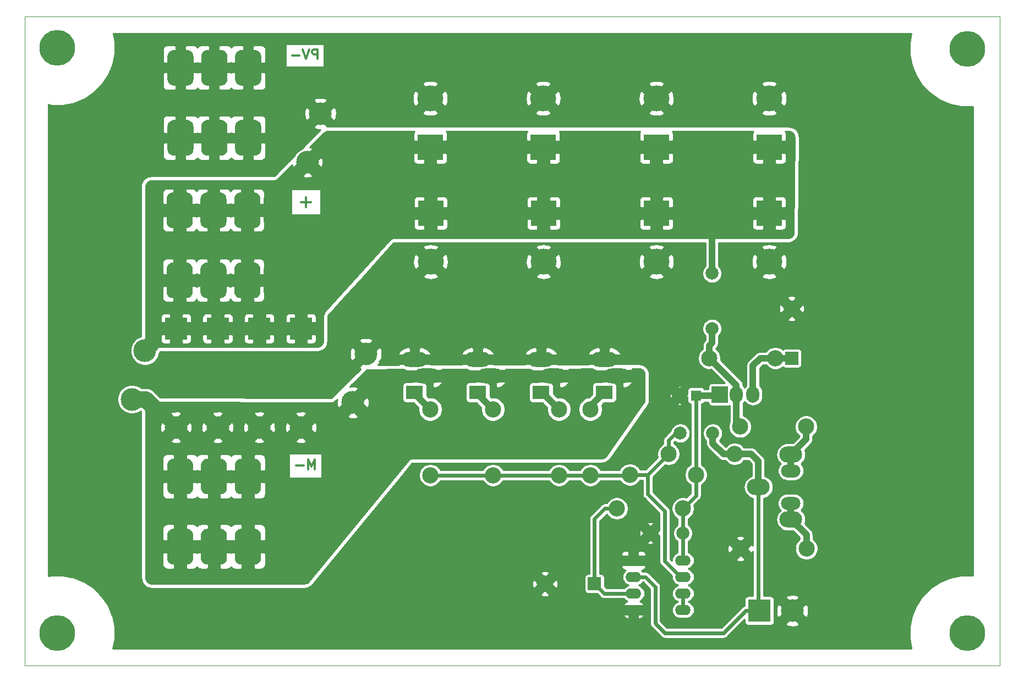
<source format=gbr>
G04 #@! TF.GenerationSoftware,KiCad,Pcbnew,5.1.4-e60b266~84~ubuntu18.04.1*
G04 #@! TF.CreationDate,2019-08-21T17:56:03+02:00*
G04 #@! TF.ProjectId,maximiseur3,6d617869-6d69-4736-9575-72332e6b6963,rev?*
G04 #@! TF.SameCoordinates,Original*
G04 #@! TF.FileFunction,Copper,L2,Bot*
G04 #@! TF.FilePolarity,Positive*
%FSLAX46Y46*%
G04 Gerber Fmt 4.6, Leading zero omitted, Abs format (unit mm)*
G04 Created by KiCad (PCBNEW 5.1.4-e60b266~84~ubuntu18.04.1) date 2019-08-21 17:56:03*
%MOMM*%
%LPD*%
G04 APERTURE LIST*
%ADD10C,0.100000*%
%ADD11C,0.300000*%
%ADD12O,4.000000X2.300000*%
%ADD13R,2.500000X2.000000*%
%ADD14O,3.500000X2.500000*%
%ADD15O,3.000000X2.000000*%
%ADD16C,3.500000*%
%ADD17R,3.500000X3.500000*%
%ADD18C,5.500000*%
%ADD19C,4.000000*%
%ADD20O,2.400000X1.600000*%
%ADD21R,2.400000X1.600000*%
%ADD22R,2.500000X2.500000*%
%ADD23O,2.000000X2.500000*%
%ADD24C,2.500000*%
%ADD25R,2.000000X2.000000*%
%ADD26C,2.000000*%
%ADD27C,1.600000*%
%ADD28R,1.600000X1.600000*%
%ADD29R,4.000000X4.000000*%
%ADD30C,0.600000*%
%ADD31C,1.000000*%
%ADD32C,2.500000*%
%ADD33C,0.254000*%
G04 APERTURE END LIST*
D10*
X36576000Y-134544000D02*
X36576000Y-34544000D01*
X186576000Y-134544000D02*
X36576000Y-134544000D01*
X186576000Y-34544000D02*
X186576000Y-134544000D01*
X36576000Y-34544000D02*
X186576000Y-34544000D01*
D11*
X81640285Y-41122571D02*
X81640285Y-39622571D01*
X81068857Y-39622571D01*
X80926000Y-39694000D01*
X80854571Y-39765428D01*
X80783142Y-39908285D01*
X80783142Y-40122571D01*
X80854571Y-40265428D01*
X80926000Y-40336857D01*
X81068857Y-40408285D01*
X81640285Y-40408285D01*
X80354571Y-39622571D02*
X79854571Y-41122571D01*
X79354571Y-39622571D01*
X78854571Y-40551142D02*
X77711714Y-40551142D01*
X81204571Y-104322571D02*
X81204571Y-102822571D01*
X80704571Y-103894000D01*
X80204571Y-102822571D01*
X80204571Y-104322571D01*
X79490285Y-103751142D02*
X78347428Y-103751142D01*
X79818857Y-62382095D02*
X79818857Y-63905904D01*
X80580761Y-63144000D02*
X79056952Y-63144000D01*
D12*
X96565000Y-87397000D03*
D13*
X96565000Y-92477000D03*
D12*
X98470000Y-89937000D03*
X125775000Y-87397000D03*
D13*
X125775000Y-92477000D03*
D12*
X127680000Y-89937000D03*
X116038332Y-87397000D03*
D13*
X116038332Y-92477000D03*
D12*
X117943332Y-89937000D03*
X106301666Y-87397000D03*
D13*
X106301666Y-92477000D03*
D12*
X108206666Y-89937000D03*
D14*
X154476000Y-112044000D03*
X154476000Y-102044000D03*
X149476000Y-107044000D03*
D15*
X154454000Y-109544000D03*
X154454000Y-104545280D03*
X149455280Y-107044640D03*
D16*
X154698000Y-126122000D03*
D17*
X149618000Y-126122000D03*
D18*
X181576000Y-129544000D03*
X181576000Y-39544000D03*
X41576000Y-129544000D03*
X41576000Y-39370000D03*
D16*
X89076000Y-86544000D03*
X87076000Y-94044000D03*
X53076000Y-93544000D03*
X55076000Y-86044000D03*
X82076000Y-49544000D03*
X80076000Y-57044000D03*
D10*
G36*
X71926017Y-61664815D02*
G01*
X72023090Y-61679215D01*
X72118285Y-61703060D01*
X72210683Y-61736120D01*
X72299397Y-61778079D01*
X72383570Y-61828530D01*
X72462393Y-61886990D01*
X72535107Y-61952893D01*
X72601010Y-62025607D01*
X72659470Y-62104430D01*
X72709921Y-62188603D01*
X72751880Y-62277317D01*
X72784940Y-62369715D01*
X72808785Y-62464910D01*
X72823185Y-62561983D01*
X72828000Y-62660000D01*
X72828000Y-66160000D01*
X72823185Y-66258017D01*
X72808785Y-66355090D01*
X72784940Y-66450285D01*
X72751880Y-66542683D01*
X72709921Y-66631397D01*
X72659470Y-66715570D01*
X72601010Y-66794393D01*
X72535107Y-66867107D01*
X72462393Y-66933010D01*
X72383570Y-66991470D01*
X72299397Y-67041921D01*
X72210683Y-67083880D01*
X72118285Y-67116940D01*
X72023090Y-67140785D01*
X71926017Y-67155185D01*
X71828000Y-67160000D01*
X69828000Y-67160000D01*
X69729983Y-67155185D01*
X69632910Y-67140785D01*
X69537715Y-67116940D01*
X69445317Y-67083880D01*
X69356603Y-67041921D01*
X69272430Y-66991470D01*
X69193607Y-66933010D01*
X69120893Y-66867107D01*
X69054990Y-66794393D01*
X68996530Y-66715570D01*
X68946079Y-66631397D01*
X68904120Y-66542683D01*
X68871060Y-66450285D01*
X68847215Y-66355090D01*
X68832815Y-66258017D01*
X68828000Y-66160000D01*
X68828000Y-62660000D01*
X68832815Y-62561983D01*
X68847215Y-62464910D01*
X68871060Y-62369715D01*
X68904120Y-62277317D01*
X68946079Y-62188603D01*
X68996530Y-62104430D01*
X69054990Y-62025607D01*
X69120893Y-61952893D01*
X69193607Y-61886990D01*
X69272430Y-61828530D01*
X69356603Y-61778079D01*
X69445317Y-61736120D01*
X69537715Y-61703060D01*
X69632910Y-61679215D01*
X69729983Y-61664815D01*
X69828000Y-61660000D01*
X71828000Y-61660000D01*
X71926017Y-61664815D01*
X71926017Y-61664815D01*
G37*
D19*
X70828000Y-64410000D03*
D10*
G36*
X66716017Y-61664815D02*
G01*
X66813090Y-61679215D01*
X66908285Y-61703060D01*
X67000683Y-61736120D01*
X67089397Y-61778079D01*
X67173570Y-61828530D01*
X67252393Y-61886990D01*
X67325107Y-61952893D01*
X67391010Y-62025607D01*
X67449470Y-62104430D01*
X67499921Y-62188603D01*
X67541880Y-62277317D01*
X67574940Y-62369715D01*
X67598785Y-62464910D01*
X67613185Y-62561983D01*
X67618000Y-62660000D01*
X67618000Y-66160000D01*
X67613185Y-66258017D01*
X67598785Y-66355090D01*
X67574940Y-66450285D01*
X67541880Y-66542683D01*
X67499921Y-66631397D01*
X67449470Y-66715570D01*
X67391010Y-66794393D01*
X67325107Y-66867107D01*
X67252393Y-66933010D01*
X67173570Y-66991470D01*
X67089397Y-67041921D01*
X67000683Y-67083880D01*
X66908285Y-67116940D01*
X66813090Y-67140785D01*
X66716017Y-67155185D01*
X66618000Y-67160000D01*
X64618000Y-67160000D01*
X64519983Y-67155185D01*
X64422910Y-67140785D01*
X64327715Y-67116940D01*
X64235317Y-67083880D01*
X64146603Y-67041921D01*
X64062430Y-66991470D01*
X63983607Y-66933010D01*
X63910893Y-66867107D01*
X63844990Y-66794393D01*
X63786530Y-66715570D01*
X63736079Y-66631397D01*
X63694120Y-66542683D01*
X63661060Y-66450285D01*
X63637215Y-66355090D01*
X63622815Y-66258017D01*
X63618000Y-66160000D01*
X63618000Y-62660000D01*
X63622815Y-62561983D01*
X63637215Y-62464910D01*
X63661060Y-62369715D01*
X63694120Y-62277317D01*
X63736079Y-62188603D01*
X63786530Y-62104430D01*
X63844990Y-62025607D01*
X63910893Y-61952893D01*
X63983607Y-61886990D01*
X64062430Y-61828530D01*
X64146603Y-61778079D01*
X64235317Y-61736120D01*
X64327715Y-61703060D01*
X64422910Y-61679215D01*
X64519983Y-61664815D01*
X64618000Y-61660000D01*
X66618000Y-61660000D01*
X66716017Y-61664815D01*
X66716017Y-61664815D01*
G37*
D19*
X65618000Y-64410000D03*
D10*
G36*
X61506017Y-61664815D02*
G01*
X61603090Y-61679215D01*
X61698285Y-61703060D01*
X61790683Y-61736120D01*
X61879397Y-61778079D01*
X61963570Y-61828530D01*
X62042393Y-61886990D01*
X62115107Y-61952893D01*
X62181010Y-62025607D01*
X62239470Y-62104430D01*
X62289921Y-62188603D01*
X62331880Y-62277317D01*
X62364940Y-62369715D01*
X62388785Y-62464910D01*
X62403185Y-62561983D01*
X62408000Y-62660000D01*
X62408000Y-66160000D01*
X62403185Y-66258017D01*
X62388785Y-66355090D01*
X62364940Y-66450285D01*
X62331880Y-66542683D01*
X62289921Y-66631397D01*
X62239470Y-66715570D01*
X62181010Y-66794393D01*
X62115107Y-66867107D01*
X62042393Y-66933010D01*
X61963570Y-66991470D01*
X61879397Y-67041921D01*
X61790683Y-67083880D01*
X61698285Y-67116940D01*
X61603090Y-67140785D01*
X61506017Y-67155185D01*
X61408000Y-67160000D01*
X59408000Y-67160000D01*
X59309983Y-67155185D01*
X59212910Y-67140785D01*
X59117715Y-67116940D01*
X59025317Y-67083880D01*
X58936603Y-67041921D01*
X58852430Y-66991470D01*
X58773607Y-66933010D01*
X58700893Y-66867107D01*
X58634990Y-66794393D01*
X58576530Y-66715570D01*
X58526079Y-66631397D01*
X58484120Y-66542683D01*
X58451060Y-66450285D01*
X58427215Y-66355090D01*
X58412815Y-66258017D01*
X58408000Y-66160000D01*
X58408000Y-62660000D01*
X58412815Y-62561983D01*
X58427215Y-62464910D01*
X58451060Y-62369715D01*
X58484120Y-62277317D01*
X58526079Y-62188603D01*
X58576530Y-62104430D01*
X58634990Y-62025607D01*
X58700893Y-61952893D01*
X58773607Y-61886990D01*
X58852430Y-61828530D01*
X58936603Y-61778079D01*
X59025317Y-61736120D01*
X59117715Y-61703060D01*
X59212910Y-61679215D01*
X59309983Y-61664815D01*
X59408000Y-61660000D01*
X61408000Y-61660000D01*
X61506017Y-61664815D01*
X61506017Y-61664815D01*
G37*
D19*
X60408000Y-64410000D03*
D10*
G36*
X61506017Y-72464815D02*
G01*
X61603090Y-72479215D01*
X61698285Y-72503060D01*
X61790683Y-72536120D01*
X61879397Y-72578079D01*
X61963570Y-72628530D01*
X62042393Y-72686990D01*
X62115107Y-72752893D01*
X62181010Y-72825607D01*
X62239470Y-72904430D01*
X62289921Y-72988603D01*
X62331880Y-73077317D01*
X62364940Y-73169715D01*
X62388785Y-73264910D01*
X62403185Y-73361983D01*
X62408000Y-73460000D01*
X62408000Y-76960000D01*
X62403185Y-77058017D01*
X62388785Y-77155090D01*
X62364940Y-77250285D01*
X62331880Y-77342683D01*
X62289921Y-77431397D01*
X62239470Y-77515570D01*
X62181010Y-77594393D01*
X62115107Y-77667107D01*
X62042393Y-77733010D01*
X61963570Y-77791470D01*
X61879397Y-77841921D01*
X61790683Y-77883880D01*
X61698285Y-77916940D01*
X61603090Y-77940785D01*
X61506017Y-77955185D01*
X61408000Y-77960000D01*
X59408000Y-77960000D01*
X59309983Y-77955185D01*
X59212910Y-77940785D01*
X59117715Y-77916940D01*
X59025317Y-77883880D01*
X58936603Y-77841921D01*
X58852430Y-77791470D01*
X58773607Y-77733010D01*
X58700893Y-77667107D01*
X58634990Y-77594393D01*
X58576530Y-77515570D01*
X58526079Y-77431397D01*
X58484120Y-77342683D01*
X58451060Y-77250285D01*
X58427215Y-77155090D01*
X58412815Y-77058017D01*
X58408000Y-76960000D01*
X58408000Y-73460000D01*
X58412815Y-73361983D01*
X58427215Y-73264910D01*
X58451060Y-73169715D01*
X58484120Y-73077317D01*
X58526079Y-72988603D01*
X58576530Y-72904430D01*
X58634990Y-72825607D01*
X58700893Y-72752893D01*
X58773607Y-72686990D01*
X58852430Y-72628530D01*
X58936603Y-72578079D01*
X59025317Y-72536120D01*
X59117715Y-72503060D01*
X59212910Y-72479215D01*
X59309983Y-72464815D01*
X59408000Y-72460000D01*
X61408000Y-72460000D01*
X61506017Y-72464815D01*
X61506017Y-72464815D01*
G37*
D19*
X60408000Y-75210000D03*
D10*
G36*
X66716017Y-72464815D02*
G01*
X66813090Y-72479215D01*
X66908285Y-72503060D01*
X67000683Y-72536120D01*
X67089397Y-72578079D01*
X67173570Y-72628530D01*
X67252393Y-72686990D01*
X67325107Y-72752893D01*
X67391010Y-72825607D01*
X67449470Y-72904430D01*
X67499921Y-72988603D01*
X67541880Y-73077317D01*
X67574940Y-73169715D01*
X67598785Y-73264910D01*
X67613185Y-73361983D01*
X67618000Y-73460000D01*
X67618000Y-76960000D01*
X67613185Y-77058017D01*
X67598785Y-77155090D01*
X67574940Y-77250285D01*
X67541880Y-77342683D01*
X67499921Y-77431397D01*
X67449470Y-77515570D01*
X67391010Y-77594393D01*
X67325107Y-77667107D01*
X67252393Y-77733010D01*
X67173570Y-77791470D01*
X67089397Y-77841921D01*
X67000683Y-77883880D01*
X66908285Y-77916940D01*
X66813090Y-77940785D01*
X66716017Y-77955185D01*
X66618000Y-77960000D01*
X64618000Y-77960000D01*
X64519983Y-77955185D01*
X64422910Y-77940785D01*
X64327715Y-77916940D01*
X64235317Y-77883880D01*
X64146603Y-77841921D01*
X64062430Y-77791470D01*
X63983607Y-77733010D01*
X63910893Y-77667107D01*
X63844990Y-77594393D01*
X63786530Y-77515570D01*
X63736079Y-77431397D01*
X63694120Y-77342683D01*
X63661060Y-77250285D01*
X63637215Y-77155090D01*
X63622815Y-77058017D01*
X63618000Y-76960000D01*
X63618000Y-73460000D01*
X63622815Y-73361983D01*
X63637215Y-73264910D01*
X63661060Y-73169715D01*
X63694120Y-73077317D01*
X63736079Y-72988603D01*
X63786530Y-72904430D01*
X63844990Y-72825607D01*
X63910893Y-72752893D01*
X63983607Y-72686990D01*
X64062430Y-72628530D01*
X64146603Y-72578079D01*
X64235317Y-72536120D01*
X64327715Y-72503060D01*
X64422910Y-72479215D01*
X64519983Y-72464815D01*
X64618000Y-72460000D01*
X66618000Y-72460000D01*
X66716017Y-72464815D01*
X66716017Y-72464815D01*
G37*
D19*
X65618000Y-75210000D03*
D10*
G36*
X71926017Y-72464815D02*
G01*
X72023090Y-72479215D01*
X72118285Y-72503060D01*
X72210683Y-72536120D01*
X72299397Y-72578079D01*
X72383570Y-72628530D01*
X72462393Y-72686990D01*
X72535107Y-72752893D01*
X72601010Y-72825607D01*
X72659470Y-72904430D01*
X72709921Y-72988603D01*
X72751880Y-73077317D01*
X72784940Y-73169715D01*
X72808785Y-73264910D01*
X72823185Y-73361983D01*
X72828000Y-73460000D01*
X72828000Y-76960000D01*
X72823185Y-77058017D01*
X72808785Y-77155090D01*
X72784940Y-77250285D01*
X72751880Y-77342683D01*
X72709921Y-77431397D01*
X72659470Y-77515570D01*
X72601010Y-77594393D01*
X72535107Y-77667107D01*
X72462393Y-77733010D01*
X72383570Y-77791470D01*
X72299397Y-77841921D01*
X72210683Y-77883880D01*
X72118285Y-77916940D01*
X72023090Y-77940785D01*
X71926017Y-77955185D01*
X71828000Y-77960000D01*
X69828000Y-77960000D01*
X69729983Y-77955185D01*
X69632910Y-77940785D01*
X69537715Y-77916940D01*
X69445317Y-77883880D01*
X69356603Y-77841921D01*
X69272430Y-77791470D01*
X69193607Y-77733010D01*
X69120893Y-77667107D01*
X69054990Y-77594393D01*
X68996530Y-77515570D01*
X68946079Y-77431397D01*
X68904120Y-77342683D01*
X68871060Y-77250285D01*
X68847215Y-77155090D01*
X68832815Y-77058017D01*
X68828000Y-76960000D01*
X68828000Y-73460000D01*
X68832815Y-73361983D01*
X68847215Y-73264910D01*
X68871060Y-73169715D01*
X68904120Y-73077317D01*
X68946079Y-72988603D01*
X68996530Y-72904430D01*
X69054990Y-72825607D01*
X69120893Y-72752893D01*
X69193607Y-72686990D01*
X69272430Y-72628530D01*
X69356603Y-72578079D01*
X69445317Y-72536120D01*
X69537715Y-72503060D01*
X69632910Y-72479215D01*
X69729983Y-72464815D01*
X69828000Y-72460000D01*
X71828000Y-72460000D01*
X71926017Y-72464815D01*
X71926017Y-72464815D01*
G37*
D19*
X70828000Y-75210000D03*
D10*
G36*
X61585017Y-113485815D02*
G01*
X61682090Y-113500215D01*
X61777285Y-113524060D01*
X61869683Y-113557120D01*
X61958397Y-113599079D01*
X62042570Y-113649530D01*
X62121393Y-113707990D01*
X62194107Y-113773893D01*
X62260010Y-113846607D01*
X62318470Y-113925430D01*
X62368921Y-114009603D01*
X62410880Y-114098317D01*
X62443940Y-114190715D01*
X62467785Y-114285910D01*
X62482185Y-114382983D01*
X62487000Y-114481000D01*
X62487000Y-117981000D01*
X62482185Y-118079017D01*
X62467785Y-118176090D01*
X62443940Y-118271285D01*
X62410880Y-118363683D01*
X62368921Y-118452397D01*
X62318470Y-118536570D01*
X62260010Y-118615393D01*
X62194107Y-118688107D01*
X62121393Y-118754010D01*
X62042570Y-118812470D01*
X61958397Y-118862921D01*
X61869683Y-118904880D01*
X61777285Y-118937940D01*
X61682090Y-118961785D01*
X61585017Y-118976185D01*
X61487000Y-118981000D01*
X59487000Y-118981000D01*
X59388983Y-118976185D01*
X59291910Y-118961785D01*
X59196715Y-118937940D01*
X59104317Y-118904880D01*
X59015603Y-118862921D01*
X58931430Y-118812470D01*
X58852607Y-118754010D01*
X58779893Y-118688107D01*
X58713990Y-118615393D01*
X58655530Y-118536570D01*
X58605079Y-118452397D01*
X58563120Y-118363683D01*
X58530060Y-118271285D01*
X58506215Y-118176090D01*
X58491815Y-118079017D01*
X58487000Y-117981000D01*
X58487000Y-114481000D01*
X58491815Y-114382983D01*
X58506215Y-114285910D01*
X58530060Y-114190715D01*
X58563120Y-114098317D01*
X58605079Y-114009603D01*
X58655530Y-113925430D01*
X58713990Y-113846607D01*
X58779893Y-113773893D01*
X58852607Y-113707990D01*
X58931430Y-113649530D01*
X59015603Y-113599079D01*
X59104317Y-113557120D01*
X59196715Y-113524060D01*
X59291910Y-113500215D01*
X59388983Y-113485815D01*
X59487000Y-113481000D01*
X61487000Y-113481000D01*
X61585017Y-113485815D01*
X61585017Y-113485815D01*
G37*
D19*
X60487000Y-116231000D03*
D10*
G36*
X66795017Y-113485815D02*
G01*
X66892090Y-113500215D01*
X66987285Y-113524060D01*
X67079683Y-113557120D01*
X67168397Y-113599079D01*
X67252570Y-113649530D01*
X67331393Y-113707990D01*
X67404107Y-113773893D01*
X67470010Y-113846607D01*
X67528470Y-113925430D01*
X67578921Y-114009603D01*
X67620880Y-114098317D01*
X67653940Y-114190715D01*
X67677785Y-114285910D01*
X67692185Y-114382983D01*
X67697000Y-114481000D01*
X67697000Y-117981000D01*
X67692185Y-118079017D01*
X67677785Y-118176090D01*
X67653940Y-118271285D01*
X67620880Y-118363683D01*
X67578921Y-118452397D01*
X67528470Y-118536570D01*
X67470010Y-118615393D01*
X67404107Y-118688107D01*
X67331393Y-118754010D01*
X67252570Y-118812470D01*
X67168397Y-118862921D01*
X67079683Y-118904880D01*
X66987285Y-118937940D01*
X66892090Y-118961785D01*
X66795017Y-118976185D01*
X66697000Y-118981000D01*
X64697000Y-118981000D01*
X64598983Y-118976185D01*
X64501910Y-118961785D01*
X64406715Y-118937940D01*
X64314317Y-118904880D01*
X64225603Y-118862921D01*
X64141430Y-118812470D01*
X64062607Y-118754010D01*
X63989893Y-118688107D01*
X63923990Y-118615393D01*
X63865530Y-118536570D01*
X63815079Y-118452397D01*
X63773120Y-118363683D01*
X63740060Y-118271285D01*
X63716215Y-118176090D01*
X63701815Y-118079017D01*
X63697000Y-117981000D01*
X63697000Y-114481000D01*
X63701815Y-114382983D01*
X63716215Y-114285910D01*
X63740060Y-114190715D01*
X63773120Y-114098317D01*
X63815079Y-114009603D01*
X63865530Y-113925430D01*
X63923990Y-113846607D01*
X63989893Y-113773893D01*
X64062607Y-113707990D01*
X64141430Y-113649530D01*
X64225603Y-113599079D01*
X64314317Y-113557120D01*
X64406715Y-113524060D01*
X64501910Y-113500215D01*
X64598983Y-113485815D01*
X64697000Y-113481000D01*
X66697000Y-113481000D01*
X66795017Y-113485815D01*
X66795017Y-113485815D01*
G37*
D19*
X65697000Y-116231000D03*
D10*
G36*
X72005017Y-113485815D02*
G01*
X72102090Y-113500215D01*
X72197285Y-113524060D01*
X72289683Y-113557120D01*
X72378397Y-113599079D01*
X72462570Y-113649530D01*
X72541393Y-113707990D01*
X72614107Y-113773893D01*
X72680010Y-113846607D01*
X72738470Y-113925430D01*
X72788921Y-114009603D01*
X72830880Y-114098317D01*
X72863940Y-114190715D01*
X72887785Y-114285910D01*
X72902185Y-114382983D01*
X72907000Y-114481000D01*
X72907000Y-117981000D01*
X72902185Y-118079017D01*
X72887785Y-118176090D01*
X72863940Y-118271285D01*
X72830880Y-118363683D01*
X72788921Y-118452397D01*
X72738470Y-118536570D01*
X72680010Y-118615393D01*
X72614107Y-118688107D01*
X72541393Y-118754010D01*
X72462570Y-118812470D01*
X72378397Y-118862921D01*
X72289683Y-118904880D01*
X72197285Y-118937940D01*
X72102090Y-118961785D01*
X72005017Y-118976185D01*
X71907000Y-118981000D01*
X69907000Y-118981000D01*
X69808983Y-118976185D01*
X69711910Y-118961785D01*
X69616715Y-118937940D01*
X69524317Y-118904880D01*
X69435603Y-118862921D01*
X69351430Y-118812470D01*
X69272607Y-118754010D01*
X69199893Y-118688107D01*
X69133990Y-118615393D01*
X69075530Y-118536570D01*
X69025079Y-118452397D01*
X68983120Y-118363683D01*
X68950060Y-118271285D01*
X68926215Y-118176090D01*
X68911815Y-118079017D01*
X68907000Y-117981000D01*
X68907000Y-114481000D01*
X68911815Y-114382983D01*
X68926215Y-114285910D01*
X68950060Y-114190715D01*
X68983120Y-114098317D01*
X69025079Y-114009603D01*
X69075530Y-113925430D01*
X69133990Y-113846607D01*
X69199893Y-113773893D01*
X69272607Y-113707990D01*
X69351430Y-113649530D01*
X69435603Y-113599079D01*
X69524317Y-113557120D01*
X69616715Y-113524060D01*
X69711910Y-113500215D01*
X69808983Y-113485815D01*
X69907000Y-113481000D01*
X71907000Y-113481000D01*
X72005017Y-113485815D01*
X72005017Y-113485815D01*
G37*
D19*
X70907000Y-116231000D03*
D10*
G36*
X72005017Y-102685815D02*
G01*
X72102090Y-102700215D01*
X72197285Y-102724060D01*
X72289683Y-102757120D01*
X72378397Y-102799079D01*
X72462570Y-102849530D01*
X72541393Y-102907990D01*
X72614107Y-102973893D01*
X72680010Y-103046607D01*
X72738470Y-103125430D01*
X72788921Y-103209603D01*
X72830880Y-103298317D01*
X72863940Y-103390715D01*
X72887785Y-103485910D01*
X72902185Y-103582983D01*
X72907000Y-103681000D01*
X72907000Y-107181000D01*
X72902185Y-107279017D01*
X72887785Y-107376090D01*
X72863940Y-107471285D01*
X72830880Y-107563683D01*
X72788921Y-107652397D01*
X72738470Y-107736570D01*
X72680010Y-107815393D01*
X72614107Y-107888107D01*
X72541393Y-107954010D01*
X72462570Y-108012470D01*
X72378397Y-108062921D01*
X72289683Y-108104880D01*
X72197285Y-108137940D01*
X72102090Y-108161785D01*
X72005017Y-108176185D01*
X71907000Y-108181000D01*
X69907000Y-108181000D01*
X69808983Y-108176185D01*
X69711910Y-108161785D01*
X69616715Y-108137940D01*
X69524317Y-108104880D01*
X69435603Y-108062921D01*
X69351430Y-108012470D01*
X69272607Y-107954010D01*
X69199893Y-107888107D01*
X69133990Y-107815393D01*
X69075530Y-107736570D01*
X69025079Y-107652397D01*
X68983120Y-107563683D01*
X68950060Y-107471285D01*
X68926215Y-107376090D01*
X68911815Y-107279017D01*
X68907000Y-107181000D01*
X68907000Y-103681000D01*
X68911815Y-103582983D01*
X68926215Y-103485910D01*
X68950060Y-103390715D01*
X68983120Y-103298317D01*
X69025079Y-103209603D01*
X69075530Y-103125430D01*
X69133990Y-103046607D01*
X69199893Y-102973893D01*
X69272607Y-102907990D01*
X69351430Y-102849530D01*
X69435603Y-102799079D01*
X69524317Y-102757120D01*
X69616715Y-102724060D01*
X69711910Y-102700215D01*
X69808983Y-102685815D01*
X69907000Y-102681000D01*
X71907000Y-102681000D01*
X72005017Y-102685815D01*
X72005017Y-102685815D01*
G37*
D19*
X70907000Y-105431000D03*
D10*
G36*
X66795017Y-102685815D02*
G01*
X66892090Y-102700215D01*
X66987285Y-102724060D01*
X67079683Y-102757120D01*
X67168397Y-102799079D01*
X67252570Y-102849530D01*
X67331393Y-102907990D01*
X67404107Y-102973893D01*
X67470010Y-103046607D01*
X67528470Y-103125430D01*
X67578921Y-103209603D01*
X67620880Y-103298317D01*
X67653940Y-103390715D01*
X67677785Y-103485910D01*
X67692185Y-103582983D01*
X67697000Y-103681000D01*
X67697000Y-107181000D01*
X67692185Y-107279017D01*
X67677785Y-107376090D01*
X67653940Y-107471285D01*
X67620880Y-107563683D01*
X67578921Y-107652397D01*
X67528470Y-107736570D01*
X67470010Y-107815393D01*
X67404107Y-107888107D01*
X67331393Y-107954010D01*
X67252570Y-108012470D01*
X67168397Y-108062921D01*
X67079683Y-108104880D01*
X66987285Y-108137940D01*
X66892090Y-108161785D01*
X66795017Y-108176185D01*
X66697000Y-108181000D01*
X64697000Y-108181000D01*
X64598983Y-108176185D01*
X64501910Y-108161785D01*
X64406715Y-108137940D01*
X64314317Y-108104880D01*
X64225603Y-108062921D01*
X64141430Y-108012470D01*
X64062607Y-107954010D01*
X63989893Y-107888107D01*
X63923990Y-107815393D01*
X63865530Y-107736570D01*
X63815079Y-107652397D01*
X63773120Y-107563683D01*
X63740060Y-107471285D01*
X63716215Y-107376090D01*
X63701815Y-107279017D01*
X63697000Y-107181000D01*
X63697000Y-103681000D01*
X63701815Y-103582983D01*
X63716215Y-103485910D01*
X63740060Y-103390715D01*
X63773120Y-103298317D01*
X63815079Y-103209603D01*
X63865530Y-103125430D01*
X63923990Y-103046607D01*
X63989893Y-102973893D01*
X64062607Y-102907990D01*
X64141430Y-102849530D01*
X64225603Y-102799079D01*
X64314317Y-102757120D01*
X64406715Y-102724060D01*
X64501910Y-102700215D01*
X64598983Y-102685815D01*
X64697000Y-102681000D01*
X66697000Y-102681000D01*
X66795017Y-102685815D01*
X66795017Y-102685815D01*
G37*
D19*
X65697000Y-105431000D03*
D10*
G36*
X61585017Y-102685815D02*
G01*
X61682090Y-102700215D01*
X61777285Y-102724060D01*
X61869683Y-102757120D01*
X61958397Y-102799079D01*
X62042570Y-102849530D01*
X62121393Y-102907990D01*
X62194107Y-102973893D01*
X62260010Y-103046607D01*
X62318470Y-103125430D01*
X62368921Y-103209603D01*
X62410880Y-103298317D01*
X62443940Y-103390715D01*
X62467785Y-103485910D01*
X62482185Y-103582983D01*
X62487000Y-103681000D01*
X62487000Y-107181000D01*
X62482185Y-107279017D01*
X62467785Y-107376090D01*
X62443940Y-107471285D01*
X62410880Y-107563683D01*
X62368921Y-107652397D01*
X62318470Y-107736570D01*
X62260010Y-107815393D01*
X62194107Y-107888107D01*
X62121393Y-107954010D01*
X62042570Y-108012470D01*
X61958397Y-108062921D01*
X61869683Y-108104880D01*
X61777285Y-108137940D01*
X61682090Y-108161785D01*
X61585017Y-108176185D01*
X61487000Y-108181000D01*
X59487000Y-108181000D01*
X59388983Y-108176185D01*
X59291910Y-108161785D01*
X59196715Y-108137940D01*
X59104317Y-108104880D01*
X59015603Y-108062921D01*
X58931430Y-108012470D01*
X58852607Y-107954010D01*
X58779893Y-107888107D01*
X58713990Y-107815393D01*
X58655530Y-107736570D01*
X58605079Y-107652397D01*
X58563120Y-107563683D01*
X58530060Y-107471285D01*
X58506215Y-107376090D01*
X58491815Y-107279017D01*
X58487000Y-107181000D01*
X58487000Y-103681000D01*
X58491815Y-103582983D01*
X58506215Y-103485910D01*
X58530060Y-103390715D01*
X58563120Y-103298317D01*
X58605079Y-103209603D01*
X58655530Y-103125430D01*
X58713990Y-103046607D01*
X58779893Y-102973893D01*
X58852607Y-102907990D01*
X58931430Y-102849530D01*
X59015603Y-102799079D01*
X59104317Y-102757120D01*
X59196715Y-102724060D01*
X59291910Y-102700215D01*
X59388983Y-102685815D01*
X59487000Y-102681000D01*
X61487000Y-102681000D01*
X61585017Y-102685815D01*
X61585017Y-102685815D01*
G37*
D19*
X60487000Y-105431000D03*
D10*
G36*
X61633017Y-50501815D02*
G01*
X61730090Y-50516215D01*
X61825285Y-50540060D01*
X61917683Y-50573120D01*
X62006397Y-50615079D01*
X62090570Y-50665530D01*
X62169393Y-50723990D01*
X62242107Y-50789893D01*
X62308010Y-50862607D01*
X62366470Y-50941430D01*
X62416921Y-51025603D01*
X62458880Y-51114317D01*
X62491940Y-51206715D01*
X62515785Y-51301910D01*
X62530185Y-51398983D01*
X62535000Y-51497000D01*
X62535000Y-54997000D01*
X62530185Y-55095017D01*
X62515785Y-55192090D01*
X62491940Y-55287285D01*
X62458880Y-55379683D01*
X62416921Y-55468397D01*
X62366470Y-55552570D01*
X62308010Y-55631393D01*
X62242107Y-55704107D01*
X62169393Y-55770010D01*
X62090570Y-55828470D01*
X62006397Y-55878921D01*
X61917683Y-55920880D01*
X61825285Y-55953940D01*
X61730090Y-55977785D01*
X61633017Y-55992185D01*
X61535000Y-55997000D01*
X59535000Y-55997000D01*
X59436983Y-55992185D01*
X59339910Y-55977785D01*
X59244715Y-55953940D01*
X59152317Y-55920880D01*
X59063603Y-55878921D01*
X58979430Y-55828470D01*
X58900607Y-55770010D01*
X58827893Y-55704107D01*
X58761990Y-55631393D01*
X58703530Y-55552570D01*
X58653079Y-55468397D01*
X58611120Y-55379683D01*
X58578060Y-55287285D01*
X58554215Y-55192090D01*
X58539815Y-55095017D01*
X58535000Y-54997000D01*
X58535000Y-51497000D01*
X58539815Y-51398983D01*
X58554215Y-51301910D01*
X58578060Y-51206715D01*
X58611120Y-51114317D01*
X58653079Y-51025603D01*
X58703530Y-50941430D01*
X58761990Y-50862607D01*
X58827893Y-50789893D01*
X58900607Y-50723990D01*
X58979430Y-50665530D01*
X59063603Y-50615079D01*
X59152317Y-50573120D01*
X59244715Y-50540060D01*
X59339910Y-50516215D01*
X59436983Y-50501815D01*
X59535000Y-50497000D01*
X61535000Y-50497000D01*
X61633017Y-50501815D01*
X61633017Y-50501815D01*
G37*
D19*
X60535000Y-53247000D03*
D10*
G36*
X66843017Y-50501815D02*
G01*
X66940090Y-50516215D01*
X67035285Y-50540060D01*
X67127683Y-50573120D01*
X67216397Y-50615079D01*
X67300570Y-50665530D01*
X67379393Y-50723990D01*
X67452107Y-50789893D01*
X67518010Y-50862607D01*
X67576470Y-50941430D01*
X67626921Y-51025603D01*
X67668880Y-51114317D01*
X67701940Y-51206715D01*
X67725785Y-51301910D01*
X67740185Y-51398983D01*
X67745000Y-51497000D01*
X67745000Y-54997000D01*
X67740185Y-55095017D01*
X67725785Y-55192090D01*
X67701940Y-55287285D01*
X67668880Y-55379683D01*
X67626921Y-55468397D01*
X67576470Y-55552570D01*
X67518010Y-55631393D01*
X67452107Y-55704107D01*
X67379393Y-55770010D01*
X67300570Y-55828470D01*
X67216397Y-55878921D01*
X67127683Y-55920880D01*
X67035285Y-55953940D01*
X66940090Y-55977785D01*
X66843017Y-55992185D01*
X66745000Y-55997000D01*
X64745000Y-55997000D01*
X64646983Y-55992185D01*
X64549910Y-55977785D01*
X64454715Y-55953940D01*
X64362317Y-55920880D01*
X64273603Y-55878921D01*
X64189430Y-55828470D01*
X64110607Y-55770010D01*
X64037893Y-55704107D01*
X63971990Y-55631393D01*
X63913530Y-55552570D01*
X63863079Y-55468397D01*
X63821120Y-55379683D01*
X63788060Y-55287285D01*
X63764215Y-55192090D01*
X63749815Y-55095017D01*
X63745000Y-54997000D01*
X63745000Y-51497000D01*
X63749815Y-51398983D01*
X63764215Y-51301910D01*
X63788060Y-51206715D01*
X63821120Y-51114317D01*
X63863079Y-51025603D01*
X63913530Y-50941430D01*
X63971990Y-50862607D01*
X64037893Y-50789893D01*
X64110607Y-50723990D01*
X64189430Y-50665530D01*
X64273603Y-50615079D01*
X64362317Y-50573120D01*
X64454715Y-50540060D01*
X64549910Y-50516215D01*
X64646983Y-50501815D01*
X64745000Y-50497000D01*
X66745000Y-50497000D01*
X66843017Y-50501815D01*
X66843017Y-50501815D01*
G37*
D19*
X65745000Y-53247000D03*
D10*
G36*
X72053017Y-50501815D02*
G01*
X72150090Y-50516215D01*
X72245285Y-50540060D01*
X72337683Y-50573120D01*
X72426397Y-50615079D01*
X72510570Y-50665530D01*
X72589393Y-50723990D01*
X72662107Y-50789893D01*
X72728010Y-50862607D01*
X72786470Y-50941430D01*
X72836921Y-51025603D01*
X72878880Y-51114317D01*
X72911940Y-51206715D01*
X72935785Y-51301910D01*
X72950185Y-51398983D01*
X72955000Y-51497000D01*
X72955000Y-54997000D01*
X72950185Y-55095017D01*
X72935785Y-55192090D01*
X72911940Y-55287285D01*
X72878880Y-55379683D01*
X72836921Y-55468397D01*
X72786470Y-55552570D01*
X72728010Y-55631393D01*
X72662107Y-55704107D01*
X72589393Y-55770010D01*
X72510570Y-55828470D01*
X72426397Y-55878921D01*
X72337683Y-55920880D01*
X72245285Y-55953940D01*
X72150090Y-55977785D01*
X72053017Y-55992185D01*
X71955000Y-55997000D01*
X69955000Y-55997000D01*
X69856983Y-55992185D01*
X69759910Y-55977785D01*
X69664715Y-55953940D01*
X69572317Y-55920880D01*
X69483603Y-55878921D01*
X69399430Y-55828470D01*
X69320607Y-55770010D01*
X69247893Y-55704107D01*
X69181990Y-55631393D01*
X69123530Y-55552570D01*
X69073079Y-55468397D01*
X69031120Y-55379683D01*
X68998060Y-55287285D01*
X68974215Y-55192090D01*
X68959815Y-55095017D01*
X68955000Y-54997000D01*
X68955000Y-51497000D01*
X68959815Y-51398983D01*
X68974215Y-51301910D01*
X68998060Y-51206715D01*
X69031120Y-51114317D01*
X69073079Y-51025603D01*
X69123530Y-50941430D01*
X69181990Y-50862607D01*
X69247893Y-50789893D01*
X69320607Y-50723990D01*
X69399430Y-50665530D01*
X69483603Y-50615079D01*
X69572317Y-50573120D01*
X69664715Y-50540060D01*
X69759910Y-50516215D01*
X69856983Y-50501815D01*
X69955000Y-50497000D01*
X71955000Y-50497000D01*
X72053017Y-50501815D01*
X72053017Y-50501815D01*
G37*
D19*
X70955000Y-53247000D03*
D10*
G36*
X72053017Y-39701815D02*
G01*
X72150090Y-39716215D01*
X72245285Y-39740060D01*
X72337683Y-39773120D01*
X72426397Y-39815079D01*
X72510570Y-39865530D01*
X72589393Y-39923990D01*
X72662107Y-39989893D01*
X72728010Y-40062607D01*
X72786470Y-40141430D01*
X72836921Y-40225603D01*
X72878880Y-40314317D01*
X72911940Y-40406715D01*
X72935785Y-40501910D01*
X72950185Y-40598983D01*
X72955000Y-40697000D01*
X72955000Y-44197000D01*
X72950185Y-44295017D01*
X72935785Y-44392090D01*
X72911940Y-44487285D01*
X72878880Y-44579683D01*
X72836921Y-44668397D01*
X72786470Y-44752570D01*
X72728010Y-44831393D01*
X72662107Y-44904107D01*
X72589393Y-44970010D01*
X72510570Y-45028470D01*
X72426397Y-45078921D01*
X72337683Y-45120880D01*
X72245285Y-45153940D01*
X72150090Y-45177785D01*
X72053017Y-45192185D01*
X71955000Y-45197000D01*
X69955000Y-45197000D01*
X69856983Y-45192185D01*
X69759910Y-45177785D01*
X69664715Y-45153940D01*
X69572317Y-45120880D01*
X69483603Y-45078921D01*
X69399430Y-45028470D01*
X69320607Y-44970010D01*
X69247893Y-44904107D01*
X69181990Y-44831393D01*
X69123530Y-44752570D01*
X69073079Y-44668397D01*
X69031120Y-44579683D01*
X68998060Y-44487285D01*
X68974215Y-44392090D01*
X68959815Y-44295017D01*
X68955000Y-44197000D01*
X68955000Y-40697000D01*
X68959815Y-40598983D01*
X68974215Y-40501910D01*
X68998060Y-40406715D01*
X69031120Y-40314317D01*
X69073079Y-40225603D01*
X69123530Y-40141430D01*
X69181990Y-40062607D01*
X69247893Y-39989893D01*
X69320607Y-39923990D01*
X69399430Y-39865530D01*
X69483603Y-39815079D01*
X69572317Y-39773120D01*
X69664715Y-39740060D01*
X69759910Y-39716215D01*
X69856983Y-39701815D01*
X69955000Y-39697000D01*
X71955000Y-39697000D01*
X72053017Y-39701815D01*
X72053017Y-39701815D01*
G37*
D19*
X70955000Y-42447000D03*
D10*
G36*
X66843017Y-39701815D02*
G01*
X66940090Y-39716215D01*
X67035285Y-39740060D01*
X67127683Y-39773120D01*
X67216397Y-39815079D01*
X67300570Y-39865530D01*
X67379393Y-39923990D01*
X67452107Y-39989893D01*
X67518010Y-40062607D01*
X67576470Y-40141430D01*
X67626921Y-40225603D01*
X67668880Y-40314317D01*
X67701940Y-40406715D01*
X67725785Y-40501910D01*
X67740185Y-40598983D01*
X67745000Y-40697000D01*
X67745000Y-44197000D01*
X67740185Y-44295017D01*
X67725785Y-44392090D01*
X67701940Y-44487285D01*
X67668880Y-44579683D01*
X67626921Y-44668397D01*
X67576470Y-44752570D01*
X67518010Y-44831393D01*
X67452107Y-44904107D01*
X67379393Y-44970010D01*
X67300570Y-45028470D01*
X67216397Y-45078921D01*
X67127683Y-45120880D01*
X67035285Y-45153940D01*
X66940090Y-45177785D01*
X66843017Y-45192185D01*
X66745000Y-45197000D01*
X64745000Y-45197000D01*
X64646983Y-45192185D01*
X64549910Y-45177785D01*
X64454715Y-45153940D01*
X64362317Y-45120880D01*
X64273603Y-45078921D01*
X64189430Y-45028470D01*
X64110607Y-44970010D01*
X64037893Y-44904107D01*
X63971990Y-44831393D01*
X63913530Y-44752570D01*
X63863079Y-44668397D01*
X63821120Y-44579683D01*
X63788060Y-44487285D01*
X63764215Y-44392090D01*
X63749815Y-44295017D01*
X63745000Y-44197000D01*
X63745000Y-40697000D01*
X63749815Y-40598983D01*
X63764215Y-40501910D01*
X63788060Y-40406715D01*
X63821120Y-40314317D01*
X63863079Y-40225603D01*
X63913530Y-40141430D01*
X63971990Y-40062607D01*
X64037893Y-39989893D01*
X64110607Y-39923990D01*
X64189430Y-39865530D01*
X64273603Y-39815079D01*
X64362317Y-39773120D01*
X64454715Y-39740060D01*
X64549910Y-39716215D01*
X64646983Y-39701815D01*
X64745000Y-39697000D01*
X66745000Y-39697000D01*
X66843017Y-39701815D01*
X66843017Y-39701815D01*
G37*
D19*
X65745000Y-42447000D03*
D10*
G36*
X61633017Y-39701815D02*
G01*
X61730090Y-39716215D01*
X61825285Y-39740060D01*
X61917683Y-39773120D01*
X62006397Y-39815079D01*
X62090570Y-39865530D01*
X62169393Y-39923990D01*
X62242107Y-39989893D01*
X62308010Y-40062607D01*
X62366470Y-40141430D01*
X62416921Y-40225603D01*
X62458880Y-40314317D01*
X62491940Y-40406715D01*
X62515785Y-40501910D01*
X62530185Y-40598983D01*
X62535000Y-40697000D01*
X62535000Y-44197000D01*
X62530185Y-44295017D01*
X62515785Y-44392090D01*
X62491940Y-44487285D01*
X62458880Y-44579683D01*
X62416921Y-44668397D01*
X62366470Y-44752570D01*
X62308010Y-44831393D01*
X62242107Y-44904107D01*
X62169393Y-44970010D01*
X62090570Y-45028470D01*
X62006397Y-45078921D01*
X61917683Y-45120880D01*
X61825285Y-45153940D01*
X61730090Y-45177785D01*
X61633017Y-45192185D01*
X61535000Y-45197000D01*
X59535000Y-45197000D01*
X59436983Y-45192185D01*
X59339910Y-45177785D01*
X59244715Y-45153940D01*
X59152317Y-45120880D01*
X59063603Y-45078921D01*
X58979430Y-45028470D01*
X58900607Y-44970010D01*
X58827893Y-44904107D01*
X58761990Y-44831393D01*
X58703530Y-44752570D01*
X58653079Y-44668397D01*
X58611120Y-44579683D01*
X58578060Y-44487285D01*
X58554215Y-44392090D01*
X58539815Y-44295017D01*
X58535000Y-44197000D01*
X58535000Y-40697000D01*
X58539815Y-40598983D01*
X58554215Y-40501910D01*
X58578060Y-40406715D01*
X58611120Y-40314317D01*
X58653079Y-40225603D01*
X58703530Y-40141430D01*
X58761990Y-40062607D01*
X58827893Y-39989893D01*
X58900607Y-39923990D01*
X58979430Y-39865530D01*
X59063603Y-39815079D01*
X59152317Y-39773120D01*
X59244715Y-39740060D01*
X59339910Y-39716215D01*
X59436983Y-39701815D01*
X59535000Y-39697000D01*
X61535000Y-39697000D01*
X61633017Y-39701815D01*
X61633017Y-39701815D01*
G37*
D19*
X60535000Y-42447000D03*
D20*
X137874000Y-118362000D03*
X130254000Y-125982000D03*
X137874000Y-120902000D03*
X130254000Y-123442000D03*
X137874000Y-123442000D03*
X130254000Y-120902000D03*
X137874000Y-125982000D03*
D21*
X130254000Y-118362000D03*
D22*
X143555000Y-92797000D03*
D23*
X146095000Y-92797000D03*
X148635000Y-92797000D03*
D24*
X123616000Y-95083000D03*
X123616000Y-105243000D03*
X118790000Y-95083000D03*
X118790000Y-105243000D03*
X108630000Y-95083000D03*
X108630000Y-105243000D03*
X98978000Y-95083000D03*
X98978000Y-105243000D03*
X129694000Y-105162000D03*
X139854000Y-105162000D03*
X145814000Y-101962000D03*
X135654000Y-101962000D03*
X127694000Y-110362000D03*
X137854000Y-110362000D03*
X146694000Y-116544000D03*
X156854000Y-116544000D03*
X156814000Y-97762000D03*
X146654000Y-97762000D03*
X152064000Y-87209000D03*
X141904000Y-87209000D03*
X116634000Y-121962000D03*
D25*
X124254000Y-121962000D03*
D24*
X154604000Y-79589000D03*
D25*
X154604000Y-87209000D03*
D26*
X142454000Y-98762000D03*
X137454000Y-98762000D03*
X132854000Y-114162000D03*
X137854000Y-114162000D03*
D27*
X137354000Y-92962000D03*
D28*
X139854000Y-92962000D03*
D19*
X98986000Y-47184000D03*
D29*
X98986000Y-54684000D03*
D19*
X116402666Y-72364000D03*
D29*
X116402666Y-64864000D03*
D19*
X116370110Y-47184000D03*
D29*
X116370110Y-54684000D03*
D19*
X133769332Y-72364000D03*
D29*
X133769332Y-64864000D03*
D19*
X151136000Y-72364000D03*
D29*
X151136000Y-64864000D03*
D19*
X151138332Y-47184000D03*
D29*
X151138332Y-54684000D03*
D19*
X99036000Y-72364000D03*
D29*
X99036000Y-64864000D03*
D19*
X133754220Y-47184000D03*
D29*
X133754220Y-54684000D03*
D17*
X79076000Y-82637000D03*
D16*
X79076000Y-97877000D03*
D17*
X66262000Y-82637000D03*
D16*
X66262000Y-97877000D03*
D17*
X72669000Y-82637000D03*
D16*
X72669000Y-97877000D03*
D17*
X59855000Y-82637000D03*
D16*
X59855000Y-97877000D03*
D26*
X142332000Y-74128000D03*
X142332000Y-82637000D03*
D30*
X149455280Y-125959280D02*
X149618000Y-126122000D01*
X149455280Y-107044640D02*
X149455280Y-125959280D01*
X132054000Y-120902000D02*
X133576000Y-122424000D01*
X130254000Y-120902000D02*
X132054000Y-120902000D01*
X133576000Y-122424000D02*
X133576000Y-128044000D01*
X133576000Y-128044000D02*
X135076000Y-129544000D01*
X147518000Y-126122000D02*
X149618000Y-126122000D01*
X144096000Y-129544000D02*
X147518000Y-126122000D01*
X135076000Y-129544000D02*
X144096000Y-129544000D01*
D31*
X149455280Y-103059280D02*
X148358000Y-101962000D01*
X149455280Y-107044640D02*
X149455280Y-103059280D01*
X145814000Y-101962000D02*
X148358000Y-101962000D01*
X142454000Y-100322000D02*
X142454000Y-98762000D01*
X145814000Y-101962000D02*
X144094000Y-101962000D01*
X144094000Y-101962000D02*
X142454000Y-100322000D01*
D32*
X55176000Y-93544000D02*
X56676000Y-95044000D01*
X53076000Y-93544000D02*
X55176000Y-93544000D01*
D31*
X146095000Y-91400000D02*
X141904000Y-87209000D01*
X146095000Y-92797000D02*
X146095000Y-91400000D01*
D32*
X55076000Y-86044000D02*
X56076000Y-85044000D01*
D31*
X142332000Y-74128000D02*
X142332000Y-72713787D01*
X142332000Y-72713787D02*
X142332000Y-68413000D01*
X142332000Y-82637000D02*
X142332000Y-84839000D01*
X141904000Y-85267000D02*
X141904000Y-87209000D01*
X142332000Y-84839000D02*
X141904000Y-85267000D01*
X146095000Y-97203000D02*
X146654000Y-97762000D01*
X146095000Y-92797000D02*
X146095000Y-97203000D01*
X154604000Y-87209000D02*
X152064000Y-87209000D01*
X148635000Y-92797000D02*
X148635000Y-88352000D01*
X149778000Y-87209000D02*
X152064000Y-87209000D01*
X148635000Y-88352000D02*
X149778000Y-87209000D01*
D30*
X127694000Y-110362000D02*
X125854000Y-110362000D01*
X124254000Y-111962000D02*
X124254000Y-121962000D01*
X125854000Y-110362000D02*
X124254000Y-111962000D01*
X125734000Y-123442000D02*
X130254000Y-123442000D01*
X124254000Y-121962000D02*
X125734000Y-123442000D01*
X154454000Y-104545280D02*
X154454000Y-102762000D01*
D31*
X154454000Y-102066000D02*
X154476000Y-102044000D01*
X154454000Y-104545280D02*
X154454000Y-102066000D01*
X156814000Y-99706000D02*
X154476000Y-102044000D01*
X156814000Y-97762000D02*
X156814000Y-99706000D01*
X154476000Y-109566000D02*
X154454000Y-109544000D01*
X154476000Y-112044000D02*
X154476000Y-109566000D01*
X156854000Y-114422000D02*
X154476000Y-112044000D01*
X156854000Y-116544000D02*
X156854000Y-114422000D01*
X96565000Y-92670000D02*
X98978000Y-95083000D01*
X96565000Y-92477000D02*
X96565000Y-92670000D01*
X106301666Y-92754666D02*
X108630000Y-95083000D01*
X106301666Y-92477000D02*
X106301666Y-92754666D01*
X116184000Y-92477000D02*
X118790000Y-95083000D01*
X116038332Y-92477000D02*
X116184000Y-92477000D01*
X123489000Y-94763000D02*
X125775000Y-92477000D01*
X123489000Y-95083000D02*
X123489000Y-94763000D01*
D30*
X137874000Y-125982000D02*
X137874000Y-123442000D01*
X137854000Y-118342000D02*
X137874000Y-118362000D01*
X137854000Y-114162000D02*
X137854000Y-118342000D01*
X143390000Y-92962000D02*
X143555000Y-92797000D01*
D31*
X139854000Y-92962000D02*
X143390000Y-92962000D01*
D30*
X139854000Y-108362000D02*
X138654000Y-109562000D01*
X139854000Y-92962000D02*
X139854000Y-108362000D01*
X137854001Y-110361999D02*
X138654000Y-109562000D01*
X137854000Y-114162000D02*
X137854000Y-110362000D01*
X98978000Y-105243000D02*
X124175000Y-105243000D01*
X129613000Y-105243000D02*
X129694000Y-105162000D01*
X123616000Y-105243000D02*
X129613000Y-105243000D01*
X132454000Y-105162000D02*
X135654000Y-101962000D01*
X129694000Y-105162000D02*
X132454000Y-105162000D01*
X132454000Y-105162000D02*
X132454000Y-108162000D01*
X132454000Y-108162000D02*
X135054000Y-110762000D01*
X135054000Y-110762000D02*
X135054000Y-118482000D01*
X137474000Y-120902000D02*
X137874000Y-120902000D01*
X135054000Y-118482000D02*
X137474000Y-120902000D01*
X135654000Y-101962000D02*
X135654000Y-99962000D01*
X135654000Y-99830630D02*
X135654000Y-99962000D01*
X136722630Y-98762000D02*
X135654000Y-99830630D01*
X137854000Y-98762000D02*
X136722630Y-98762000D01*
D33*
G36*
X96462146Y-52333972D02*
G01*
X96403924Y-52442896D01*
X96368072Y-52561086D01*
X96355966Y-52684000D01*
X96359000Y-53654250D01*
X96515750Y-53811000D01*
X98113000Y-53811000D01*
X98113000Y-53791000D01*
X99859000Y-53791000D01*
X99859000Y-53811000D01*
X101456250Y-53811000D01*
X101613000Y-53654250D01*
X101616034Y-52684000D01*
X101603928Y-52561086D01*
X101568076Y-52442896D01*
X101509854Y-52333972D01*
X101468843Y-52284000D01*
X113887267Y-52284000D01*
X113846256Y-52333972D01*
X113788034Y-52442896D01*
X113752182Y-52561086D01*
X113740076Y-52684000D01*
X113743110Y-53654250D01*
X113899860Y-53811000D01*
X115497110Y-53811000D01*
X115497110Y-53791000D01*
X117243110Y-53791000D01*
X117243110Y-53811000D01*
X118840360Y-53811000D01*
X118997110Y-53654250D01*
X119000144Y-52684000D01*
X118988038Y-52561086D01*
X118952186Y-52442896D01*
X118893964Y-52333972D01*
X118852953Y-52284000D01*
X131271377Y-52284000D01*
X131230366Y-52333972D01*
X131172144Y-52442896D01*
X131136292Y-52561086D01*
X131124186Y-52684000D01*
X131127220Y-53654250D01*
X131283970Y-53811000D01*
X132881220Y-53811000D01*
X132881220Y-53791000D01*
X134627220Y-53791000D01*
X134627220Y-53811000D01*
X136224470Y-53811000D01*
X136381220Y-53654250D01*
X136384254Y-52684000D01*
X136372148Y-52561086D01*
X136336296Y-52442896D01*
X136278074Y-52333972D01*
X136237063Y-52284000D01*
X148655489Y-52284000D01*
X148614478Y-52333972D01*
X148556256Y-52442896D01*
X148520404Y-52561086D01*
X148508298Y-52684000D01*
X148511332Y-53654250D01*
X148668082Y-53811000D01*
X150265332Y-53811000D01*
X150265332Y-53791000D01*
X152011332Y-53791000D01*
X152011332Y-53811000D01*
X153608582Y-53811000D01*
X153765332Y-53654250D01*
X153768366Y-52684000D01*
X153756260Y-52561086D01*
X153720408Y-52442896D01*
X153662186Y-52333972D01*
X153621175Y-52284000D01*
X154125563Y-52284000D01*
X154302846Y-52301546D01*
X154467220Y-52351665D01*
X154618581Y-52433034D01*
X154751053Y-52542493D01*
X154859497Y-52675797D01*
X154939709Y-52827775D01*
X154988573Y-52992529D01*
X155004764Y-53169932D01*
X154893126Y-67794454D01*
X154874577Y-67969908D01*
X154824165Y-68132458D01*
X154743152Y-68282129D01*
X154634621Y-68413221D01*
X154502701Y-68520751D01*
X154352413Y-68600621D01*
X154189482Y-68649791D01*
X154013899Y-68667000D01*
X93520929Y-68667000D01*
X93507662Y-68667695D01*
X93299873Y-68689521D01*
X93273917Y-68695035D01*
X93075198Y-68759562D01*
X93050955Y-68770348D01*
X92869981Y-68874758D01*
X92848509Y-68890346D01*
X92693181Y-69030081D01*
X92683782Y-69039471D01*
X82738629Y-80073578D01*
X82731239Y-80082574D01*
X82621591Y-80229280D01*
X82609431Y-80249109D01*
X82528379Y-80413352D01*
X82520038Y-80435066D01*
X82470301Y-80611337D01*
X82466061Y-80634208D01*
X82449308Y-80816593D01*
X82448776Y-80828223D01*
X82449160Y-84551667D01*
X82431799Y-84728121D01*
X82382167Y-84891783D01*
X82301553Y-85042626D01*
X82193063Y-85174837D01*
X82060860Y-85283343D01*
X81910030Y-85363970D01*
X81746364Y-85413621D01*
X81569925Y-85431000D01*
X56081750Y-85431000D01*
X55905317Y-85413622D01*
X55741658Y-85363976D01*
X55590833Y-85283356D01*
X55458631Y-85174856D01*
X55350140Y-85042653D01*
X55269525Y-84891823D01*
X55219885Y-84728162D01*
X55202514Y-84551724D01*
X55202520Y-84387000D01*
X57474966Y-84387000D01*
X57487072Y-84509914D01*
X57522924Y-84628104D01*
X57581146Y-84737028D01*
X57659499Y-84832501D01*
X57754972Y-84910854D01*
X57863896Y-84969076D01*
X57982086Y-85004928D01*
X58105000Y-85017034D01*
X58825250Y-85014000D01*
X58982000Y-84857250D01*
X58982000Y-83510000D01*
X60728000Y-83510000D01*
X60728000Y-84857250D01*
X60884750Y-85014000D01*
X61605000Y-85017034D01*
X61727914Y-85004928D01*
X61846104Y-84969076D01*
X61955028Y-84910854D01*
X62050501Y-84832501D01*
X62128854Y-84737028D01*
X62187076Y-84628104D01*
X62222928Y-84509914D01*
X62235034Y-84387000D01*
X63881966Y-84387000D01*
X63894072Y-84509914D01*
X63929924Y-84628104D01*
X63988146Y-84737028D01*
X64066499Y-84832501D01*
X64161972Y-84910854D01*
X64270896Y-84969076D01*
X64389086Y-85004928D01*
X64512000Y-85017034D01*
X65232250Y-85014000D01*
X65389000Y-84857250D01*
X65389000Y-83510000D01*
X67135000Y-83510000D01*
X67135000Y-84857250D01*
X67291750Y-85014000D01*
X68012000Y-85017034D01*
X68134914Y-85004928D01*
X68253104Y-84969076D01*
X68362028Y-84910854D01*
X68457501Y-84832501D01*
X68535854Y-84737028D01*
X68594076Y-84628104D01*
X68629928Y-84509914D01*
X68642034Y-84387000D01*
X70288966Y-84387000D01*
X70301072Y-84509914D01*
X70336924Y-84628104D01*
X70395146Y-84737028D01*
X70473499Y-84832501D01*
X70568972Y-84910854D01*
X70677896Y-84969076D01*
X70796086Y-85004928D01*
X70919000Y-85017034D01*
X71639250Y-85014000D01*
X71796000Y-84857250D01*
X71796000Y-83510000D01*
X73542000Y-83510000D01*
X73542000Y-84857250D01*
X73698750Y-85014000D01*
X74419000Y-85017034D01*
X74541914Y-85004928D01*
X74660104Y-84969076D01*
X74769028Y-84910854D01*
X74864501Y-84832501D01*
X74942854Y-84737028D01*
X75001076Y-84628104D01*
X75036928Y-84509914D01*
X75049034Y-84387000D01*
X76695966Y-84387000D01*
X76708072Y-84509914D01*
X76743924Y-84628104D01*
X76802146Y-84737028D01*
X76880499Y-84832501D01*
X76975972Y-84910854D01*
X77084896Y-84969076D01*
X77203086Y-85004928D01*
X77326000Y-85017034D01*
X78046250Y-85014000D01*
X78203000Y-84857250D01*
X78203000Y-83510000D01*
X79949000Y-83510000D01*
X79949000Y-84857250D01*
X80105750Y-85014000D01*
X80826000Y-85017034D01*
X80948914Y-85004928D01*
X81067104Y-84969076D01*
X81176028Y-84910854D01*
X81271501Y-84832501D01*
X81349854Y-84737028D01*
X81408076Y-84628104D01*
X81443928Y-84509914D01*
X81456034Y-84387000D01*
X81453000Y-83666750D01*
X81296250Y-83510000D01*
X79949000Y-83510000D01*
X78203000Y-83510000D01*
X76855750Y-83510000D01*
X76699000Y-83666750D01*
X76695966Y-84387000D01*
X75049034Y-84387000D01*
X75046000Y-83666750D01*
X74889250Y-83510000D01*
X73542000Y-83510000D01*
X71796000Y-83510000D01*
X70448750Y-83510000D01*
X70292000Y-83666750D01*
X70288966Y-84387000D01*
X68642034Y-84387000D01*
X68639000Y-83666750D01*
X68482250Y-83510000D01*
X67135000Y-83510000D01*
X65389000Y-83510000D01*
X64041750Y-83510000D01*
X63885000Y-83666750D01*
X63881966Y-84387000D01*
X62235034Y-84387000D01*
X62232000Y-83666750D01*
X62075250Y-83510000D01*
X60728000Y-83510000D01*
X58982000Y-83510000D01*
X57634750Y-83510000D01*
X57478000Y-83666750D01*
X57474966Y-84387000D01*
X55202520Y-84387000D01*
X55202663Y-80887000D01*
X57474966Y-80887000D01*
X57478000Y-81607250D01*
X57634750Y-81764000D01*
X58982000Y-81764000D01*
X58982000Y-80416750D01*
X60728000Y-80416750D01*
X60728000Y-81764000D01*
X62075250Y-81764000D01*
X62232000Y-81607250D01*
X62235034Y-80887000D01*
X63881966Y-80887000D01*
X63885000Y-81607250D01*
X64041750Y-81764000D01*
X65389000Y-81764000D01*
X65389000Y-80416750D01*
X67135000Y-80416750D01*
X67135000Y-81764000D01*
X68482250Y-81764000D01*
X68639000Y-81607250D01*
X68642034Y-80887000D01*
X70288966Y-80887000D01*
X70292000Y-81607250D01*
X70448750Y-81764000D01*
X71796000Y-81764000D01*
X71796000Y-80416750D01*
X73542000Y-80416750D01*
X73542000Y-81764000D01*
X74889250Y-81764000D01*
X75046000Y-81607250D01*
X75049034Y-80887000D01*
X76695966Y-80887000D01*
X76699000Y-81607250D01*
X76855750Y-81764000D01*
X78203000Y-81764000D01*
X78203000Y-80416750D01*
X79949000Y-80416750D01*
X79949000Y-81764000D01*
X81296250Y-81764000D01*
X81453000Y-81607250D01*
X81456034Y-80887000D01*
X81443928Y-80764086D01*
X81408076Y-80645896D01*
X81349854Y-80536972D01*
X81271501Y-80441499D01*
X81176028Y-80363146D01*
X81067104Y-80304924D01*
X80948914Y-80269072D01*
X80826000Y-80256966D01*
X80105750Y-80260000D01*
X79949000Y-80416750D01*
X78203000Y-80416750D01*
X78046250Y-80260000D01*
X77326000Y-80256966D01*
X77203086Y-80269072D01*
X77084896Y-80304924D01*
X76975972Y-80363146D01*
X76880499Y-80441499D01*
X76802146Y-80536972D01*
X76743924Y-80645896D01*
X76708072Y-80764086D01*
X76695966Y-80887000D01*
X75049034Y-80887000D01*
X75036928Y-80764086D01*
X75001076Y-80645896D01*
X74942854Y-80536972D01*
X74864501Y-80441499D01*
X74769028Y-80363146D01*
X74660104Y-80304924D01*
X74541914Y-80269072D01*
X74419000Y-80256966D01*
X73698750Y-80260000D01*
X73542000Y-80416750D01*
X71796000Y-80416750D01*
X71639250Y-80260000D01*
X70919000Y-80256966D01*
X70796086Y-80269072D01*
X70677896Y-80304924D01*
X70568972Y-80363146D01*
X70473499Y-80441499D01*
X70395146Y-80536972D01*
X70336924Y-80645896D01*
X70301072Y-80764086D01*
X70288966Y-80887000D01*
X68642034Y-80887000D01*
X68629928Y-80764086D01*
X68594076Y-80645896D01*
X68535854Y-80536972D01*
X68457501Y-80441499D01*
X68362028Y-80363146D01*
X68253104Y-80304924D01*
X68134914Y-80269072D01*
X68012000Y-80256966D01*
X67291750Y-80260000D01*
X67135000Y-80416750D01*
X65389000Y-80416750D01*
X65232250Y-80260000D01*
X64512000Y-80256966D01*
X64389086Y-80269072D01*
X64270896Y-80304924D01*
X64161972Y-80363146D01*
X64066499Y-80441499D01*
X63988146Y-80536972D01*
X63929924Y-80645896D01*
X63894072Y-80764086D01*
X63881966Y-80887000D01*
X62235034Y-80887000D01*
X62222928Y-80764086D01*
X62187076Y-80645896D01*
X62128854Y-80536972D01*
X62050501Y-80441499D01*
X61955028Y-80363146D01*
X61846104Y-80304924D01*
X61727914Y-80269072D01*
X61605000Y-80256966D01*
X60884750Y-80260000D01*
X60728000Y-80416750D01*
X58982000Y-80416750D01*
X58825250Y-80260000D01*
X58105000Y-80256966D01*
X57982086Y-80269072D01*
X57863896Y-80304924D01*
X57754972Y-80363146D01*
X57659499Y-80441499D01*
X57581146Y-80536972D01*
X57522924Y-80645896D01*
X57487072Y-80764086D01*
X57474966Y-80887000D01*
X55202663Y-80887000D01*
X55202782Y-77960000D01*
X57777966Y-77960000D01*
X57790072Y-78082914D01*
X57825924Y-78201104D01*
X57884146Y-78310028D01*
X57962499Y-78405501D01*
X58057972Y-78483854D01*
X58166896Y-78542076D01*
X58285086Y-78577928D01*
X58408000Y-78590034D01*
X59378250Y-78587000D01*
X59535000Y-78430250D01*
X59535000Y-76083000D01*
X61281000Y-76083000D01*
X61281000Y-78430250D01*
X61437750Y-78587000D01*
X62408000Y-78590034D01*
X62530914Y-78577928D01*
X62649104Y-78542076D01*
X62758028Y-78483854D01*
X62853501Y-78405501D01*
X62931854Y-78310028D01*
X62990076Y-78201104D01*
X63013000Y-78125533D01*
X63035924Y-78201104D01*
X63094146Y-78310028D01*
X63172499Y-78405501D01*
X63267972Y-78483854D01*
X63376896Y-78542076D01*
X63495086Y-78577928D01*
X63618000Y-78590034D01*
X64588250Y-78587000D01*
X64745000Y-78430250D01*
X64745000Y-76083000D01*
X66491000Y-76083000D01*
X66491000Y-78430250D01*
X66647750Y-78587000D01*
X67618000Y-78590034D01*
X67740914Y-78577928D01*
X67859104Y-78542076D01*
X67968028Y-78483854D01*
X68063501Y-78405501D01*
X68141854Y-78310028D01*
X68200076Y-78201104D01*
X68223000Y-78125533D01*
X68245924Y-78201104D01*
X68304146Y-78310028D01*
X68382499Y-78405501D01*
X68477972Y-78483854D01*
X68586896Y-78542076D01*
X68705086Y-78577928D01*
X68828000Y-78590034D01*
X69798250Y-78587000D01*
X69955000Y-78430250D01*
X69955000Y-76083000D01*
X71701000Y-76083000D01*
X71701000Y-78430250D01*
X71857750Y-78587000D01*
X72828000Y-78590034D01*
X72950914Y-78577928D01*
X73069104Y-78542076D01*
X73178028Y-78483854D01*
X73273501Y-78405501D01*
X73351854Y-78310028D01*
X73410076Y-78201104D01*
X73445928Y-78082914D01*
X73458034Y-77960000D01*
X73455000Y-76239750D01*
X73298250Y-76083000D01*
X71701000Y-76083000D01*
X69955000Y-76083000D01*
X68357750Y-76083000D01*
X68223000Y-76217750D01*
X68088250Y-76083000D01*
X66491000Y-76083000D01*
X64745000Y-76083000D01*
X63147750Y-76083000D01*
X63013000Y-76217750D01*
X62878250Y-76083000D01*
X61281000Y-76083000D01*
X59535000Y-76083000D01*
X57937750Y-76083000D01*
X57781000Y-76239750D01*
X57777966Y-77960000D01*
X55202782Y-77960000D01*
X55203007Y-72460000D01*
X57777966Y-72460000D01*
X57781000Y-74180250D01*
X57937750Y-74337000D01*
X59535000Y-74337000D01*
X59535000Y-71989750D01*
X61281000Y-71989750D01*
X61281000Y-74337000D01*
X62878250Y-74337000D01*
X63013000Y-74202250D01*
X63147750Y-74337000D01*
X64745000Y-74337000D01*
X64745000Y-71989750D01*
X66491000Y-71989750D01*
X66491000Y-74337000D01*
X68088250Y-74337000D01*
X68223000Y-74202250D01*
X68357750Y-74337000D01*
X69955000Y-74337000D01*
X69955000Y-71989750D01*
X71701000Y-71989750D01*
X71701000Y-74337000D01*
X73298250Y-74337000D01*
X73455000Y-74180250D01*
X73458034Y-72460000D01*
X73445928Y-72337086D01*
X73410076Y-72218896D01*
X73351854Y-72109972D01*
X73273501Y-72014499D01*
X73178028Y-71936146D01*
X73069104Y-71877924D01*
X72950914Y-71842072D01*
X72828000Y-71829966D01*
X71857750Y-71833000D01*
X71701000Y-71989750D01*
X69955000Y-71989750D01*
X69798250Y-71833000D01*
X68828000Y-71829966D01*
X68705086Y-71842072D01*
X68586896Y-71877924D01*
X68477972Y-71936146D01*
X68382499Y-72014499D01*
X68304146Y-72109972D01*
X68245924Y-72218896D01*
X68223000Y-72294467D01*
X68200076Y-72218896D01*
X68141854Y-72109972D01*
X68063501Y-72014499D01*
X67968028Y-71936146D01*
X67859104Y-71877924D01*
X67740914Y-71842072D01*
X67618000Y-71829966D01*
X66647750Y-71833000D01*
X66491000Y-71989750D01*
X64745000Y-71989750D01*
X64588250Y-71833000D01*
X63618000Y-71829966D01*
X63495086Y-71842072D01*
X63376896Y-71877924D01*
X63267972Y-71936146D01*
X63172499Y-72014499D01*
X63094146Y-72109972D01*
X63035924Y-72218896D01*
X63013000Y-72294467D01*
X62990076Y-72218896D01*
X62931854Y-72109972D01*
X62853501Y-72014499D01*
X62758028Y-71936146D01*
X62649104Y-71877924D01*
X62530914Y-71842072D01*
X62408000Y-71829966D01*
X61437750Y-71833000D01*
X61281000Y-71989750D01*
X59535000Y-71989750D01*
X59378250Y-71833000D01*
X58408000Y-71829966D01*
X58285086Y-71842072D01*
X58166896Y-71877924D01*
X58057972Y-71936146D01*
X57962499Y-72014499D01*
X57884146Y-72109972D01*
X57825924Y-72218896D01*
X57790072Y-72337086D01*
X57777966Y-72460000D01*
X55203007Y-72460000D01*
X55203224Y-67160000D01*
X57777966Y-67160000D01*
X57790072Y-67282914D01*
X57825924Y-67401104D01*
X57884146Y-67510028D01*
X57962499Y-67605501D01*
X58057972Y-67683854D01*
X58166896Y-67742076D01*
X58285086Y-67777928D01*
X58408000Y-67790034D01*
X59378250Y-67787000D01*
X59535000Y-67630250D01*
X59535000Y-65283000D01*
X61281000Y-65283000D01*
X61281000Y-67630250D01*
X61437750Y-67787000D01*
X62408000Y-67790034D01*
X62530914Y-67777928D01*
X62649104Y-67742076D01*
X62758028Y-67683854D01*
X62853501Y-67605501D01*
X62931854Y-67510028D01*
X62990076Y-67401104D01*
X63013000Y-67325533D01*
X63035924Y-67401104D01*
X63094146Y-67510028D01*
X63172499Y-67605501D01*
X63267972Y-67683854D01*
X63376896Y-67742076D01*
X63495086Y-67777928D01*
X63618000Y-67790034D01*
X64588250Y-67787000D01*
X64745000Y-67630250D01*
X64745000Y-65283000D01*
X66491000Y-65283000D01*
X66491000Y-67630250D01*
X66647750Y-67787000D01*
X67618000Y-67790034D01*
X67740914Y-67777928D01*
X67859104Y-67742076D01*
X67968028Y-67683854D01*
X68063501Y-67605501D01*
X68141854Y-67510028D01*
X68200076Y-67401104D01*
X68223000Y-67325533D01*
X68245924Y-67401104D01*
X68304146Y-67510028D01*
X68382499Y-67605501D01*
X68477972Y-67683854D01*
X68586896Y-67742076D01*
X68705086Y-67777928D01*
X68828000Y-67790034D01*
X69798250Y-67787000D01*
X69955000Y-67630250D01*
X69955000Y-65283000D01*
X71701000Y-65283000D01*
X71701000Y-67630250D01*
X71857750Y-67787000D01*
X72828000Y-67790034D01*
X72950914Y-67777928D01*
X73069104Y-67742076D01*
X73178028Y-67683854D01*
X73273501Y-67605501D01*
X73351854Y-67510028D01*
X73410076Y-67401104D01*
X73445928Y-67282914D01*
X73458034Y-67160000D01*
X73457512Y-66864000D01*
X96405966Y-66864000D01*
X96418072Y-66986914D01*
X96453924Y-67105104D01*
X96512146Y-67214028D01*
X96590499Y-67309501D01*
X96685972Y-67387854D01*
X96794896Y-67446076D01*
X96913086Y-67481928D01*
X97036000Y-67494034D01*
X98006250Y-67491000D01*
X98163000Y-67334250D01*
X98163000Y-65737000D01*
X99909000Y-65737000D01*
X99909000Y-67334250D01*
X100065750Y-67491000D01*
X101036000Y-67494034D01*
X101158914Y-67481928D01*
X101277104Y-67446076D01*
X101386028Y-67387854D01*
X101481501Y-67309501D01*
X101559854Y-67214028D01*
X101618076Y-67105104D01*
X101653928Y-66986914D01*
X101666034Y-66864000D01*
X113772632Y-66864000D01*
X113784738Y-66986914D01*
X113820590Y-67105104D01*
X113878812Y-67214028D01*
X113957165Y-67309501D01*
X114052638Y-67387854D01*
X114161562Y-67446076D01*
X114279752Y-67481928D01*
X114402666Y-67494034D01*
X115372916Y-67491000D01*
X115529666Y-67334250D01*
X115529666Y-65737000D01*
X117275666Y-65737000D01*
X117275666Y-67334250D01*
X117432416Y-67491000D01*
X118402666Y-67494034D01*
X118525580Y-67481928D01*
X118643770Y-67446076D01*
X118752694Y-67387854D01*
X118848167Y-67309501D01*
X118926520Y-67214028D01*
X118984742Y-67105104D01*
X119020594Y-66986914D01*
X119032700Y-66864000D01*
X131139298Y-66864000D01*
X131151404Y-66986914D01*
X131187256Y-67105104D01*
X131245478Y-67214028D01*
X131323831Y-67309501D01*
X131419304Y-67387854D01*
X131528228Y-67446076D01*
X131646418Y-67481928D01*
X131769332Y-67494034D01*
X132739582Y-67491000D01*
X132896332Y-67334250D01*
X132896332Y-65737000D01*
X134642332Y-65737000D01*
X134642332Y-67334250D01*
X134799082Y-67491000D01*
X135769332Y-67494034D01*
X135892246Y-67481928D01*
X136010436Y-67446076D01*
X136119360Y-67387854D01*
X136214833Y-67309501D01*
X136293186Y-67214028D01*
X136351408Y-67105104D01*
X136387260Y-66986914D01*
X136399366Y-66864000D01*
X148505966Y-66864000D01*
X148518072Y-66986914D01*
X148553924Y-67105104D01*
X148612146Y-67214028D01*
X148690499Y-67309501D01*
X148785972Y-67387854D01*
X148894896Y-67446076D01*
X149013086Y-67481928D01*
X149136000Y-67494034D01*
X150106250Y-67491000D01*
X150263000Y-67334250D01*
X150263000Y-65737000D01*
X152009000Y-65737000D01*
X152009000Y-67334250D01*
X152165750Y-67491000D01*
X153136000Y-67494034D01*
X153258914Y-67481928D01*
X153377104Y-67446076D01*
X153486028Y-67387854D01*
X153581501Y-67309501D01*
X153659854Y-67214028D01*
X153718076Y-67105104D01*
X153753928Y-66986914D01*
X153766034Y-66864000D01*
X153763000Y-65893750D01*
X153606250Y-65737000D01*
X152009000Y-65737000D01*
X150263000Y-65737000D01*
X148665750Y-65737000D01*
X148509000Y-65893750D01*
X148505966Y-66864000D01*
X136399366Y-66864000D01*
X136396332Y-65893750D01*
X136239582Y-65737000D01*
X134642332Y-65737000D01*
X132896332Y-65737000D01*
X131299082Y-65737000D01*
X131142332Y-65893750D01*
X131139298Y-66864000D01*
X119032700Y-66864000D01*
X119029666Y-65893750D01*
X118872916Y-65737000D01*
X117275666Y-65737000D01*
X115529666Y-65737000D01*
X113932416Y-65737000D01*
X113775666Y-65893750D01*
X113772632Y-66864000D01*
X101666034Y-66864000D01*
X101663000Y-65893750D01*
X101506250Y-65737000D01*
X99909000Y-65737000D01*
X98163000Y-65737000D01*
X96565750Y-65737000D01*
X96409000Y-65893750D01*
X96405966Y-66864000D01*
X73457512Y-66864000D01*
X73455000Y-65439750D01*
X73298250Y-65283000D01*
X71701000Y-65283000D01*
X69955000Y-65283000D01*
X68357750Y-65283000D01*
X68223000Y-65417750D01*
X68088250Y-65283000D01*
X66491000Y-65283000D01*
X64745000Y-65283000D01*
X63147750Y-65283000D01*
X63013000Y-65417750D01*
X62878250Y-65283000D01*
X61281000Y-65283000D01*
X59535000Y-65283000D01*
X57937750Y-65283000D01*
X57781000Y-65439750D01*
X57777966Y-67160000D01*
X55203224Y-67160000D01*
X55203450Y-61660000D01*
X57777966Y-61660000D01*
X57781000Y-63380250D01*
X57937750Y-63537000D01*
X59535000Y-63537000D01*
X59535000Y-61189750D01*
X61281000Y-61189750D01*
X61281000Y-63537000D01*
X62878250Y-63537000D01*
X63013000Y-63402250D01*
X63147750Y-63537000D01*
X64745000Y-63537000D01*
X64745000Y-61189750D01*
X66491000Y-61189750D01*
X66491000Y-63537000D01*
X68088250Y-63537000D01*
X68223000Y-63402250D01*
X68357750Y-63537000D01*
X69955000Y-63537000D01*
X69955000Y-61189750D01*
X71701000Y-61189750D01*
X71701000Y-63537000D01*
X73298250Y-63537000D01*
X73455000Y-63380250D01*
X73458034Y-61660000D01*
X73445928Y-61537086D01*
X73410076Y-61418896D01*
X73351854Y-61309972D01*
X73273501Y-61214499D01*
X73178028Y-61136146D01*
X73149515Y-61120905D01*
X77526000Y-61120905D01*
X77526000Y-65167095D01*
X82096000Y-65167095D01*
X82096000Y-62864000D01*
X96405966Y-62864000D01*
X96409000Y-63834250D01*
X96565750Y-63991000D01*
X98163000Y-63991000D01*
X98163000Y-62393750D01*
X99909000Y-62393750D01*
X99909000Y-63991000D01*
X101506250Y-63991000D01*
X101663000Y-63834250D01*
X101666034Y-62864000D01*
X113772632Y-62864000D01*
X113775666Y-63834250D01*
X113932416Y-63991000D01*
X115529666Y-63991000D01*
X115529666Y-62393750D01*
X117275666Y-62393750D01*
X117275666Y-63991000D01*
X118872916Y-63991000D01*
X119029666Y-63834250D01*
X119032700Y-62864000D01*
X131139298Y-62864000D01*
X131142332Y-63834250D01*
X131299082Y-63991000D01*
X132896332Y-63991000D01*
X132896332Y-62393750D01*
X134642332Y-62393750D01*
X134642332Y-63991000D01*
X136239582Y-63991000D01*
X136396332Y-63834250D01*
X136399366Y-62864000D01*
X148505966Y-62864000D01*
X148509000Y-63834250D01*
X148665750Y-63991000D01*
X150263000Y-63991000D01*
X150263000Y-62393750D01*
X152009000Y-62393750D01*
X152009000Y-63991000D01*
X153606250Y-63991000D01*
X153763000Y-63834250D01*
X153766034Y-62864000D01*
X153753928Y-62741086D01*
X153718076Y-62622896D01*
X153659854Y-62513972D01*
X153581501Y-62418499D01*
X153486028Y-62340146D01*
X153377104Y-62281924D01*
X153258914Y-62246072D01*
X153136000Y-62233966D01*
X152165750Y-62237000D01*
X152009000Y-62393750D01*
X150263000Y-62393750D01*
X150106250Y-62237000D01*
X149136000Y-62233966D01*
X149013086Y-62246072D01*
X148894896Y-62281924D01*
X148785972Y-62340146D01*
X148690499Y-62418499D01*
X148612146Y-62513972D01*
X148553924Y-62622896D01*
X148518072Y-62741086D01*
X148505966Y-62864000D01*
X136399366Y-62864000D01*
X136387260Y-62741086D01*
X136351408Y-62622896D01*
X136293186Y-62513972D01*
X136214833Y-62418499D01*
X136119360Y-62340146D01*
X136010436Y-62281924D01*
X135892246Y-62246072D01*
X135769332Y-62233966D01*
X134799082Y-62237000D01*
X134642332Y-62393750D01*
X132896332Y-62393750D01*
X132739582Y-62237000D01*
X131769332Y-62233966D01*
X131646418Y-62246072D01*
X131528228Y-62281924D01*
X131419304Y-62340146D01*
X131323831Y-62418499D01*
X131245478Y-62513972D01*
X131187256Y-62622896D01*
X131151404Y-62741086D01*
X131139298Y-62864000D01*
X119032700Y-62864000D01*
X119020594Y-62741086D01*
X118984742Y-62622896D01*
X118926520Y-62513972D01*
X118848167Y-62418499D01*
X118752694Y-62340146D01*
X118643770Y-62281924D01*
X118525580Y-62246072D01*
X118402666Y-62233966D01*
X117432416Y-62237000D01*
X117275666Y-62393750D01*
X115529666Y-62393750D01*
X115372916Y-62237000D01*
X114402666Y-62233966D01*
X114279752Y-62246072D01*
X114161562Y-62281924D01*
X114052638Y-62340146D01*
X113957165Y-62418499D01*
X113878812Y-62513972D01*
X113820590Y-62622896D01*
X113784738Y-62741086D01*
X113772632Y-62864000D01*
X101666034Y-62864000D01*
X101653928Y-62741086D01*
X101618076Y-62622896D01*
X101559854Y-62513972D01*
X101481501Y-62418499D01*
X101386028Y-62340146D01*
X101277104Y-62281924D01*
X101158914Y-62246072D01*
X101036000Y-62233966D01*
X100065750Y-62237000D01*
X99909000Y-62393750D01*
X98163000Y-62393750D01*
X98006250Y-62237000D01*
X97036000Y-62233966D01*
X96913086Y-62246072D01*
X96794896Y-62281924D01*
X96685972Y-62340146D01*
X96590499Y-62418499D01*
X96512146Y-62513972D01*
X96453924Y-62622896D01*
X96418072Y-62741086D01*
X96405966Y-62864000D01*
X82096000Y-62864000D01*
X82096000Y-61120905D01*
X77526000Y-61120905D01*
X73149515Y-61120905D01*
X73069104Y-61077924D01*
X72950914Y-61042072D01*
X72828000Y-61029966D01*
X71857750Y-61033000D01*
X71701000Y-61189750D01*
X69955000Y-61189750D01*
X69798250Y-61033000D01*
X68828000Y-61029966D01*
X68705086Y-61042072D01*
X68586896Y-61077924D01*
X68477972Y-61136146D01*
X68382499Y-61214499D01*
X68304146Y-61309972D01*
X68245924Y-61418896D01*
X68223000Y-61494467D01*
X68200076Y-61418896D01*
X68141854Y-61309972D01*
X68063501Y-61214499D01*
X67968028Y-61136146D01*
X67859104Y-61077924D01*
X67740914Y-61042072D01*
X67618000Y-61029966D01*
X66647750Y-61033000D01*
X66491000Y-61189750D01*
X64745000Y-61189750D01*
X64588250Y-61033000D01*
X63618000Y-61029966D01*
X63495086Y-61042072D01*
X63376896Y-61077924D01*
X63267972Y-61136146D01*
X63172499Y-61214499D01*
X63094146Y-61309972D01*
X63035924Y-61418896D01*
X63013000Y-61494467D01*
X62990076Y-61418896D01*
X62931854Y-61309972D01*
X62853501Y-61214499D01*
X62758028Y-61136146D01*
X62649104Y-61077924D01*
X62530914Y-61042072D01*
X62408000Y-61029966D01*
X61437750Y-61033000D01*
X61281000Y-61189750D01*
X59535000Y-61189750D01*
X59378250Y-61033000D01*
X58408000Y-61029966D01*
X58285086Y-61042072D01*
X58166896Y-61077924D01*
X58057972Y-61136146D01*
X57962499Y-61214499D01*
X57884146Y-61309972D01*
X57825924Y-61418896D01*
X57790072Y-61537086D01*
X57777966Y-61660000D01*
X55203450Y-61660000D01*
X55203487Y-60783203D01*
X55220871Y-60606774D01*
X55270517Y-60443128D01*
X55351137Y-60292312D01*
X55459631Y-60160117D01*
X55591827Y-60051631D01*
X55742648Y-59971018D01*
X55906301Y-59921376D01*
X56082721Y-59904000D01*
X74807786Y-59904000D01*
X74820234Y-59903388D01*
X75015325Y-59884173D01*
X75039743Y-59879317D01*
X75227336Y-59822412D01*
X75250337Y-59812884D01*
X75423224Y-59720474D01*
X75443925Y-59706642D01*
X75595461Y-59582279D01*
X75604696Y-59573910D01*
X76064962Y-59113644D01*
X79240964Y-59113644D01*
X79475482Y-59355778D01*
X79938027Y-59428513D01*
X80405874Y-59409613D01*
X80676518Y-59355778D01*
X80911036Y-59113644D01*
X80076000Y-58278608D01*
X79240964Y-59113644D01*
X76064962Y-59113644D01*
X77726040Y-57452566D01*
X77764222Y-57644518D01*
X78006356Y-57879036D01*
X78841392Y-57044000D01*
X81310608Y-57044000D01*
X82145644Y-57879036D01*
X82387778Y-57644518D01*
X82460513Y-57181973D01*
X82441613Y-56714126D01*
X82435621Y-56684000D01*
X96355966Y-56684000D01*
X96368072Y-56806914D01*
X96403924Y-56925104D01*
X96462146Y-57034028D01*
X96540499Y-57129501D01*
X96635972Y-57207854D01*
X96744896Y-57266076D01*
X96863086Y-57301928D01*
X96986000Y-57314034D01*
X97956250Y-57311000D01*
X98113000Y-57154250D01*
X98113000Y-55557000D01*
X99859000Y-55557000D01*
X99859000Y-57154250D01*
X100015750Y-57311000D01*
X100986000Y-57314034D01*
X101108914Y-57301928D01*
X101227104Y-57266076D01*
X101336028Y-57207854D01*
X101431501Y-57129501D01*
X101509854Y-57034028D01*
X101568076Y-56925104D01*
X101603928Y-56806914D01*
X101616034Y-56684000D01*
X113740076Y-56684000D01*
X113752182Y-56806914D01*
X113788034Y-56925104D01*
X113846256Y-57034028D01*
X113924609Y-57129501D01*
X114020082Y-57207854D01*
X114129006Y-57266076D01*
X114247196Y-57301928D01*
X114370110Y-57314034D01*
X115340360Y-57311000D01*
X115497110Y-57154250D01*
X115497110Y-55557000D01*
X117243110Y-55557000D01*
X117243110Y-57154250D01*
X117399860Y-57311000D01*
X118370110Y-57314034D01*
X118493024Y-57301928D01*
X118611214Y-57266076D01*
X118720138Y-57207854D01*
X118815611Y-57129501D01*
X118893964Y-57034028D01*
X118952186Y-56925104D01*
X118988038Y-56806914D01*
X119000144Y-56684000D01*
X131124186Y-56684000D01*
X131136292Y-56806914D01*
X131172144Y-56925104D01*
X131230366Y-57034028D01*
X131308719Y-57129501D01*
X131404192Y-57207854D01*
X131513116Y-57266076D01*
X131631306Y-57301928D01*
X131754220Y-57314034D01*
X132724470Y-57311000D01*
X132881220Y-57154250D01*
X132881220Y-55557000D01*
X134627220Y-55557000D01*
X134627220Y-57154250D01*
X134783970Y-57311000D01*
X135754220Y-57314034D01*
X135877134Y-57301928D01*
X135995324Y-57266076D01*
X136104248Y-57207854D01*
X136199721Y-57129501D01*
X136278074Y-57034028D01*
X136336296Y-56925104D01*
X136372148Y-56806914D01*
X136384254Y-56684000D01*
X148508298Y-56684000D01*
X148520404Y-56806914D01*
X148556256Y-56925104D01*
X148614478Y-57034028D01*
X148692831Y-57129501D01*
X148788304Y-57207854D01*
X148897228Y-57266076D01*
X149015418Y-57301928D01*
X149138332Y-57314034D01*
X150108582Y-57311000D01*
X150265332Y-57154250D01*
X150265332Y-55557000D01*
X152011332Y-55557000D01*
X152011332Y-57154250D01*
X152168082Y-57311000D01*
X153138332Y-57314034D01*
X153261246Y-57301928D01*
X153379436Y-57266076D01*
X153488360Y-57207854D01*
X153583833Y-57129501D01*
X153662186Y-57034028D01*
X153720408Y-56925104D01*
X153756260Y-56806914D01*
X153768366Y-56684000D01*
X153765332Y-55713750D01*
X153608582Y-55557000D01*
X152011332Y-55557000D01*
X150265332Y-55557000D01*
X148668082Y-55557000D01*
X148511332Y-55713750D01*
X148508298Y-56684000D01*
X136384254Y-56684000D01*
X136381220Y-55713750D01*
X136224470Y-55557000D01*
X134627220Y-55557000D01*
X132881220Y-55557000D01*
X131283970Y-55557000D01*
X131127220Y-55713750D01*
X131124186Y-56684000D01*
X119000144Y-56684000D01*
X118997110Y-55713750D01*
X118840360Y-55557000D01*
X117243110Y-55557000D01*
X115497110Y-55557000D01*
X113899860Y-55557000D01*
X113743110Y-55713750D01*
X113740076Y-56684000D01*
X101616034Y-56684000D01*
X101613000Y-55713750D01*
X101456250Y-55557000D01*
X99859000Y-55557000D01*
X98113000Y-55557000D01*
X96515750Y-55557000D01*
X96359000Y-55713750D01*
X96355966Y-56684000D01*
X82435621Y-56684000D01*
X82387778Y-56443482D01*
X82145644Y-56208964D01*
X81310608Y-57044000D01*
X78841392Y-57044000D01*
X78827250Y-57029858D01*
X80061858Y-55795250D01*
X80076000Y-55809392D01*
X80911036Y-54974356D01*
X80676518Y-54732222D01*
X80477655Y-54700951D01*
X82634504Y-52544102D01*
X82771542Y-52431637D01*
X82922363Y-52351022D01*
X83086024Y-52301376D01*
X83262448Y-52284000D01*
X96503157Y-52284000D01*
X96462146Y-52333972D01*
X96462146Y-52333972D01*
G37*
X96462146Y-52333972D02*
X96403924Y-52442896D01*
X96368072Y-52561086D01*
X96355966Y-52684000D01*
X96359000Y-53654250D01*
X96515750Y-53811000D01*
X98113000Y-53811000D01*
X98113000Y-53791000D01*
X99859000Y-53791000D01*
X99859000Y-53811000D01*
X101456250Y-53811000D01*
X101613000Y-53654250D01*
X101616034Y-52684000D01*
X101603928Y-52561086D01*
X101568076Y-52442896D01*
X101509854Y-52333972D01*
X101468843Y-52284000D01*
X113887267Y-52284000D01*
X113846256Y-52333972D01*
X113788034Y-52442896D01*
X113752182Y-52561086D01*
X113740076Y-52684000D01*
X113743110Y-53654250D01*
X113899860Y-53811000D01*
X115497110Y-53811000D01*
X115497110Y-53791000D01*
X117243110Y-53791000D01*
X117243110Y-53811000D01*
X118840360Y-53811000D01*
X118997110Y-53654250D01*
X119000144Y-52684000D01*
X118988038Y-52561086D01*
X118952186Y-52442896D01*
X118893964Y-52333972D01*
X118852953Y-52284000D01*
X131271377Y-52284000D01*
X131230366Y-52333972D01*
X131172144Y-52442896D01*
X131136292Y-52561086D01*
X131124186Y-52684000D01*
X131127220Y-53654250D01*
X131283970Y-53811000D01*
X132881220Y-53811000D01*
X132881220Y-53791000D01*
X134627220Y-53791000D01*
X134627220Y-53811000D01*
X136224470Y-53811000D01*
X136381220Y-53654250D01*
X136384254Y-52684000D01*
X136372148Y-52561086D01*
X136336296Y-52442896D01*
X136278074Y-52333972D01*
X136237063Y-52284000D01*
X148655489Y-52284000D01*
X148614478Y-52333972D01*
X148556256Y-52442896D01*
X148520404Y-52561086D01*
X148508298Y-52684000D01*
X148511332Y-53654250D01*
X148668082Y-53811000D01*
X150265332Y-53811000D01*
X150265332Y-53791000D01*
X152011332Y-53791000D01*
X152011332Y-53811000D01*
X153608582Y-53811000D01*
X153765332Y-53654250D01*
X153768366Y-52684000D01*
X153756260Y-52561086D01*
X153720408Y-52442896D01*
X153662186Y-52333972D01*
X153621175Y-52284000D01*
X154125563Y-52284000D01*
X154302846Y-52301546D01*
X154467220Y-52351665D01*
X154618581Y-52433034D01*
X154751053Y-52542493D01*
X154859497Y-52675797D01*
X154939709Y-52827775D01*
X154988573Y-52992529D01*
X155004764Y-53169932D01*
X154893126Y-67794454D01*
X154874577Y-67969908D01*
X154824165Y-68132458D01*
X154743152Y-68282129D01*
X154634621Y-68413221D01*
X154502701Y-68520751D01*
X154352413Y-68600621D01*
X154189482Y-68649791D01*
X154013899Y-68667000D01*
X93520929Y-68667000D01*
X93507662Y-68667695D01*
X93299873Y-68689521D01*
X93273917Y-68695035D01*
X93075198Y-68759562D01*
X93050955Y-68770348D01*
X92869981Y-68874758D01*
X92848509Y-68890346D01*
X92693181Y-69030081D01*
X92683782Y-69039471D01*
X82738629Y-80073578D01*
X82731239Y-80082574D01*
X82621591Y-80229280D01*
X82609431Y-80249109D01*
X82528379Y-80413352D01*
X82520038Y-80435066D01*
X82470301Y-80611337D01*
X82466061Y-80634208D01*
X82449308Y-80816593D01*
X82448776Y-80828223D01*
X82449160Y-84551667D01*
X82431799Y-84728121D01*
X82382167Y-84891783D01*
X82301553Y-85042626D01*
X82193063Y-85174837D01*
X82060860Y-85283343D01*
X81910030Y-85363970D01*
X81746364Y-85413621D01*
X81569925Y-85431000D01*
X56081750Y-85431000D01*
X55905317Y-85413622D01*
X55741658Y-85363976D01*
X55590833Y-85283356D01*
X55458631Y-85174856D01*
X55350140Y-85042653D01*
X55269525Y-84891823D01*
X55219885Y-84728162D01*
X55202514Y-84551724D01*
X55202520Y-84387000D01*
X57474966Y-84387000D01*
X57487072Y-84509914D01*
X57522924Y-84628104D01*
X57581146Y-84737028D01*
X57659499Y-84832501D01*
X57754972Y-84910854D01*
X57863896Y-84969076D01*
X57982086Y-85004928D01*
X58105000Y-85017034D01*
X58825250Y-85014000D01*
X58982000Y-84857250D01*
X58982000Y-83510000D01*
X60728000Y-83510000D01*
X60728000Y-84857250D01*
X60884750Y-85014000D01*
X61605000Y-85017034D01*
X61727914Y-85004928D01*
X61846104Y-84969076D01*
X61955028Y-84910854D01*
X62050501Y-84832501D01*
X62128854Y-84737028D01*
X62187076Y-84628104D01*
X62222928Y-84509914D01*
X62235034Y-84387000D01*
X63881966Y-84387000D01*
X63894072Y-84509914D01*
X63929924Y-84628104D01*
X63988146Y-84737028D01*
X64066499Y-84832501D01*
X64161972Y-84910854D01*
X64270896Y-84969076D01*
X64389086Y-85004928D01*
X64512000Y-85017034D01*
X65232250Y-85014000D01*
X65389000Y-84857250D01*
X65389000Y-83510000D01*
X67135000Y-83510000D01*
X67135000Y-84857250D01*
X67291750Y-85014000D01*
X68012000Y-85017034D01*
X68134914Y-85004928D01*
X68253104Y-84969076D01*
X68362028Y-84910854D01*
X68457501Y-84832501D01*
X68535854Y-84737028D01*
X68594076Y-84628104D01*
X68629928Y-84509914D01*
X68642034Y-84387000D01*
X70288966Y-84387000D01*
X70301072Y-84509914D01*
X70336924Y-84628104D01*
X70395146Y-84737028D01*
X70473499Y-84832501D01*
X70568972Y-84910854D01*
X70677896Y-84969076D01*
X70796086Y-85004928D01*
X70919000Y-85017034D01*
X71639250Y-85014000D01*
X71796000Y-84857250D01*
X71796000Y-83510000D01*
X73542000Y-83510000D01*
X73542000Y-84857250D01*
X73698750Y-85014000D01*
X74419000Y-85017034D01*
X74541914Y-85004928D01*
X74660104Y-84969076D01*
X74769028Y-84910854D01*
X74864501Y-84832501D01*
X74942854Y-84737028D01*
X75001076Y-84628104D01*
X75036928Y-84509914D01*
X75049034Y-84387000D01*
X76695966Y-84387000D01*
X76708072Y-84509914D01*
X76743924Y-84628104D01*
X76802146Y-84737028D01*
X76880499Y-84832501D01*
X76975972Y-84910854D01*
X77084896Y-84969076D01*
X77203086Y-85004928D01*
X77326000Y-85017034D01*
X78046250Y-85014000D01*
X78203000Y-84857250D01*
X78203000Y-83510000D01*
X79949000Y-83510000D01*
X79949000Y-84857250D01*
X80105750Y-85014000D01*
X80826000Y-85017034D01*
X80948914Y-85004928D01*
X81067104Y-84969076D01*
X81176028Y-84910854D01*
X81271501Y-84832501D01*
X81349854Y-84737028D01*
X81408076Y-84628104D01*
X81443928Y-84509914D01*
X81456034Y-84387000D01*
X81453000Y-83666750D01*
X81296250Y-83510000D01*
X79949000Y-83510000D01*
X78203000Y-83510000D01*
X76855750Y-83510000D01*
X76699000Y-83666750D01*
X76695966Y-84387000D01*
X75049034Y-84387000D01*
X75046000Y-83666750D01*
X74889250Y-83510000D01*
X73542000Y-83510000D01*
X71796000Y-83510000D01*
X70448750Y-83510000D01*
X70292000Y-83666750D01*
X70288966Y-84387000D01*
X68642034Y-84387000D01*
X68639000Y-83666750D01*
X68482250Y-83510000D01*
X67135000Y-83510000D01*
X65389000Y-83510000D01*
X64041750Y-83510000D01*
X63885000Y-83666750D01*
X63881966Y-84387000D01*
X62235034Y-84387000D01*
X62232000Y-83666750D01*
X62075250Y-83510000D01*
X60728000Y-83510000D01*
X58982000Y-83510000D01*
X57634750Y-83510000D01*
X57478000Y-83666750D01*
X57474966Y-84387000D01*
X55202520Y-84387000D01*
X55202663Y-80887000D01*
X57474966Y-80887000D01*
X57478000Y-81607250D01*
X57634750Y-81764000D01*
X58982000Y-81764000D01*
X58982000Y-80416750D01*
X60728000Y-80416750D01*
X60728000Y-81764000D01*
X62075250Y-81764000D01*
X62232000Y-81607250D01*
X62235034Y-80887000D01*
X63881966Y-80887000D01*
X63885000Y-81607250D01*
X64041750Y-81764000D01*
X65389000Y-81764000D01*
X65389000Y-80416750D01*
X67135000Y-80416750D01*
X67135000Y-81764000D01*
X68482250Y-81764000D01*
X68639000Y-81607250D01*
X68642034Y-80887000D01*
X70288966Y-80887000D01*
X70292000Y-81607250D01*
X70448750Y-81764000D01*
X71796000Y-81764000D01*
X71796000Y-80416750D01*
X73542000Y-80416750D01*
X73542000Y-81764000D01*
X74889250Y-81764000D01*
X75046000Y-81607250D01*
X75049034Y-80887000D01*
X76695966Y-80887000D01*
X76699000Y-81607250D01*
X76855750Y-81764000D01*
X78203000Y-81764000D01*
X78203000Y-80416750D01*
X79949000Y-80416750D01*
X79949000Y-81764000D01*
X81296250Y-81764000D01*
X81453000Y-81607250D01*
X81456034Y-80887000D01*
X81443928Y-80764086D01*
X81408076Y-80645896D01*
X81349854Y-80536972D01*
X81271501Y-80441499D01*
X81176028Y-80363146D01*
X81067104Y-80304924D01*
X80948914Y-80269072D01*
X80826000Y-80256966D01*
X80105750Y-80260000D01*
X79949000Y-80416750D01*
X78203000Y-80416750D01*
X78046250Y-80260000D01*
X77326000Y-80256966D01*
X77203086Y-80269072D01*
X77084896Y-80304924D01*
X76975972Y-80363146D01*
X76880499Y-80441499D01*
X76802146Y-80536972D01*
X76743924Y-80645896D01*
X76708072Y-80764086D01*
X76695966Y-80887000D01*
X75049034Y-80887000D01*
X75036928Y-80764086D01*
X75001076Y-80645896D01*
X74942854Y-80536972D01*
X74864501Y-80441499D01*
X74769028Y-80363146D01*
X74660104Y-80304924D01*
X74541914Y-80269072D01*
X74419000Y-80256966D01*
X73698750Y-80260000D01*
X73542000Y-80416750D01*
X71796000Y-80416750D01*
X71639250Y-80260000D01*
X70919000Y-80256966D01*
X70796086Y-80269072D01*
X70677896Y-80304924D01*
X70568972Y-80363146D01*
X70473499Y-80441499D01*
X70395146Y-80536972D01*
X70336924Y-80645896D01*
X70301072Y-80764086D01*
X70288966Y-80887000D01*
X68642034Y-80887000D01*
X68629928Y-80764086D01*
X68594076Y-80645896D01*
X68535854Y-80536972D01*
X68457501Y-80441499D01*
X68362028Y-80363146D01*
X68253104Y-80304924D01*
X68134914Y-80269072D01*
X68012000Y-80256966D01*
X67291750Y-80260000D01*
X67135000Y-80416750D01*
X65389000Y-80416750D01*
X65232250Y-80260000D01*
X64512000Y-80256966D01*
X64389086Y-80269072D01*
X64270896Y-80304924D01*
X64161972Y-80363146D01*
X64066499Y-80441499D01*
X63988146Y-80536972D01*
X63929924Y-80645896D01*
X63894072Y-80764086D01*
X63881966Y-80887000D01*
X62235034Y-80887000D01*
X62222928Y-80764086D01*
X62187076Y-80645896D01*
X62128854Y-80536972D01*
X62050501Y-80441499D01*
X61955028Y-80363146D01*
X61846104Y-80304924D01*
X61727914Y-80269072D01*
X61605000Y-80256966D01*
X60884750Y-80260000D01*
X60728000Y-80416750D01*
X58982000Y-80416750D01*
X58825250Y-80260000D01*
X58105000Y-80256966D01*
X57982086Y-80269072D01*
X57863896Y-80304924D01*
X57754972Y-80363146D01*
X57659499Y-80441499D01*
X57581146Y-80536972D01*
X57522924Y-80645896D01*
X57487072Y-80764086D01*
X57474966Y-80887000D01*
X55202663Y-80887000D01*
X55202782Y-77960000D01*
X57777966Y-77960000D01*
X57790072Y-78082914D01*
X57825924Y-78201104D01*
X57884146Y-78310028D01*
X57962499Y-78405501D01*
X58057972Y-78483854D01*
X58166896Y-78542076D01*
X58285086Y-78577928D01*
X58408000Y-78590034D01*
X59378250Y-78587000D01*
X59535000Y-78430250D01*
X59535000Y-76083000D01*
X61281000Y-76083000D01*
X61281000Y-78430250D01*
X61437750Y-78587000D01*
X62408000Y-78590034D01*
X62530914Y-78577928D01*
X62649104Y-78542076D01*
X62758028Y-78483854D01*
X62853501Y-78405501D01*
X62931854Y-78310028D01*
X62990076Y-78201104D01*
X63013000Y-78125533D01*
X63035924Y-78201104D01*
X63094146Y-78310028D01*
X63172499Y-78405501D01*
X63267972Y-78483854D01*
X63376896Y-78542076D01*
X63495086Y-78577928D01*
X63618000Y-78590034D01*
X64588250Y-78587000D01*
X64745000Y-78430250D01*
X64745000Y-76083000D01*
X66491000Y-76083000D01*
X66491000Y-78430250D01*
X66647750Y-78587000D01*
X67618000Y-78590034D01*
X67740914Y-78577928D01*
X67859104Y-78542076D01*
X67968028Y-78483854D01*
X68063501Y-78405501D01*
X68141854Y-78310028D01*
X68200076Y-78201104D01*
X68223000Y-78125533D01*
X68245924Y-78201104D01*
X68304146Y-78310028D01*
X68382499Y-78405501D01*
X68477972Y-78483854D01*
X68586896Y-78542076D01*
X68705086Y-78577928D01*
X68828000Y-78590034D01*
X69798250Y-78587000D01*
X69955000Y-78430250D01*
X69955000Y-76083000D01*
X71701000Y-76083000D01*
X71701000Y-78430250D01*
X71857750Y-78587000D01*
X72828000Y-78590034D01*
X72950914Y-78577928D01*
X73069104Y-78542076D01*
X73178028Y-78483854D01*
X73273501Y-78405501D01*
X73351854Y-78310028D01*
X73410076Y-78201104D01*
X73445928Y-78082914D01*
X73458034Y-77960000D01*
X73455000Y-76239750D01*
X73298250Y-76083000D01*
X71701000Y-76083000D01*
X69955000Y-76083000D01*
X68357750Y-76083000D01*
X68223000Y-76217750D01*
X68088250Y-76083000D01*
X66491000Y-76083000D01*
X64745000Y-76083000D01*
X63147750Y-76083000D01*
X63013000Y-76217750D01*
X62878250Y-76083000D01*
X61281000Y-76083000D01*
X59535000Y-76083000D01*
X57937750Y-76083000D01*
X57781000Y-76239750D01*
X57777966Y-77960000D01*
X55202782Y-77960000D01*
X55203007Y-72460000D01*
X57777966Y-72460000D01*
X57781000Y-74180250D01*
X57937750Y-74337000D01*
X59535000Y-74337000D01*
X59535000Y-71989750D01*
X61281000Y-71989750D01*
X61281000Y-74337000D01*
X62878250Y-74337000D01*
X63013000Y-74202250D01*
X63147750Y-74337000D01*
X64745000Y-74337000D01*
X64745000Y-71989750D01*
X66491000Y-71989750D01*
X66491000Y-74337000D01*
X68088250Y-74337000D01*
X68223000Y-74202250D01*
X68357750Y-74337000D01*
X69955000Y-74337000D01*
X69955000Y-71989750D01*
X71701000Y-71989750D01*
X71701000Y-74337000D01*
X73298250Y-74337000D01*
X73455000Y-74180250D01*
X73458034Y-72460000D01*
X73445928Y-72337086D01*
X73410076Y-72218896D01*
X73351854Y-72109972D01*
X73273501Y-72014499D01*
X73178028Y-71936146D01*
X73069104Y-71877924D01*
X72950914Y-71842072D01*
X72828000Y-71829966D01*
X71857750Y-71833000D01*
X71701000Y-71989750D01*
X69955000Y-71989750D01*
X69798250Y-71833000D01*
X68828000Y-71829966D01*
X68705086Y-71842072D01*
X68586896Y-71877924D01*
X68477972Y-71936146D01*
X68382499Y-72014499D01*
X68304146Y-72109972D01*
X68245924Y-72218896D01*
X68223000Y-72294467D01*
X68200076Y-72218896D01*
X68141854Y-72109972D01*
X68063501Y-72014499D01*
X67968028Y-71936146D01*
X67859104Y-71877924D01*
X67740914Y-71842072D01*
X67618000Y-71829966D01*
X66647750Y-71833000D01*
X66491000Y-71989750D01*
X64745000Y-71989750D01*
X64588250Y-71833000D01*
X63618000Y-71829966D01*
X63495086Y-71842072D01*
X63376896Y-71877924D01*
X63267972Y-71936146D01*
X63172499Y-72014499D01*
X63094146Y-72109972D01*
X63035924Y-72218896D01*
X63013000Y-72294467D01*
X62990076Y-72218896D01*
X62931854Y-72109972D01*
X62853501Y-72014499D01*
X62758028Y-71936146D01*
X62649104Y-71877924D01*
X62530914Y-71842072D01*
X62408000Y-71829966D01*
X61437750Y-71833000D01*
X61281000Y-71989750D01*
X59535000Y-71989750D01*
X59378250Y-71833000D01*
X58408000Y-71829966D01*
X58285086Y-71842072D01*
X58166896Y-71877924D01*
X58057972Y-71936146D01*
X57962499Y-72014499D01*
X57884146Y-72109972D01*
X57825924Y-72218896D01*
X57790072Y-72337086D01*
X57777966Y-72460000D01*
X55203007Y-72460000D01*
X55203224Y-67160000D01*
X57777966Y-67160000D01*
X57790072Y-67282914D01*
X57825924Y-67401104D01*
X57884146Y-67510028D01*
X57962499Y-67605501D01*
X58057972Y-67683854D01*
X58166896Y-67742076D01*
X58285086Y-67777928D01*
X58408000Y-67790034D01*
X59378250Y-67787000D01*
X59535000Y-67630250D01*
X59535000Y-65283000D01*
X61281000Y-65283000D01*
X61281000Y-67630250D01*
X61437750Y-67787000D01*
X62408000Y-67790034D01*
X62530914Y-67777928D01*
X62649104Y-67742076D01*
X62758028Y-67683854D01*
X62853501Y-67605501D01*
X62931854Y-67510028D01*
X62990076Y-67401104D01*
X63013000Y-67325533D01*
X63035924Y-67401104D01*
X63094146Y-67510028D01*
X63172499Y-67605501D01*
X63267972Y-67683854D01*
X63376896Y-67742076D01*
X63495086Y-67777928D01*
X63618000Y-67790034D01*
X64588250Y-67787000D01*
X64745000Y-67630250D01*
X64745000Y-65283000D01*
X66491000Y-65283000D01*
X66491000Y-67630250D01*
X66647750Y-67787000D01*
X67618000Y-67790034D01*
X67740914Y-67777928D01*
X67859104Y-67742076D01*
X67968028Y-67683854D01*
X68063501Y-67605501D01*
X68141854Y-67510028D01*
X68200076Y-67401104D01*
X68223000Y-67325533D01*
X68245924Y-67401104D01*
X68304146Y-67510028D01*
X68382499Y-67605501D01*
X68477972Y-67683854D01*
X68586896Y-67742076D01*
X68705086Y-67777928D01*
X68828000Y-67790034D01*
X69798250Y-67787000D01*
X69955000Y-67630250D01*
X69955000Y-65283000D01*
X71701000Y-65283000D01*
X71701000Y-67630250D01*
X71857750Y-67787000D01*
X72828000Y-67790034D01*
X72950914Y-67777928D01*
X73069104Y-67742076D01*
X73178028Y-67683854D01*
X73273501Y-67605501D01*
X73351854Y-67510028D01*
X73410076Y-67401104D01*
X73445928Y-67282914D01*
X73458034Y-67160000D01*
X73457512Y-66864000D01*
X96405966Y-66864000D01*
X96418072Y-66986914D01*
X96453924Y-67105104D01*
X96512146Y-67214028D01*
X96590499Y-67309501D01*
X96685972Y-67387854D01*
X96794896Y-67446076D01*
X96913086Y-67481928D01*
X97036000Y-67494034D01*
X98006250Y-67491000D01*
X98163000Y-67334250D01*
X98163000Y-65737000D01*
X99909000Y-65737000D01*
X99909000Y-67334250D01*
X100065750Y-67491000D01*
X101036000Y-67494034D01*
X101158914Y-67481928D01*
X101277104Y-67446076D01*
X101386028Y-67387854D01*
X101481501Y-67309501D01*
X101559854Y-67214028D01*
X101618076Y-67105104D01*
X101653928Y-66986914D01*
X101666034Y-66864000D01*
X113772632Y-66864000D01*
X113784738Y-66986914D01*
X113820590Y-67105104D01*
X113878812Y-67214028D01*
X113957165Y-67309501D01*
X114052638Y-67387854D01*
X114161562Y-67446076D01*
X114279752Y-67481928D01*
X114402666Y-67494034D01*
X115372916Y-67491000D01*
X115529666Y-67334250D01*
X115529666Y-65737000D01*
X117275666Y-65737000D01*
X117275666Y-67334250D01*
X117432416Y-67491000D01*
X118402666Y-67494034D01*
X118525580Y-67481928D01*
X118643770Y-67446076D01*
X118752694Y-67387854D01*
X118848167Y-67309501D01*
X118926520Y-67214028D01*
X118984742Y-67105104D01*
X119020594Y-66986914D01*
X119032700Y-66864000D01*
X131139298Y-66864000D01*
X131151404Y-66986914D01*
X131187256Y-67105104D01*
X131245478Y-67214028D01*
X131323831Y-67309501D01*
X131419304Y-67387854D01*
X131528228Y-67446076D01*
X131646418Y-67481928D01*
X131769332Y-67494034D01*
X132739582Y-67491000D01*
X132896332Y-67334250D01*
X132896332Y-65737000D01*
X134642332Y-65737000D01*
X134642332Y-67334250D01*
X134799082Y-67491000D01*
X135769332Y-67494034D01*
X135892246Y-67481928D01*
X136010436Y-67446076D01*
X136119360Y-67387854D01*
X136214833Y-67309501D01*
X136293186Y-67214028D01*
X136351408Y-67105104D01*
X136387260Y-66986914D01*
X136399366Y-66864000D01*
X148505966Y-66864000D01*
X148518072Y-66986914D01*
X148553924Y-67105104D01*
X148612146Y-67214028D01*
X148690499Y-67309501D01*
X148785972Y-67387854D01*
X148894896Y-67446076D01*
X149013086Y-67481928D01*
X149136000Y-67494034D01*
X150106250Y-67491000D01*
X150263000Y-67334250D01*
X150263000Y-65737000D01*
X152009000Y-65737000D01*
X152009000Y-67334250D01*
X152165750Y-67491000D01*
X153136000Y-67494034D01*
X153258914Y-67481928D01*
X153377104Y-67446076D01*
X153486028Y-67387854D01*
X153581501Y-67309501D01*
X153659854Y-67214028D01*
X153718076Y-67105104D01*
X153753928Y-66986914D01*
X153766034Y-66864000D01*
X153763000Y-65893750D01*
X153606250Y-65737000D01*
X152009000Y-65737000D01*
X150263000Y-65737000D01*
X148665750Y-65737000D01*
X148509000Y-65893750D01*
X148505966Y-66864000D01*
X136399366Y-66864000D01*
X136396332Y-65893750D01*
X136239582Y-65737000D01*
X134642332Y-65737000D01*
X132896332Y-65737000D01*
X131299082Y-65737000D01*
X131142332Y-65893750D01*
X131139298Y-66864000D01*
X119032700Y-66864000D01*
X119029666Y-65893750D01*
X118872916Y-65737000D01*
X117275666Y-65737000D01*
X115529666Y-65737000D01*
X113932416Y-65737000D01*
X113775666Y-65893750D01*
X113772632Y-66864000D01*
X101666034Y-66864000D01*
X101663000Y-65893750D01*
X101506250Y-65737000D01*
X99909000Y-65737000D01*
X98163000Y-65737000D01*
X96565750Y-65737000D01*
X96409000Y-65893750D01*
X96405966Y-66864000D01*
X73457512Y-66864000D01*
X73455000Y-65439750D01*
X73298250Y-65283000D01*
X71701000Y-65283000D01*
X69955000Y-65283000D01*
X68357750Y-65283000D01*
X68223000Y-65417750D01*
X68088250Y-65283000D01*
X66491000Y-65283000D01*
X64745000Y-65283000D01*
X63147750Y-65283000D01*
X63013000Y-65417750D01*
X62878250Y-65283000D01*
X61281000Y-65283000D01*
X59535000Y-65283000D01*
X57937750Y-65283000D01*
X57781000Y-65439750D01*
X57777966Y-67160000D01*
X55203224Y-67160000D01*
X55203450Y-61660000D01*
X57777966Y-61660000D01*
X57781000Y-63380250D01*
X57937750Y-63537000D01*
X59535000Y-63537000D01*
X59535000Y-61189750D01*
X61281000Y-61189750D01*
X61281000Y-63537000D01*
X62878250Y-63537000D01*
X63013000Y-63402250D01*
X63147750Y-63537000D01*
X64745000Y-63537000D01*
X64745000Y-61189750D01*
X66491000Y-61189750D01*
X66491000Y-63537000D01*
X68088250Y-63537000D01*
X68223000Y-63402250D01*
X68357750Y-63537000D01*
X69955000Y-63537000D01*
X69955000Y-61189750D01*
X71701000Y-61189750D01*
X71701000Y-63537000D01*
X73298250Y-63537000D01*
X73455000Y-63380250D01*
X73458034Y-61660000D01*
X73445928Y-61537086D01*
X73410076Y-61418896D01*
X73351854Y-61309972D01*
X73273501Y-61214499D01*
X73178028Y-61136146D01*
X73149515Y-61120905D01*
X77526000Y-61120905D01*
X77526000Y-65167095D01*
X82096000Y-65167095D01*
X82096000Y-62864000D01*
X96405966Y-62864000D01*
X96409000Y-63834250D01*
X96565750Y-63991000D01*
X98163000Y-63991000D01*
X98163000Y-62393750D01*
X99909000Y-62393750D01*
X99909000Y-63991000D01*
X101506250Y-63991000D01*
X101663000Y-63834250D01*
X101666034Y-62864000D01*
X113772632Y-62864000D01*
X113775666Y-63834250D01*
X113932416Y-63991000D01*
X115529666Y-63991000D01*
X115529666Y-62393750D01*
X117275666Y-62393750D01*
X117275666Y-63991000D01*
X118872916Y-63991000D01*
X119029666Y-63834250D01*
X119032700Y-62864000D01*
X131139298Y-62864000D01*
X131142332Y-63834250D01*
X131299082Y-63991000D01*
X132896332Y-63991000D01*
X132896332Y-62393750D01*
X134642332Y-62393750D01*
X134642332Y-63991000D01*
X136239582Y-63991000D01*
X136396332Y-63834250D01*
X136399366Y-62864000D01*
X148505966Y-62864000D01*
X148509000Y-63834250D01*
X148665750Y-63991000D01*
X150263000Y-63991000D01*
X150263000Y-62393750D01*
X152009000Y-62393750D01*
X152009000Y-63991000D01*
X153606250Y-63991000D01*
X153763000Y-63834250D01*
X153766034Y-62864000D01*
X153753928Y-62741086D01*
X153718076Y-62622896D01*
X153659854Y-62513972D01*
X153581501Y-62418499D01*
X153486028Y-62340146D01*
X153377104Y-62281924D01*
X153258914Y-62246072D01*
X153136000Y-62233966D01*
X152165750Y-62237000D01*
X152009000Y-62393750D01*
X150263000Y-62393750D01*
X150106250Y-62237000D01*
X149136000Y-62233966D01*
X149013086Y-62246072D01*
X148894896Y-62281924D01*
X148785972Y-62340146D01*
X148690499Y-62418499D01*
X148612146Y-62513972D01*
X148553924Y-62622896D01*
X148518072Y-62741086D01*
X148505966Y-62864000D01*
X136399366Y-62864000D01*
X136387260Y-62741086D01*
X136351408Y-62622896D01*
X136293186Y-62513972D01*
X136214833Y-62418499D01*
X136119360Y-62340146D01*
X136010436Y-62281924D01*
X135892246Y-62246072D01*
X135769332Y-62233966D01*
X134799082Y-62237000D01*
X134642332Y-62393750D01*
X132896332Y-62393750D01*
X132739582Y-62237000D01*
X131769332Y-62233966D01*
X131646418Y-62246072D01*
X131528228Y-62281924D01*
X131419304Y-62340146D01*
X131323831Y-62418499D01*
X131245478Y-62513972D01*
X131187256Y-62622896D01*
X131151404Y-62741086D01*
X131139298Y-62864000D01*
X119032700Y-62864000D01*
X119020594Y-62741086D01*
X118984742Y-62622896D01*
X118926520Y-62513972D01*
X118848167Y-62418499D01*
X118752694Y-62340146D01*
X118643770Y-62281924D01*
X118525580Y-62246072D01*
X118402666Y-62233966D01*
X117432416Y-62237000D01*
X117275666Y-62393750D01*
X115529666Y-62393750D01*
X115372916Y-62237000D01*
X114402666Y-62233966D01*
X114279752Y-62246072D01*
X114161562Y-62281924D01*
X114052638Y-62340146D01*
X113957165Y-62418499D01*
X113878812Y-62513972D01*
X113820590Y-62622896D01*
X113784738Y-62741086D01*
X113772632Y-62864000D01*
X101666034Y-62864000D01*
X101653928Y-62741086D01*
X101618076Y-62622896D01*
X101559854Y-62513972D01*
X101481501Y-62418499D01*
X101386028Y-62340146D01*
X101277104Y-62281924D01*
X101158914Y-62246072D01*
X101036000Y-62233966D01*
X100065750Y-62237000D01*
X99909000Y-62393750D01*
X98163000Y-62393750D01*
X98006250Y-62237000D01*
X97036000Y-62233966D01*
X96913086Y-62246072D01*
X96794896Y-62281924D01*
X96685972Y-62340146D01*
X96590499Y-62418499D01*
X96512146Y-62513972D01*
X96453924Y-62622896D01*
X96418072Y-62741086D01*
X96405966Y-62864000D01*
X82096000Y-62864000D01*
X82096000Y-61120905D01*
X77526000Y-61120905D01*
X73149515Y-61120905D01*
X73069104Y-61077924D01*
X72950914Y-61042072D01*
X72828000Y-61029966D01*
X71857750Y-61033000D01*
X71701000Y-61189750D01*
X69955000Y-61189750D01*
X69798250Y-61033000D01*
X68828000Y-61029966D01*
X68705086Y-61042072D01*
X68586896Y-61077924D01*
X68477972Y-61136146D01*
X68382499Y-61214499D01*
X68304146Y-61309972D01*
X68245924Y-61418896D01*
X68223000Y-61494467D01*
X68200076Y-61418896D01*
X68141854Y-61309972D01*
X68063501Y-61214499D01*
X67968028Y-61136146D01*
X67859104Y-61077924D01*
X67740914Y-61042072D01*
X67618000Y-61029966D01*
X66647750Y-61033000D01*
X66491000Y-61189750D01*
X64745000Y-61189750D01*
X64588250Y-61033000D01*
X63618000Y-61029966D01*
X63495086Y-61042072D01*
X63376896Y-61077924D01*
X63267972Y-61136146D01*
X63172499Y-61214499D01*
X63094146Y-61309972D01*
X63035924Y-61418896D01*
X63013000Y-61494467D01*
X62990076Y-61418896D01*
X62931854Y-61309972D01*
X62853501Y-61214499D01*
X62758028Y-61136146D01*
X62649104Y-61077924D01*
X62530914Y-61042072D01*
X62408000Y-61029966D01*
X61437750Y-61033000D01*
X61281000Y-61189750D01*
X59535000Y-61189750D01*
X59378250Y-61033000D01*
X58408000Y-61029966D01*
X58285086Y-61042072D01*
X58166896Y-61077924D01*
X58057972Y-61136146D01*
X57962499Y-61214499D01*
X57884146Y-61309972D01*
X57825924Y-61418896D01*
X57790072Y-61537086D01*
X57777966Y-61660000D01*
X55203450Y-61660000D01*
X55203487Y-60783203D01*
X55220871Y-60606774D01*
X55270517Y-60443128D01*
X55351137Y-60292312D01*
X55459631Y-60160117D01*
X55591827Y-60051631D01*
X55742648Y-59971018D01*
X55906301Y-59921376D01*
X56082721Y-59904000D01*
X74807786Y-59904000D01*
X74820234Y-59903388D01*
X75015325Y-59884173D01*
X75039743Y-59879317D01*
X75227336Y-59822412D01*
X75250337Y-59812884D01*
X75423224Y-59720474D01*
X75443925Y-59706642D01*
X75595461Y-59582279D01*
X75604696Y-59573910D01*
X76064962Y-59113644D01*
X79240964Y-59113644D01*
X79475482Y-59355778D01*
X79938027Y-59428513D01*
X80405874Y-59409613D01*
X80676518Y-59355778D01*
X80911036Y-59113644D01*
X80076000Y-58278608D01*
X79240964Y-59113644D01*
X76064962Y-59113644D01*
X77726040Y-57452566D01*
X77764222Y-57644518D01*
X78006356Y-57879036D01*
X78841392Y-57044000D01*
X81310608Y-57044000D01*
X82145644Y-57879036D01*
X82387778Y-57644518D01*
X82460513Y-57181973D01*
X82441613Y-56714126D01*
X82435621Y-56684000D01*
X96355966Y-56684000D01*
X96368072Y-56806914D01*
X96403924Y-56925104D01*
X96462146Y-57034028D01*
X96540499Y-57129501D01*
X96635972Y-57207854D01*
X96744896Y-57266076D01*
X96863086Y-57301928D01*
X96986000Y-57314034D01*
X97956250Y-57311000D01*
X98113000Y-57154250D01*
X98113000Y-55557000D01*
X99859000Y-55557000D01*
X99859000Y-57154250D01*
X100015750Y-57311000D01*
X100986000Y-57314034D01*
X101108914Y-57301928D01*
X101227104Y-57266076D01*
X101336028Y-57207854D01*
X101431501Y-57129501D01*
X101509854Y-57034028D01*
X101568076Y-56925104D01*
X101603928Y-56806914D01*
X101616034Y-56684000D01*
X113740076Y-56684000D01*
X113752182Y-56806914D01*
X113788034Y-56925104D01*
X113846256Y-57034028D01*
X113924609Y-57129501D01*
X114020082Y-57207854D01*
X114129006Y-57266076D01*
X114247196Y-57301928D01*
X114370110Y-57314034D01*
X115340360Y-57311000D01*
X115497110Y-57154250D01*
X115497110Y-55557000D01*
X117243110Y-55557000D01*
X117243110Y-57154250D01*
X117399860Y-57311000D01*
X118370110Y-57314034D01*
X118493024Y-57301928D01*
X118611214Y-57266076D01*
X118720138Y-57207854D01*
X118815611Y-57129501D01*
X118893964Y-57034028D01*
X118952186Y-56925104D01*
X118988038Y-56806914D01*
X119000144Y-56684000D01*
X131124186Y-56684000D01*
X131136292Y-56806914D01*
X131172144Y-56925104D01*
X131230366Y-57034028D01*
X131308719Y-57129501D01*
X131404192Y-57207854D01*
X131513116Y-57266076D01*
X131631306Y-57301928D01*
X131754220Y-57314034D01*
X132724470Y-57311000D01*
X132881220Y-57154250D01*
X132881220Y-55557000D01*
X134627220Y-55557000D01*
X134627220Y-57154250D01*
X134783970Y-57311000D01*
X135754220Y-57314034D01*
X135877134Y-57301928D01*
X135995324Y-57266076D01*
X136104248Y-57207854D01*
X136199721Y-57129501D01*
X136278074Y-57034028D01*
X136336296Y-56925104D01*
X136372148Y-56806914D01*
X136384254Y-56684000D01*
X148508298Y-56684000D01*
X148520404Y-56806914D01*
X148556256Y-56925104D01*
X148614478Y-57034028D01*
X148692831Y-57129501D01*
X148788304Y-57207854D01*
X148897228Y-57266076D01*
X149015418Y-57301928D01*
X149138332Y-57314034D01*
X150108582Y-57311000D01*
X150265332Y-57154250D01*
X150265332Y-55557000D01*
X152011332Y-55557000D01*
X152011332Y-57154250D01*
X152168082Y-57311000D01*
X153138332Y-57314034D01*
X153261246Y-57301928D01*
X153379436Y-57266076D01*
X153488360Y-57207854D01*
X153583833Y-57129501D01*
X153662186Y-57034028D01*
X153720408Y-56925104D01*
X153756260Y-56806914D01*
X153768366Y-56684000D01*
X153765332Y-55713750D01*
X153608582Y-55557000D01*
X152011332Y-55557000D01*
X150265332Y-55557000D01*
X148668082Y-55557000D01*
X148511332Y-55713750D01*
X148508298Y-56684000D01*
X136384254Y-56684000D01*
X136381220Y-55713750D01*
X136224470Y-55557000D01*
X134627220Y-55557000D01*
X132881220Y-55557000D01*
X131283970Y-55557000D01*
X131127220Y-55713750D01*
X131124186Y-56684000D01*
X119000144Y-56684000D01*
X118997110Y-55713750D01*
X118840360Y-55557000D01*
X117243110Y-55557000D01*
X115497110Y-55557000D01*
X113899860Y-55557000D01*
X113743110Y-55713750D01*
X113740076Y-56684000D01*
X101616034Y-56684000D01*
X101613000Y-55713750D01*
X101456250Y-55557000D01*
X99859000Y-55557000D01*
X98113000Y-55557000D01*
X96515750Y-55557000D01*
X96359000Y-55713750D01*
X96355966Y-56684000D01*
X82435621Y-56684000D01*
X82387778Y-56443482D01*
X82145644Y-56208964D01*
X81310608Y-57044000D01*
X78841392Y-57044000D01*
X78827250Y-57029858D01*
X80061858Y-55795250D01*
X80076000Y-55809392D01*
X80911036Y-54974356D01*
X80676518Y-54732222D01*
X80477655Y-54700951D01*
X82634504Y-52544102D01*
X82771542Y-52431637D01*
X82922363Y-52351022D01*
X83086024Y-52301376D01*
X83262448Y-52284000D01*
X96503157Y-52284000D01*
X96462146Y-52333972D01*
G36*
X131244021Y-88869386D02*
G01*
X131408091Y-88918733D01*
X131559350Y-88999195D01*
X131691974Y-89107675D01*
X131800833Y-89239978D01*
X131881735Y-89391004D01*
X131931558Y-89554930D01*
X131949000Y-89731685D01*
X131949000Y-93585681D01*
X131930171Y-93769259D01*
X131876439Y-93938967D01*
X131786183Y-94099926D01*
X126056302Y-102241473D01*
X125943716Y-102372719D01*
X125812980Y-102476354D01*
X125664924Y-102553202D01*
X125504939Y-102600466D01*
X125332802Y-102617000D01*
X96367433Y-102617000D01*
X96353424Y-102617775D01*
X96134164Y-102642109D01*
X96106829Y-102648252D01*
X95898240Y-102720068D01*
X95872917Y-102732055D01*
X95685150Y-102847859D01*
X95663072Y-102865107D01*
X95505265Y-103019263D01*
X95495785Y-103029606D01*
X80282284Y-121591957D01*
X80139592Y-121731348D01*
X79975816Y-121832356D01*
X79793880Y-121894996D01*
X79595611Y-121917000D01*
X56105802Y-121917000D01*
X55929567Y-121899662D01*
X55766086Y-121850132D01*
X55615382Y-121769687D01*
X55483254Y-121661427D01*
X55374751Y-121529488D01*
X55294040Y-121378936D01*
X55244213Y-121215538D01*
X55226559Y-121039343D01*
X55222856Y-118981000D01*
X57756482Y-118981000D01*
X57770519Y-119123517D01*
X57812089Y-119260557D01*
X57879596Y-119386854D01*
X57970446Y-119497554D01*
X58081146Y-119588404D01*
X58207443Y-119655911D01*
X58344483Y-119697481D01*
X58487000Y-119711518D01*
X59432250Y-119708000D01*
X59614000Y-119526250D01*
X59614000Y-117104000D01*
X61360000Y-117104000D01*
X61360000Y-119526250D01*
X61541750Y-119708000D01*
X62487000Y-119711518D01*
X62629517Y-119697481D01*
X62766557Y-119655911D01*
X62892854Y-119588404D01*
X63003554Y-119497554D01*
X63092000Y-119389783D01*
X63180446Y-119497554D01*
X63291146Y-119588404D01*
X63417443Y-119655911D01*
X63554483Y-119697481D01*
X63697000Y-119711518D01*
X64642250Y-119708000D01*
X64824000Y-119526250D01*
X64824000Y-117104000D01*
X66570000Y-117104000D01*
X66570000Y-119526250D01*
X66751750Y-119708000D01*
X67697000Y-119711518D01*
X67839517Y-119697481D01*
X67976557Y-119655911D01*
X68102854Y-119588404D01*
X68213554Y-119497554D01*
X68302000Y-119389783D01*
X68390446Y-119497554D01*
X68501146Y-119588404D01*
X68627443Y-119655911D01*
X68764483Y-119697481D01*
X68907000Y-119711518D01*
X69852250Y-119708000D01*
X70034000Y-119526250D01*
X70034000Y-117104000D01*
X71780000Y-117104000D01*
X71780000Y-119526250D01*
X71961750Y-119708000D01*
X72907000Y-119711518D01*
X73049517Y-119697481D01*
X73186557Y-119655911D01*
X73312854Y-119588404D01*
X73423554Y-119497554D01*
X73514404Y-119386854D01*
X73581911Y-119260557D01*
X73623481Y-119123517D01*
X73637518Y-118981000D01*
X73634000Y-117285750D01*
X73452250Y-117104000D01*
X71780000Y-117104000D01*
X70034000Y-117104000D01*
X68361750Y-117104000D01*
X68302000Y-117163750D01*
X68242250Y-117104000D01*
X66570000Y-117104000D01*
X64824000Y-117104000D01*
X63151750Y-117104000D01*
X63092000Y-117163750D01*
X63032250Y-117104000D01*
X61360000Y-117104000D01*
X59614000Y-117104000D01*
X57941750Y-117104000D01*
X57760000Y-117285750D01*
X57756482Y-118981000D01*
X55222856Y-118981000D01*
X55212962Y-113481000D01*
X57756482Y-113481000D01*
X57760000Y-115176250D01*
X57941750Y-115358000D01*
X59614000Y-115358000D01*
X59614000Y-112935750D01*
X61360000Y-112935750D01*
X61360000Y-115358000D01*
X63032250Y-115358000D01*
X63092000Y-115298250D01*
X63151750Y-115358000D01*
X64824000Y-115358000D01*
X64824000Y-112935750D01*
X66570000Y-112935750D01*
X66570000Y-115358000D01*
X68242250Y-115358000D01*
X68302000Y-115298250D01*
X68361750Y-115358000D01*
X70034000Y-115358000D01*
X70034000Y-112935750D01*
X71780000Y-112935750D01*
X71780000Y-115358000D01*
X73452250Y-115358000D01*
X73634000Y-115176250D01*
X73637518Y-113481000D01*
X73623481Y-113338483D01*
X73581911Y-113201443D01*
X73514404Y-113075146D01*
X73423554Y-112964446D01*
X73312854Y-112873596D01*
X73186557Y-112806089D01*
X73049517Y-112764519D01*
X72907000Y-112750482D01*
X71961750Y-112754000D01*
X71780000Y-112935750D01*
X70034000Y-112935750D01*
X69852250Y-112754000D01*
X68907000Y-112750482D01*
X68764483Y-112764519D01*
X68627443Y-112806089D01*
X68501146Y-112873596D01*
X68390446Y-112964446D01*
X68302000Y-113072217D01*
X68213554Y-112964446D01*
X68102854Y-112873596D01*
X67976557Y-112806089D01*
X67839517Y-112764519D01*
X67697000Y-112750482D01*
X66751750Y-112754000D01*
X66570000Y-112935750D01*
X64824000Y-112935750D01*
X64642250Y-112754000D01*
X63697000Y-112750482D01*
X63554483Y-112764519D01*
X63417443Y-112806089D01*
X63291146Y-112873596D01*
X63180446Y-112964446D01*
X63092000Y-113072217D01*
X63003554Y-112964446D01*
X62892854Y-112873596D01*
X62766557Y-112806089D01*
X62629517Y-112764519D01*
X62487000Y-112750482D01*
X61541750Y-112754000D01*
X61360000Y-112935750D01*
X59614000Y-112935750D01*
X59432250Y-112754000D01*
X58487000Y-112750482D01*
X58344483Y-112764519D01*
X58207443Y-112806089D01*
X58081146Y-112873596D01*
X57970446Y-112964446D01*
X57879596Y-113075146D01*
X57812089Y-113201443D01*
X57770519Y-113338483D01*
X57756482Y-113481000D01*
X55212962Y-113481000D01*
X55203427Y-108181000D01*
X57756482Y-108181000D01*
X57770519Y-108323517D01*
X57812089Y-108460557D01*
X57879596Y-108586854D01*
X57970446Y-108697554D01*
X58081146Y-108788404D01*
X58207443Y-108855911D01*
X58344483Y-108897481D01*
X58487000Y-108911518D01*
X59432250Y-108908000D01*
X59614000Y-108726250D01*
X59614000Y-106304000D01*
X61360000Y-106304000D01*
X61360000Y-108726250D01*
X61541750Y-108908000D01*
X62487000Y-108911518D01*
X62629517Y-108897481D01*
X62766557Y-108855911D01*
X62892854Y-108788404D01*
X63003554Y-108697554D01*
X63092000Y-108589783D01*
X63180446Y-108697554D01*
X63291146Y-108788404D01*
X63417443Y-108855911D01*
X63554483Y-108897481D01*
X63697000Y-108911518D01*
X64642250Y-108908000D01*
X64824000Y-108726250D01*
X64824000Y-106304000D01*
X66570000Y-106304000D01*
X66570000Y-108726250D01*
X66751750Y-108908000D01*
X67697000Y-108911518D01*
X67839517Y-108897481D01*
X67976557Y-108855911D01*
X68102854Y-108788404D01*
X68213554Y-108697554D01*
X68302000Y-108589783D01*
X68390446Y-108697554D01*
X68501146Y-108788404D01*
X68627443Y-108855911D01*
X68764483Y-108897481D01*
X68907000Y-108911518D01*
X69852250Y-108908000D01*
X70034000Y-108726250D01*
X70034000Y-106304000D01*
X71780000Y-106304000D01*
X71780000Y-108726250D01*
X71961750Y-108908000D01*
X72907000Y-108911518D01*
X73049517Y-108897481D01*
X73186557Y-108855911D01*
X73312854Y-108788404D01*
X73423554Y-108697554D01*
X73514404Y-108586854D01*
X73581911Y-108460557D01*
X73623481Y-108323517D01*
X73637518Y-108181000D01*
X73634000Y-106485750D01*
X73452250Y-106304000D01*
X71780000Y-106304000D01*
X70034000Y-106304000D01*
X68361750Y-106304000D01*
X68302000Y-106363750D01*
X68242250Y-106304000D01*
X66570000Y-106304000D01*
X64824000Y-106304000D01*
X63151750Y-106304000D01*
X63092000Y-106363750D01*
X63032250Y-106304000D01*
X61360000Y-106304000D01*
X59614000Y-106304000D01*
X57941750Y-106304000D01*
X57760000Y-106485750D01*
X57756482Y-108181000D01*
X55203427Y-108181000D01*
X55193533Y-102681000D01*
X57756482Y-102681000D01*
X57760000Y-104376250D01*
X57941750Y-104558000D01*
X59614000Y-104558000D01*
X59614000Y-102135750D01*
X61360000Y-102135750D01*
X61360000Y-104558000D01*
X63032250Y-104558000D01*
X63092000Y-104498250D01*
X63151750Y-104558000D01*
X64824000Y-104558000D01*
X64824000Y-102135750D01*
X66570000Y-102135750D01*
X66570000Y-104558000D01*
X68242250Y-104558000D01*
X68302000Y-104498250D01*
X68361750Y-104558000D01*
X70034000Y-104558000D01*
X70034000Y-102135750D01*
X71780000Y-102135750D01*
X71780000Y-104558000D01*
X73452250Y-104558000D01*
X73634000Y-104376250D01*
X73637518Y-102681000D01*
X73623481Y-102538483D01*
X73581911Y-102401443D01*
X73514404Y-102275146D01*
X73423554Y-102164446D01*
X73312854Y-102073596D01*
X73186557Y-102006089D01*
X73049517Y-101964519D01*
X72907000Y-101950482D01*
X71961750Y-101954000D01*
X71780000Y-102135750D01*
X70034000Y-102135750D01*
X69852250Y-101954000D01*
X68907000Y-101950482D01*
X68764483Y-101964519D01*
X68627443Y-102006089D01*
X68501146Y-102073596D01*
X68390446Y-102164446D01*
X68302000Y-102272217D01*
X68213554Y-102164446D01*
X68102854Y-102073596D01*
X67976557Y-102006089D01*
X67839517Y-101964519D01*
X67697000Y-101950482D01*
X66751750Y-101954000D01*
X66570000Y-102135750D01*
X64824000Y-102135750D01*
X64642250Y-101954000D01*
X63697000Y-101950482D01*
X63554483Y-101964519D01*
X63417443Y-102006089D01*
X63291146Y-102073596D01*
X63180446Y-102164446D01*
X63092000Y-102272217D01*
X63003554Y-102164446D01*
X62892854Y-102073596D01*
X62766557Y-102006089D01*
X62629517Y-101964519D01*
X62487000Y-101950482D01*
X61541750Y-101954000D01*
X61360000Y-102135750D01*
X59614000Y-102135750D01*
X59432250Y-101954000D01*
X58487000Y-101950482D01*
X58344483Y-101964519D01*
X58207443Y-102006089D01*
X58081146Y-102073596D01*
X57970446Y-102164446D01*
X57879596Y-102275146D01*
X57812089Y-102401443D01*
X57770519Y-102538483D01*
X57756482Y-102681000D01*
X55193533Y-102681000D01*
X55192060Y-101862000D01*
X77213286Y-101862000D01*
X77213286Y-105666000D01*
X82338715Y-105666000D01*
X82338715Y-101862000D01*
X77213286Y-101862000D01*
X55192060Y-101862000D01*
X55188718Y-100004471D01*
X58962138Y-100004471D01*
X59191225Y-100275843D01*
X59671971Y-100359246D01*
X60159750Y-100347258D01*
X60518775Y-100275843D01*
X60747862Y-100004471D01*
X65369138Y-100004471D01*
X65598225Y-100275843D01*
X66078971Y-100359246D01*
X66566750Y-100347258D01*
X66925775Y-100275843D01*
X67154862Y-100004471D01*
X71776138Y-100004471D01*
X72005225Y-100275843D01*
X72485971Y-100359246D01*
X72973750Y-100347258D01*
X73332775Y-100275843D01*
X73561862Y-100004471D01*
X78183138Y-100004471D01*
X78412225Y-100275843D01*
X78892971Y-100359246D01*
X79380750Y-100347258D01*
X79739775Y-100275843D01*
X79968862Y-100004471D01*
X79076000Y-99111608D01*
X78183138Y-100004471D01*
X73561862Y-100004471D01*
X72669000Y-99111608D01*
X71776138Y-100004471D01*
X67154862Y-100004471D01*
X66262000Y-99111608D01*
X65369138Y-100004471D01*
X60747862Y-100004471D01*
X59855000Y-99111608D01*
X58962138Y-100004471D01*
X55188718Y-100004471D01*
X55184560Y-97693971D01*
X57372754Y-97693971D01*
X57384742Y-98181750D01*
X57456157Y-98540775D01*
X57727529Y-98769862D01*
X58620392Y-97877000D01*
X61089608Y-97877000D01*
X61982471Y-98769862D01*
X62253843Y-98540775D01*
X62337246Y-98060029D01*
X62328250Y-97693971D01*
X63779754Y-97693971D01*
X63791742Y-98181750D01*
X63863157Y-98540775D01*
X64134529Y-98769862D01*
X65027392Y-97877000D01*
X67496608Y-97877000D01*
X68389471Y-98769862D01*
X68660843Y-98540775D01*
X68744246Y-98060029D01*
X68735250Y-97693971D01*
X70186754Y-97693971D01*
X70198742Y-98181750D01*
X70270157Y-98540775D01*
X70541529Y-98769862D01*
X71434392Y-97877000D01*
X73903608Y-97877000D01*
X74796471Y-98769862D01*
X75067843Y-98540775D01*
X75151246Y-98060029D01*
X75142250Y-97693971D01*
X76593754Y-97693971D01*
X76605742Y-98181750D01*
X76677157Y-98540775D01*
X76948529Y-98769862D01*
X77841392Y-97877000D01*
X80310608Y-97877000D01*
X81203471Y-98769862D01*
X81474843Y-98540775D01*
X81558246Y-98060029D01*
X81546258Y-97572250D01*
X81474843Y-97213225D01*
X81203471Y-96984138D01*
X80310608Y-97877000D01*
X77841392Y-97877000D01*
X76948529Y-96984138D01*
X76677157Y-97213225D01*
X76593754Y-97693971D01*
X75142250Y-97693971D01*
X75139258Y-97572250D01*
X75067843Y-97213225D01*
X74796471Y-96984138D01*
X73903608Y-97877000D01*
X71434392Y-97877000D01*
X70541529Y-96984138D01*
X70270157Y-97213225D01*
X70186754Y-97693971D01*
X68735250Y-97693971D01*
X68732258Y-97572250D01*
X68660843Y-97213225D01*
X68389471Y-96984138D01*
X67496608Y-97877000D01*
X65027392Y-97877000D01*
X64134529Y-96984138D01*
X63863157Y-97213225D01*
X63779754Y-97693971D01*
X62328250Y-97693971D01*
X62325258Y-97572250D01*
X62253843Y-97213225D01*
X61982471Y-96984138D01*
X61089608Y-97877000D01*
X58620392Y-97877000D01*
X57727529Y-96984138D01*
X57456157Y-97213225D01*
X57372754Y-97693971D01*
X55184560Y-97693971D01*
X55181062Y-95749529D01*
X58962138Y-95749529D01*
X59855000Y-96642392D01*
X60747862Y-95749529D01*
X65369138Y-95749529D01*
X66262000Y-96642392D01*
X67154862Y-95749529D01*
X71776138Y-95749529D01*
X72669000Y-96642392D01*
X73561862Y-95749529D01*
X78183138Y-95749529D01*
X79076000Y-96642392D01*
X79546920Y-96171471D01*
X86183138Y-96171471D01*
X86412225Y-96442843D01*
X86892971Y-96526246D01*
X87380750Y-96514258D01*
X87739775Y-96442843D01*
X87968862Y-96171471D01*
X87076000Y-95278608D01*
X86183138Y-96171471D01*
X79546920Y-96171471D01*
X79968862Y-95749529D01*
X79739775Y-95478157D01*
X79259029Y-95394754D01*
X78771250Y-95406742D01*
X78412225Y-95478157D01*
X78183138Y-95749529D01*
X73561862Y-95749529D01*
X73332775Y-95478157D01*
X72852029Y-95394754D01*
X72364250Y-95406742D01*
X72005225Y-95478157D01*
X71776138Y-95749529D01*
X67154862Y-95749529D01*
X66925775Y-95478157D01*
X66445029Y-95394754D01*
X65957250Y-95406742D01*
X65598225Y-95478157D01*
X65369138Y-95749529D01*
X60747862Y-95749529D01*
X60518775Y-95478157D01*
X60038029Y-95394754D01*
X59550250Y-95406742D01*
X59191225Y-95478157D01*
X58962138Y-95749529D01*
X55181062Y-95749529D01*
X55179640Y-94959448D01*
X55452850Y-94686238D01*
X55258253Y-94491641D01*
X55327164Y-94362666D01*
X55408171Y-94264058D01*
X55474843Y-94207775D01*
X55476749Y-94196787D01*
X55568845Y-94121383D01*
X55720315Y-94040772D01*
X55884634Y-93991368D01*
X56061714Y-93974484D01*
X83658523Y-94069562D01*
X83671050Y-94068986D01*
X83867389Y-94050212D01*
X83891967Y-94045381D01*
X84080801Y-93988436D01*
X84103953Y-93978874D01*
X84277938Y-93885973D01*
X84298763Y-93872053D01*
X84451130Y-93746812D01*
X84460412Y-93738381D01*
X84647583Y-93550694D01*
X84593754Y-93860971D01*
X84605742Y-94348750D01*
X84677157Y-94707775D01*
X84948529Y-94936862D01*
X85841392Y-94044000D01*
X88310608Y-94044000D01*
X89203471Y-94936862D01*
X89474843Y-94707775D01*
X89558246Y-94227029D01*
X89546258Y-93739250D01*
X89474843Y-93380225D01*
X89203471Y-93151138D01*
X88310608Y-94044000D01*
X85841392Y-94044000D01*
X85827249Y-94029858D01*
X87061858Y-92795249D01*
X87076000Y-92809392D01*
X87968862Y-91916529D01*
X87739775Y-91645157D01*
X87259029Y-91561754D01*
X86771250Y-91573742D01*
X86581447Y-91611496D01*
X86715573Y-91477000D01*
X94684967Y-91477000D01*
X94684967Y-93477000D01*
X94697073Y-93599913D01*
X94732925Y-93718103D01*
X94791147Y-93827028D01*
X94869499Y-93922501D01*
X94964972Y-94000853D01*
X95073897Y-94059075D01*
X95192087Y-94094927D01*
X95315000Y-94107033D01*
X96408215Y-94107033D01*
X97117311Y-94816130D01*
X97101000Y-94898132D01*
X97101000Y-95267868D01*
X97173132Y-95630501D01*
X97314624Y-95972093D01*
X97520039Y-96279518D01*
X97781482Y-96540961D01*
X98088907Y-96746376D01*
X98430499Y-96887868D01*
X98793132Y-96960000D01*
X99162868Y-96960000D01*
X99525501Y-96887868D01*
X99867093Y-96746376D01*
X100174518Y-96540961D01*
X100435961Y-96279518D01*
X100641376Y-95972093D01*
X100782868Y-95630501D01*
X100855000Y-95267868D01*
X100855000Y-94898132D01*
X100782868Y-94535499D01*
X100641376Y-94193907D01*
X100435961Y-93886482D01*
X100174518Y-93625039D01*
X99867093Y-93419624D01*
X99525501Y-93278132D01*
X99162868Y-93206000D01*
X98793132Y-93206000D01*
X98711130Y-93222311D01*
X98445033Y-92956215D01*
X98445033Y-91477000D01*
X98432927Y-91354087D01*
X98397075Y-91235897D01*
X98338853Y-91126972D01*
X98260501Y-91031499D01*
X98165028Y-90953147D01*
X98056103Y-90894925D01*
X97937913Y-90859073D01*
X97815000Y-90846967D01*
X97597000Y-90846967D01*
X97597000Y-90810000D01*
X99343000Y-90810000D01*
X99343000Y-91626894D01*
X99635506Y-91782003D01*
X99989386Y-91685000D01*
X100317542Y-91520822D01*
X100373978Y-91477000D01*
X104421633Y-91477000D01*
X104421633Y-93477000D01*
X104433739Y-93599913D01*
X104469591Y-93718103D01*
X104527813Y-93827028D01*
X104606165Y-93922501D01*
X104701638Y-94000853D01*
X104810563Y-94059075D01*
X104928753Y-94094927D01*
X105051666Y-94107033D01*
X106060215Y-94107033D01*
X106769311Y-94816130D01*
X106753000Y-94898132D01*
X106753000Y-95267868D01*
X106825132Y-95630501D01*
X106966624Y-95972093D01*
X107172039Y-96279518D01*
X107433482Y-96540961D01*
X107740907Y-96746376D01*
X108082499Y-96887868D01*
X108445132Y-96960000D01*
X108814868Y-96960000D01*
X109177501Y-96887868D01*
X109519093Y-96746376D01*
X109826518Y-96540961D01*
X110087961Y-96279518D01*
X110293376Y-95972093D01*
X110434868Y-95630501D01*
X110507000Y-95267868D01*
X110507000Y-94898132D01*
X110434868Y-94535499D01*
X110293376Y-94193907D01*
X110087961Y-93886482D01*
X109826518Y-93625039D01*
X109519093Y-93419624D01*
X109177501Y-93278132D01*
X108814868Y-93206000D01*
X108445132Y-93206000D01*
X108363130Y-93222311D01*
X108181699Y-93040881D01*
X108181699Y-91477000D01*
X108169593Y-91354087D01*
X108133741Y-91235897D01*
X108075519Y-91126972D01*
X107997167Y-91031499D01*
X107901694Y-90953147D01*
X107792769Y-90894925D01*
X107674579Y-90859073D01*
X107551666Y-90846967D01*
X107333666Y-90846967D01*
X107333666Y-90810000D01*
X109079666Y-90810000D01*
X109079666Y-91626894D01*
X109372172Y-91782003D01*
X109726052Y-91685000D01*
X110054208Y-91520822D01*
X110110644Y-91477000D01*
X114158299Y-91477000D01*
X114158299Y-93477000D01*
X114170405Y-93599913D01*
X114206257Y-93718103D01*
X114264479Y-93827028D01*
X114342831Y-93922501D01*
X114438304Y-94000853D01*
X114547229Y-94059075D01*
X114665419Y-94094927D01*
X114788332Y-94107033D01*
X116220215Y-94107033D01*
X116929311Y-94816130D01*
X116913000Y-94898132D01*
X116913000Y-95267868D01*
X116985132Y-95630501D01*
X117126624Y-95972093D01*
X117332039Y-96279518D01*
X117593482Y-96540961D01*
X117900907Y-96746376D01*
X118242499Y-96887868D01*
X118605132Y-96960000D01*
X118974868Y-96960000D01*
X119337501Y-96887868D01*
X119679093Y-96746376D01*
X119986518Y-96540961D01*
X120247961Y-96279518D01*
X120453376Y-95972093D01*
X120594868Y-95630501D01*
X120667000Y-95267868D01*
X120667000Y-94898132D01*
X121739000Y-94898132D01*
X121739000Y-95267868D01*
X121811132Y-95630501D01*
X121952624Y-95972093D01*
X122158039Y-96279518D01*
X122419482Y-96540961D01*
X122726907Y-96746376D01*
X123068499Y-96887868D01*
X123431132Y-96960000D01*
X123800868Y-96960000D01*
X124163501Y-96887868D01*
X124505093Y-96746376D01*
X124812518Y-96540961D01*
X125073961Y-96279518D01*
X125279376Y-95972093D01*
X125420868Y-95630501D01*
X125493000Y-95267868D01*
X125493000Y-94898132D01*
X125420868Y-94535499D01*
X125388489Y-94457329D01*
X125738786Y-94107033D01*
X127025000Y-94107033D01*
X127147913Y-94094927D01*
X127266103Y-94059075D01*
X127375028Y-94000853D01*
X127470501Y-93922501D01*
X127548853Y-93827028D01*
X127607075Y-93718103D01*
X127642927Y-93599913D01*
X127655033Y-93477000D01*
X127655033Y-91477000D01*
X127642927Y-91354087D01*
X127607075Y-91235897D01*
X127548853Y-91126972D01*
X127470501Y-91031499D01*
X127375028Y-90953147D01*
X127266103Y-90894925D01*
X127147913Y-90859073D01*
X127025000Y-90846967D01*
X126807000Y-90846967D01*
X126807000Y-90810000D01*
X128553000Y-90810000D01*
X128553000Y-91626894D01*
X128845506Y-91782003D01*
X129199386Y-91685000D01*
X129527542Y-91520822D01*
X129817363Y-91295779D01*
X130034601Y-91059187D01*
X129983184Y-90810000D01*
X128553000Y-90810000D01*
X126807000Y-90810000D01*
X125376816Y-90810000D01*
X125369188Y-90846967D01*
X124525000Y-90846967D01*
X124402087Y-90859073D01*
X124283897Y-90894925D01*
X124174972Y-90953147D01*
X124079499Y-91031499D01*
X124001147Y-91126972D01*
X123942925Y-91235897D01*
X123907073Y-91354087D01*
X123894967Y-91477000D01*
X123894967Y-92763214D01*
X123452182Y-93206000D01*
X123431132Y-93206000D01*
X123068499Y-93278132D01*
X122726907Y-93419624D01*
X122419482Y-93625039D01*
X122158039Y-93886482D01*
X121952624Y-94193907D01*
X121811132Y-94535499D01*
X121739000Y-94898132D01*
X120667000Y-94898132D01*
X120594868Y-94535499D01*
X120453376Y-94193907D01*
X120247961Y-93886482D01*
X119986518Y-93625039D01*
X119679093Y-93419624D01*
X119337501Y-93278132D01*
X118974868Y-93206000D01*
X118605132Y-93206000D01*
X118523130Y-93222311D01*
X117918365Y-92617547D01*
X117918365Y-91477000D01*
X117906259Y-91354087D01*
X117870407Y-91235897D01*
X117812185Y-91126972D01*
X117733833Y-91031499D01*
X117638360Y-90953147D01*
X117529435Y-90894925D01*
X117411245Y-90859073D01*
X117288332Y-90846967D01*
X117070332Y-90846967D01*
X117070332Y-90810000D01*
X118816332Y-90810000D01*
X118816332Y-91626894D01*
X119108838Y-91782003D01*
X119462718Y-91685000D01*
X119790874Y-91520822D01*
X120080695Y-91295779D01*
X120297933Y-91059187D01*
X120246516Y-90810000D01*
X118816332Y-90810000D01*
X117070332Y-90810000D01*
X115640148Y-90810000D01*
X115632520Y-90846967D01*
X114788332Y-90846967D01*
X114665419Y-90859073D01*
X114547229Y-90894925D01*
X114438304Y-90953147D01*
X114342831Y-91031499D01*
X114264479Y-91126972D01*
X114206257Y-91235897D01*
X114170405Y-91354087D01*
X114158299Y-91477000D01*
X110110644Y-91477000D01*
X110344029Y-91295779D01*
X110561267Y-91059187D01*
X110509850Y-90810000D01*
X109079666Y-90810000D01*
X107333666Y-90810000D01*
X105903482Y-90810000D01*
X105895854Y-90846967D01*
X105051666Y-90846967D01*
X104928753Y-90859073D01*
X104810563Y-90894925D01*
X104701638Y-90953147D01*
X104606165Y-91031499D01*
X104527813Y-91126972D01*
X104469591Y-91235897D01*
X104433739Y-91354087D01*
X104421633Y-91477000D01*
X100373978Y-91477000D01*
X100607363Y-91295779D01*
X100824601Y-91059187D01*
X100773184Y-90810000D01*
X99343000Y-90810000D01*
X97597000Y-90810000D01*
X96166816Y-90810000D01*
X96159188Y-90846967D01*
X95315000Y-90846967D01*
X95192087Y-90859073D01*
X95073897Y-90894925D01*
X94964972Y-90953147D01*
X94869499Y-91031499D01*
X94791147Y-91126972D01*
X94732925Y-91235897D01*
X94697073Y-91354087D01*
X94684967Y-91477000D01*
X86715573Y-91477000D01*
X88952512Y-89233892D01*
X89089118Y-89121423D01*
X89239490Y-89040670D01*
X89402711Y-88990743D01*
X89578758Y-88972921D01*
X94864978Y-88957572D01*
X95031681Y-89046677D01*
X95366647Y-89148288D01*
X95627704Y-89174000D01*
X97502296Y-89174000D01*
X97763353Y-89148288D01*
X98098319Y-89046677D01*
X98103327Y-89044000D01*
X99343000Y-89044000D01*
X99343000Y-89064000D01*
X100773184Y-89064000D01*
X100798699Y-88940343D01*
X104549038Y-88929454D01*
X104768347Y-89046677D01*
X105103313Y-89148288D01*
X105364370Y-89174000D01*
X107238962Y-89174000D01*
X107500019Y-89148288D01*
X107834985Y-89046677D01*
X107839993Y-89044000D01*
X109079666Y-89044000D01*
X109079666Y-89064000D01*
X110509850Y-89064000D01*
X110541202Y-88912055D01*
X114233099Y-88901336D01*
X114505013Y-89046677D01*
X114839979Y-89148288D01*
X115101036Y-89174000D01*
X116975628Y-89174000D01*
X117236685Y-89148288D01*
X117571651Y-89046677D01*
X117576659Y-89044000D01*
X118816332Y-89044000D01*
X118816332Y-89064000D01*
X120246516Y-89064000D01*
X120283705Y-88883767D01*
X123922656Y-88873202D01*
X123932975Y-88881670D01*
X124241681Y-89046677D01*
X124576647Y-89148288D01*
X124837704Y-89174000D01*
X126712296Y-89174000D01*
X126973353Y-89148288D01*
X127308319Y-89046677D01*
X127313327Y-89044000D01*
X128553000Y-89044000D01*
X128553000Y-89064000D01*
X129983184Y-89064000D01*
X130026210Y-88855480D01*
X131067208Y-88852457D01*
X131244021Y-88869386D01*
X131244021Y-88869386D01*
G37*
X131244021Y-88869386D02*
X131408091Y-88918733D01*
X131559350Y-88999195D01*
X131691974Y-89107675D01*
X131800833Y-89239978D01*
X131881735Y-89391004D01*
X131931558Y-89554930D01*
X131949000Y-89731685D01*
X131949000Y-93585681D01*
X131930171Y-93769259D01*
X131876439Y-93938967D01*
X131786183Y-94099926D01*
X126056302Y-102241473D01*
X125943716Y-102372719D01*
X125812980Y-102476354D01*
X125664924Y-102553202D01*
X125504939Y-102600466D01*
X125332802Y-102617000D01*
X96367433Y-102617000D01*
X96353424Y-102617775D01*
X96134164Y-102642109D01*
X96106829Y-102648252D01*
X95898240Y-102720068D01*
X95872917Y-102732055D01*
X95685150Y-102847859D01*
X95663072Y-102865107D01*
X95505265Y-103019263D01*
X95495785Y-103029606D01*
X80282284Y-121591957D01*
X80139592Y-121731348D01*
X79975816Y-121832356D01*
X79793880Y-121894996D01*
X79595611Y-121917000D01*
X56105802Y-121917000D01*
X55929567Y-121899662D01*
X55766086Y-121850132D01*
X55615382Y-121769687D01*
X55483254Y-121661427D01*
X55374751Y-121529488D01*
X55294040Y-121378936D01*
X55244213Y-121215538D01*
X55226559Y-121039343D01*
X55222856Y-118981000D01*
X57756482Y-118981000D01*
X57770519Y-119123517D01*
X57812089Y-119260557D01*
X57879596Y-119386854D01*
X57970446Y-119497554D01*
X58081146Y-119588404D01*
X58207443Y-119655911D01*
X58344483Y-119697481D01*
X58487000Y-119711518D01*
X59432250Y-119708000D01*
X59614000Y-119526250D01*
X59614000Y-117104000D01*
X61360000Y-117104000D01*
X61360000Y-119526250D01*
X61541750Y-119708000D01*
X62487000Y-119711518D01*
X62629517Y-119697481D01*
X62766557Y-119655911D01*
X62892854Y-119588404D01*
X63003554Y-119497554D01*
X63092000Y-119389783D01*
X63180446Y-119497554D01*
X63291146Y-119588404D01*
X63417443Y-119655911D01*
X63554483Y-119697481D01*
X63697000Y-119711518D01*
X64642250Y-119708000D01*
X64824000Y-119526250D01*
X64824000Y-117104000D01*
X66570000Y-117104000D01*
X66570000Y-119526250D01*
X66751750Y-119708000D01*
X67697000Y-119711518D01*
X67839517Y-119697481D01*
X67976557Y-119655911D01*
X68102854Y-119588404D01*
X68213554Y-119497554D01*
X68302000Y-119389783D01*
X68390446Y-119497554D01*
X68501146Y-119588404D01*
X68627443Y-119655911D01*
X68764483Y-119697481D01*
X68907000Y-119711518D01*
X69852250Y-119708000D01*
X70034000Y-119526250D01*
X70034000Y-117104000D01*
X71780000Y-117104000D01*
X71780000Y-119526250D01*
X71961750Y-119708000D01*
X72907000Y-119711518D01*
X73049517Y-119697481D01*
X73186557Y-119655911D01*
X73312854Y-119588404D01*
X73423554Y-119497554D01*
X73514404Y-119386854D01*
X73581911Y-119260557D01*
X73623481Y-119123517D01*
X73637518Y-118981000D01*
X73634000Y-117285750D01*
X73452250Y-117104000D01*
X71780000Y-117104000D01*
X70034000Y-117104000D01*
X68361750Y-117104000D01*
X68302000Y-117163750D01*
X68242250Y-117104000D01*
X66570000Y-117104000D01*
X64824000Y-117104000D01*
X63151750Y-117104000D01*
X63092000Y-117163750D01*
X63032250Y-117104000D01*
X61360000Y-117104000D01*
X59614000Y-117104000D01*
X57941750Y-117104000D01*
X57760000Y-117285750D01*
X57756482Y-118981000D01*
X55222856Y-118981000D01*
X55212962Y-113481000D01*
X57756482Y-113481000D01*
X57760000Y-115176250D01*
X57941750Y-115358000D01*
X59614000Y-115358000D01*
X59614000Y-112935750D01*
X61360000Y-112935750D01*
X61360000Y-115358000D01*
X63032250Y-115358000D01*
X63092000Y-115298250D01*
X63151750Y-115358000D01*
X64824000Y-115358000D01*
X64824000Y-112935750D01*
X66570000Y-112935750D01*
X66570000Y-115358000D01*
X68242250Y-115358000D01*
X68302000Y-115298250D01*
X68361750Y-115358000D01*
X70034000Y-115358000D01*
X70034000Y-112935750D01*
X71780000Y-112935750D01*
X71780000Y-115358000D01*
X73452250Y-115358000D01*
X73634000Y-115176250D01*
X73637518Y-113481000D01*
X73623481Y-113338483D01*
X73581911Y-113201443D01*
X73514404Y-113075146D01*
X73423554Y-112964446D01*
X73312854Y-112873596D01*
X73186557Y-112806089D01*
X73049517Y-112764519D01*
X72907000Y-112750482D01*
X71961750Y-112754000D01*
X71780000Y-112935750D01*
X70034000Y-112935750D01*
X69852250Y-112754000D01*
X68907000Y-112750482D01*
X68764483Y-112764519D01*
X68627443Y-112806089D01*
X68501146Y-112873596D01*
X68390446Y-112964446D01*
X68302000Y-113072217D01*
X68213554Y-112964446D01*
X68102854Y-112873596D01*
X67976557Y-112806089D01*
X67839517Y-112764519D01*
X67697000Y-112750482D01*
X66751750Y-112754000D01*
X66570000Y-112935750D01*
X64824000Y-112935750D01*
X64642250Y-112754000D01*
X63697000Y-112750482D01*
X63554483Y-112764519D01*
X63417443Y-112806089D01*
X63291146Y-112873596D01*
X63180446Y-112964446D01*
X63092000Y-113072217D01*
X63003554Y-112964446D01*
X62892854Y-112873596D01*
X62766557Y-112806089D01*
X62629517Y-112764519D01*
X62487000Y-112750482D01*
X61541750Y-112754000D01*
X61360000Y-112935750D01*
X59614000Y-112935750D01*
X59432250Y-112754000D01*
X58487000Y-112750482D01*
X58344483Y-112764519D01*
X58207443Y-112806089D01*
X58081146Y-112873596D01*
X57970446Y-112964446D01*
X57879596Y-113075146D01*
X57812089Y-113201443D01*
X57770519Y-113338483D01*
X57756482Y-113481000D01*
X55212962Y-113481000D01*
X55203427Y-108181000D01*
X57756482Y-108181000D01*
X57770519Y-108323517D01*
X57812089Y-108460557D01*
X57879596Y-108586854D01*
X57970446Y-108697554D01*
X58081146Y-108788404D01*
X58207443Y-108855911D01*
X58344483Y-108897481D01*
X58487000Y-108911518D01*
X59432250Y-108908000D01*
X59614000Y-108726250D01*
X59614000Y-106304000D01*
X61360000Y-106304000D01*
X61360000Y-108726250D01*
X61541750Y-108908000D01*
X62487000Y-108911518D01*
X62629517Y-108897481D01*
X62766557Y-108855911D01*
X62892854Y-108788404D01*
X63003554Y-108697554D01*
X63092000Y-108589783D01*
X63180446Y-108697554D01*
X63291146Y-108788404D01*
X63417443Y-108855911D01*
X63554483Y-108897481D01*
X63697000Y-108911518D01*
X64642250Y-108908000D01*
X64824000Y-108726250D01*
X64824000Y-106304000D01*
X66570000Y-106304000D01*
X66570000Y-108726250D01*
X66751750Y-108908000D01*
X67697000Y-108911518D01*
X67839517Y-108897481D01*
X67976557Y-108855911D01*
X68102854Y-108788404D01*
X68213554Y-108697554D01*
X68302000Y-108589783D01*
X68390446Y-108697554D01*
X68501146Y-108788404D01*
X68627443Y-108855911D01*
X68764483Y-108897481D01*
X68907000Y-108911518D01*
X69852250Y-108908000D01*
X70034000Y-108726250D01*
X70034000Y-106304000D01*
X71780000Y-106304000D01*
X71780000Y-108726250D01*
X71961750Y-108908000D01*
X72907000Y-108911518D01*
X73049517Y-108897481D01*
X73186557Y-108855911D01*
X73312854Y-108788404D01*
X73423554Y-108697554D01*
X73514404Y-108586854D01*
X73581911Y-108460557D01*
X73623481Y-108323517D01*
X73637518Y-108181000D01*
X73634000Y-106485750D01*
X73452250Y-106304000D01*
X71780000Y-106304000D01*
X70034000Y-106304000D01*
X68361750Y-106304000D01*
X68302000Y-106363750D01*
X68242250Y-106304000D01*
X66570000Y-106304000D01*
X64824000Y-106304000D01*
X63151750Y-106304000D01*
X63092000Y-106363750D01*
X63032250Y-106304000D01*
X61360000Y-106304000D01*
X59614000Y-106304000D01*
X57941750Y-106304000D01*
X57760000Y-106485750D01*
X57756482Y-108181000D01*
X55203427Y-108181000D01*
X55193533Y-102681000D01*
X57756482Y-102681000D01*
X57760000Y-104376250D01*
X57941750Y-104558000D01*
X59614000Y-104558000D01*
X59614000Y-102135750D01*
X61360000Y-102135750D01*
X61360000Y-104558000D01*
X63032250Y-104558000D01*
X63092000Y-104498250D01*
X63151750Y-104558000D01*
X64824000Y-104558000D01*
X64824000Y-102135750D01*
X66570000Y-102135750D01*
X66570000Y-104558000D01*
X68242250Y-104558000D01*
X68302000Y-104498250D01*
X68361750Y-104558000D01*
X70034000Y-104558000D01*
X70034000Y-102135750D01*
X71780000Y-102135750D01*
X71780000Y-104558000D01*
X73452250Y-104558000D01*
X73634000Y-104376250D01*
X73637518Y-102681000D01*
X73623481Y-102538483D01*
X73581911Y-102401443D01*
X73514404Y-102275146D01*
X73423554Y-102164446D01*
X73312854Y-102073596D01*
X73186557Y-102006089D01*
X73049517Y-101964519D01*
X72907000Y-101950482D01*
X71961750Y-101954000D01*
X71780000Y-102135750D01*
X70034000Y-102135750D01*
X69852250Y-101954000D01*
X68907000Y-101950482D01*
X68764483Y-101964519D01*
X68627443Y-102006089D01*
X68501146Y-102073596D01*
X68390446Y-102164446D01*
X68302000Y-102272217D01*
X68213554Y-102164446D01*
X68102854Y-102073596D01*
X67976557Y-102006089D01*
X67839517Y-101964519D01*
X67697000Y-101950482D01*
X66751750Y-101954000D01*
X66570000Y-102135750D01*
X64824000Y-102135750D01*
X64642250Y-101954000D01*
X63697000Y-101950482D01*
X63554483Y-101964519D01*
X63417443Y-102006089D01*
X63291146Y-102073596D01*
X63180446Y-102164446D01*
X63092000Y-102272217D01*
X63003554Y-102164446D01*
X62892854Y-102073596D01*
X62766557Y-102006089D01*
X62629517Y-101964519D01*
X62487000Y-101950482D01*
X61541750Y-101954000D01*
X61360000Y-102135750D01*
X59614000Y-102135750D01*
X59432250Y-101954000D01*
X58487000Y-101950482D01*
X58344483Y-101964519D01*
X58207443Y-102006089D01*
X58081146Y-102073596D01*
X57970446Y-102164446D01*
X57879596Y-102275146D01*
X57812089Y-102401443D01*
X57770519Y-102538483D01*
X57756482Y-102681000D01*
X55193533Y-102681000D01*
X55192060Y-101862000D01*
X77213286Y-101862000D01*
X77213286Y-105666000D01*
X82338715Y-105666000D01*
X82338715Y-101862000D01*
X77213286Y-101862000D01*
X55192060Y-101862000D01*
X55188718Y-100004471D01*
X58962138Y-100004471D01*
X59191225Y-100275843D01*
X59671971Y-100359246D01*
X60159750Y-100347258D01*
X60518775Y-100275843D01*
X60747862Y-100004471D01*
X65369138Y-100004471D01*
X65598225Y-100275843D01*
X66078971Y-100359246D01*
X66566750Y-100347258D01*
X66925775Y-100275843D01*
X67154862Y-100004471D01*
X71776138Y-100004471D01*
X72005225Y-100275843D01*
X72485971Y-100359246D01*
X72973750Y-100347258D01*
X73332775Y-100275843D01*
X73561862Y-100004471D01*
X78183138Y-100004471D01*
X78412225Y-100275843D01*
X78892971Y-100359246D01*
X79380750Y-100347258D01*
X79739775Y-100275843D01*
X79968862Y-100004471D01*
X79076000Y-99111608D01*
X78183138Y-100004471D01*
X73561862Y-100004471D01*
X72669000Y-99111608D01*
X71776138Y-100004471D01*
X67154862Y-100004471D01*
X66262000Y-99111608D01*
X65369138Y-100004471D01*
X60747862Y-100004471D01*
X59855000Y-99111608D01*
X58962138Y-100004471D01*
X55188718Y-100004471D01*
X55184560Y-97693971D01*
X57372754Y-97693971D01*
X57384742Y-98181750D01*
X57456157Y-98540775D01*
X57727529Y-98769862D01*
X58620392Y-97877000D01*
X61089608Y-97877000D01*
X61982471Y-98769862D01*
X62253843Y-98540775D01*
X62337246Y-98060029D01*
X62328250Y-97693971D01*
X63779754Y-97693971D01*
X63791742Y-98181750D01*
X63863157Y-98540775D01*
X64134529Y-98769862D01*
X65027392Y-97877000D01*
X67496608Y-97877000D01*
X68389471Y-98769862D01*
X68660843Y-98540775D01*
X68744246Y-98060029D01*
X68735250Y-97693971D01*
X70186754Y-97693971D01*
X70198742Y-98181750D01*
X70270157Y-98540775D01*
X70541529Y-98769862D01*
X71434392Y-97877000D01*
X73903608Y-97877000D01*
X74796471Y-98769862D01*
X75067843Y-98540775D01*
X75151246Y-98060029D01*
X75142250Y-97693971D01*
X76593754Y-97693971D01*
X76605742Y-98181750D01*
X76677157Y-98540775D01*
X76948529Y-98769862D01*
X77841392Y-97877000D01*
X80310608Y-97877000D01*
X81203471Y-98769862D01*
X81474843Y-98540775D01*
X81558246Y-98060029D01*
X81546258Y-97572250D01*
X81474843Y-97213225D01*
X81203471Y-96984138D01*
X80310608Y-97877000D01*
X77841392Y-97877000D01*
X76948529Y-96984138D01*
X76677157Y-97213225D01*
X76593754Y-97693971D01*
X75142250Y-97693971D01*
X75139258Y-97572250D01*
X75067843Y-97213225D01*
X74796471Y-96984138D01*
X73903608Y-97877000D01*
X71434392Y-97877000D01*
X70541529Y-96984138D01*
X70270157Y-97213225D01*
X70186754Y-97693971D01*
X68735250Y-97693971D01*
X68732258Y-97572250D01*
X68660843Y-97213225D01*
X68389471Y-96984138D01*
X67496608Y-97877000D01*
X65027392Y-97877000D01*
X64134529Y-96984138D01*
X63863157Y-97213225D01*
X63779754Y-97693971D01*
X62328250Y-97693971D01*
X62325258Y-97572250D01*
X62253843Y-97213225D01*
X61982471Y-96984138D01*
X61089608Y-97877000D01*
X58620392Y-97877000D01*
X57727529Y-96984138D01*
X57456157Y-97213225D01*
X57372754Y-97693971D01*
X55184560Y-97693971D01*
X55181062Y-95749529D01*
X58962138Y-95749529D01*
X59855000Y-96642392D01*
X60747862Y-95749529D01*
X65369138Y-95749529D01*
X66262000Y-96642392D01*
X67154862Y-95749529D01*
X71776138Y-95749529D01*
X72669000Y-96642392D01*
X73561862Y-95749529D01*
X78183138Y-95749529D01*
X79076000Y-96642392D01*
X79546920Y-96171471D01*
X86183138Y-96171471D01*
X86412225Y-96442843D01*
X86892971Y-96526246D01*
X87380750Y-96514258D01*
X87739775Y-96442843D01*
X87968862Y-96171471D01*
X87076000Y-95278608D01*
X86183138Y-96171471D01*
X79546920Y-96171471D01*
X79968862Y-95749529D01*
X79739775Y-95478157D01*
X79259029Y-95394754D01*
X78771250Y-95406742D01*
X78412225Y-95478157D01*
X78183138Y-95749529D01*
X73561862Y-95749529D01*
X73332775Y-95478157D01*
X72852029Y-95394754D01*
X72364250Y-95406742D01*
X72005225Y-95478157D01*
X71776138Y-95749529D01*
X67154862Y-95749529D01*
X66925775Y-95478157D01*
X66445029Y-95394754D01*
X65957250Y-95406742D01*
X65598225Y-95478157D01*
X65369138Y-95749529D01*
X60747862Y-95749529D01*
X60518775Y-95478157D01*
X60038029Y-95394754D01*
X59550250Y-95406742D01*
X59191225Y-95478157D01*
X58962138Y-95749529D01*
X55181062Y-95749529D01*
X55179640Y-94959448D01*
X55452850Y-94686238D01*
X55258253Y-94491641D01*
X55327164Y-94362666D01*
X55408171Y-94264058D01*
X55474843Y-94207775D01*
X55476749Y-94196787D01*
X55568845Y-94121383D01*
X55720315Y-94040772D01*
X55884634Y-93991368D01*
X56061714Y-93974484D01*
X83658523Y-94069562D01*
X83671050Y-94068986D01*
X83867389Y-94050212D01*
X83891967Y-94045381D01*
X84080801Y-93988436D01*
X84103953Y-93978874D01*
X84277938Y-93885973D01*
X84298763Y-93872053D01*
X84451130Y-93746812D01*
X84460412Y-93738381D01*
X84647583Y-93550694D01*
X84593754Y-93860971D01*
X84605742Y-94348750D01*
X84677157Y-94707775D01*
X84948529Y-94936862D01*
X85841392Y-94044000D01*
X88310608Y-94044000D01*
X89203471Y-94936862D01*
X89474843Y-94707775D01*
X89558246Y-94227029D01*
X89546258Y-93739250D01*
X89474843Y-93380225D01*
X89203471Y-93151138D01*
X88310608Y-94044000D01*
X85841392Y-94044000D01*
X85827249Y-94029858D01*
X87061858Y-92795249D01*
X87076000Y-92809392D01*
X87968862Y-91916529D01*
X87739775Y-91645157D01*
X87259029Y-91561754D01*
X86771250Y-91573742D01*
X86581447Y-91611496D01*
X86715573Y-91477000D01*
X94684967Y-91477000D01*
X94684967Y-93477000D01*
X94697073Y-93599913D01*
X94732925Y-93718103D01*
X94791147Y-93827028D01*
X94869499Y-93922501D01*
X94964972Y-94000853D01*
X95073897Y-94059075D01*
X95192087Y-94094927D01*
X95315000Y-94107033D01*
X96408215Y-94107033D01*
X97117311Y-94816130D01*
X97101000Y-94898132D01*
X97101000Y-95267868D01*
X97173132Y-95630501D01*
X97314624Y-95972093D01*
X97520039Y-96279518D01*
X97781482Y-96540961D01*
X98088907Y-96746376D01*
X98430499Y-96887868D01*
X98793132Y-96960000D01*
X99162868Y-96960000D01*
X99525501Y-96887868D01*
X99867093Y-96746376D01*
X100174518Y-96540961D01*
X100435961Y-96279518D01*
X100641376Y-95972093D01*
X100782868Y-95630501D01*
X100855000Y-95267868D01*
X100855000Y-94898132D01*
X100782868Y-94535499D01*
X100641376Y-94193907D01*
X100435961Y-93886482D01*
X100174518Y-93625039D01*
X99867093Y-93419624D01*
X99525501Y-93278132D01*
X99162868Y-93206000D01*
X98793132Y-93206000D01*
X98711130Y-93222311D01*
X98445033Y-92956215D01*
X98445033Y-91477000D01*
X98432927Y-91354087D01*
X98397075Y-91235897D01*
X98338853Y-91126972D01*
X98260501Y-91031499D01*
X98165028Y-90953147D01*
X98056103Y-90894925D01*
X97937913Y-90859073D01*
X97815000Y-90846967D01*
X97597000Y-90846967D01*
X97597000Y-90810000D01*
X99343000Y-90810000D01*
X99343000Y-91626894D01*
X99635506Y-91782003D01*
X99989386Y-91685000D01*
X100317542Y-91520822D01*
X100373978Y-91477000D01*
X104421633Y-91477000D01*
X104421633Y-93477000D01*
X104433739Y-93599913D01*
X104469591Y-93718103D01*
X104527813Y-93827028D01*
X104606165Y-93922501D01*
X104701638Y-94000853D01*
X104810563Y-94059075D01*
X104928753Y-94094927D01*
X105051666Y-94107033D01*
X106060215Y-94107033D01*
X106769311Y-94816130D01*
X106753000Y-94898132D01*
X106753000Y-95267868D01*
X106825132Y-95630501D01*
X106966624Y-95972093D01*
X107172039Y-96279518D01*
X107433482Y-96540961D01*
X107740907Y-96746376D01*
X108082499Y-96887868D01*
X108445132Y-96960000D01*
X108814868Y-96960000D01*
X109177501Y-96887868D01*
X109519093Y-96746376D01*
X109826518Y-96540961D01*
X110087961Y-96279518D01*
X110293376Y-95972093D01*
X110434868Y-95630501D01*
X110507000Y-95267868D01*
X110507000Y-94898132D01*
X110434868Y-94535499D01*
X110293376Y-94193907D01*
X110087961Y-93886482D01*
X109826518Y-93625039D01*
X109519093Y-93419624D01*
X109177501Y-93278132D01*
X108814868Y-93206000D01*
X108445132Y-93206000D01*
X108363130Y-93222311D01*
X108181699Y-93040881D01*
X108181699Y-91477000D01*
X108169593Y-91354087D01*
X108133741Y-91235897D01*
X108075519Y-91126972D01*
X107997167Y-91031499D01*
X107901694Y-90953147D01*
X107792769Y-90894925D01*
X107674579Y-90859073D01*
X107551666Y-90846967D01*
X107333666Y-90846967D01*
X107333666Y-90810000D01*
X109079666Y-90810000D01*
X109079666Y-91626894D01*
X109372172Y-91782003D01*
X109726052Y-91685000D01*
X110054208Y-91520822D01*
X110110644Y-91477000D01*
X114158299Y-91477000D01*
X114158299Y-93477000D01*
X114170405Y-93599913D01*
X114206257Y-93718103D01*
X114264479Y-93827028D01*
X114342831Y-93922501D01*
X114438304Y-94000853D01*
X114547229Y-94059075D01*
X114665419Y-94094927D01*
X114788332Y-94107033D01*
X116220215Y-94107033D01*
X116929311Y-94816130D01*
X116913000Y-94898132D01*
X116913000Y-95267868D01*
X116985132Y-95630501D01*
X117126624Y-95972093D01*
X117332039Y-96279518D01*
X117593482Y-96540961D01*
X117900907Y-96746376D01*
X118242499Y-96887868D01*
X118605132Y-96960000D01*
X118974868Y-96960000D01*
X119337501Y-96887868D01*
X119679093Y-96746376D01*
X119986518Y-96540961D01*
X120247961Y-96279518D01*
X120453376Y-95972093D01*
X120594868Y-95630501D01*
X120667000Y-95267868D01*
X120667000Y-94898132D01*
X121739000Y-94898132D01*
X121739000Y-95267868D01*
X121811132Y-95630501D01*
X121952624Y-95972093D01*
X122158039Y-96279518D01*
X122419482Y-96540961D01*
X122726907Y-96746376D01*
X123068499Y-96887868D01*
X123431132Y-96960000D01*
X123800868Y-96960000D01*
X124163501Y-96887868D01*
X124505093Y-96746376D01*
X124812518Y-96540961D01*
X125073961Y-96279518D01*
X125279376Y-95972093D01*
X125420868Y-95630501D01*
X125493000Y-95267868D01*
X125493000Y-94898132D01*
X125420868Y-94535499D01*
X125388489Y-94457329D01*
X125738786Y-94107033D01*
X127025000Y-94107033D01*
X127147913Y-94094927D01*
X127266103Y-94059075D01*
X127375028Y-94000853D01*
X127470501Y-93922501D01*
X127548853Y-93827028D01*
X127607075Y-93718103D01*
X127642927Y-93599913D01*
X127655033Y-93477000D01*
X127655033Y-91477000D01*
X127642927Y-91354087D01*
X127607075Y-91235897D01*
X127548853Y-91126972D01*
X127470501Y-91031499D01*
X127375028Y-90953147D01*
X127266103Y-90894925D01*
X127147913Y-90859073D01*
X127025000Y-90846967D01*
X126807000Y-90846967D01*
X126807000Y-90810000D01*
X128553000Y-90810000D01*
X128553000Y-91626894D01*
X128845506Y-91782003D01*
X129199386Y-91685000D01*
X129527542Y-91520822D01*
X129817363Y-91295779D01*
X130034601Y-91059187D01*
X129983184Y-90810000D01*
X128553000Y-90810000D01*
X126807000Y-90810000D01*
X125376816Y-90810000D01*
X125369188Y-90846967D01*
X124525000Y-90846967D01*
X124402087Y-90859073D01*
X124283897Y-90894925D01*
X124174972Y-90953147D01*
X124079499Y-91031499D01*
X124001147Y-91126972D01*
X123942925Y-91235897D01*
X123907073Y-91354087D01*
X123894967Y-91477000D01*
X123894967Y-92763214D01*
X123452182Y-93206000D01*
X123431132Y-93206000D01*
X123068499Y-93278132D01*
X122726907Y-93419624D01*
X122419482Y-93625039D01*
X122158039Y-93886482D01*
X121952624Y-94193907D01*
X121811132Y-94535499D01*
X121739000Y-94898132D01*
X120667000Y-94898132D01*
X120594868Y-94535499D01*
X120453376Y-94193907D01*
X120247961Y-93886482D01*
X119986518Y-93625039D01*
X119679093Y-93419624D01*
X119337501Y-93278132D01*
X118974868Y-93206000D01*
X118605132Y-93206000D01*
X118523130Y-93222311D01*
X117918365Y-92617547D01*
X117918365Y-91477000D01*
X117906259Y-91354087D01*
X117870407Y-91235897D01*
X117812185Y-91126972D01*
X117733833Y-91031499D01*
X117638360Y-90953147D01*
X117529435Y-90894925D01*
X117411245Y-90859073D01*
X117288332Y-90846967D01*
X117070332Y-90846967D01*
X117070332Y-90810000D01*
X118816332Y-90810000D01*
X118816332Y-91626894D01*
X119108838Y-91782003D01*
X119462718Y-91685000D01*
X119790874Y-91520822D01*
X120080695Y-91295779D01*
X120297933Y-91059187D01*
X120246516Y-90810000D01*
X118816332Y-90810000D01*
X117070332Y-90810000D01*
X115640148Y-90810000D01*
X115632520Y-90846967D01*
X114788332Y-90846967D01*
X114665419Y-90859073D01*
X114547229Y-90894925D01*
X114438304Y-90953147D01*
X114342831Y-91031499D01*
X114264479Y-91126972D01*
X114206257Y-91235897D01*
X114170405Y-91354087D01*
X114158299Y-91477000D01*
X110110644Y-91477000D01*
X110344029Y-91295779D01*
X110561267Y-91059187D01*
X110509850Y-90810000D01*
X109079666Y-90810000D01*
X107333666Y-90810000D01*
X105903482Y-90810000D01*
X105895854Y-90846967D01*
X105051666Y-90846967D01*
X104928753Y-90859073D01*
X104810563Y-90894925D01*
X104701638Y-90953147D01*
X104606165Y-91031499D01*
X104527813Y-91126972D01*
X104469591Y-91235897D01*
X104433739Y-91354087D01*
X104421633Y-91477000D01*
X100373978Y-91477000D01*
X100607363Y-91295779D01*
X100824601Y-91059187D01*
X100773184Y-90810000D01*
X99343000Y-90810000D01*
X97597000Y-90810000D01*
X96166816Y-90810000D01*
X96159188Y-90846967D01*
X95315000Y-90846967D01*
X95192087Y-90859073D01*
X95073897Y-90894925D01*
X94964972Y-90953147D01*
X94869499Y-91031499D01*
X94791147Y-91126972D01*
X94732925Y-91235897D01*
X94697073Y-91354087D01*
X94684967Y-91477000D01*
X86715573Y-91477000D01*
X88952512Y-89233892D01*
X89089118Y-89121423D01*
X89239490Y-89040670D01*
X89402711Y-88990743D01*
X89578758Y-88972921D01*
X94864978Y-88957572D01*
X95031681Y-89046677D01*
X95366647Y-89148288D01*
X95627704Y-89174000D01*
X97502296Y-89174000D01*
X97763353Y-89148288D01*
X98098319Y-89046677D01*
X98103327Y-89044000D01*
X99343000Y-89044000D01*
X99343000Y-89064000D01*
X100773184Y-89064000D01*
X100798699Y-88940343D01*
X104549038Y-88929454D01*
X104768347Y-89046677D01*
X105103313Y-89148288D01*
X105364370Y-89174000D01*
X107238962Y-89174000D01*
X107500019Y-89148288D01*
X107834985Y-89046677D01*
X107839993Y-89044000D01*
X109079666Y-89044000D01*
X109079666Y-89064000D01*
X110509850Y-89064000D01*
X110541202Y-88912055D01*
X114233099Y-88901336D01*
X114505013Y-89046677D01*
X114839979Y-89148288D01*
X115101036Y-89174000D01*
X116975628Y-89174000D01*
X117236685Y-89148288D01*
X117571651Y-89046677D01*
X117576659Y-89044000D01*
X118816332Y-89044000D01*
X118816332Y-89064000D01*
X120246516Y-89064000D01*
X120283705Y-88883767D01*
X123922656Y-88873202D01*
X123932975Y-88881670D01*
X124241681Y-89046677D01*
X124576647Y-89148288D01*
X124837704Y-89174000D01*
X126712296Y-89174000D01*
X126973353Y-89148288D01*
X127308319Y-89046677D01*
X127313327Y-89044000D01*
X128553000Y-89044000D01*
X128553000Y-89064000D01*
X129983184Y-89064000D01*
X130026210Y-88855480D01*
X131067208Y-88852457D01*
X131244021Y-88869386D01*
G36*
X172699000Y-38669692D02*
G01*
X172699000Y-40418308D01*
X173040138Y-42133325D01*
X173709305Y-43748836D01*
X174680784Y-45202758D01*
X175917242Y-46439216D01*
X177371164Y-47410695D01*
X178986675Y-48079862D01*
X180701692Y-48421000D01*
X182449000Y-48421000D01*
X182449000Y-120667000D01*
X180701692Y-120667000D01*
X178986675Y-121008138D01*
X177371164Y-121677305D01*
X175917242Y-122648784D01*
X174680784Y-123885242D01*
X173709305Y-125339164D01*
X173040138Y-126954675D01*
X172699000Y-128669692D01*
X172699000Y-130418308D01*
X172997108Y-131917000D01*
X50154892Y-131917000D01*
X50453000Y-130418308D01*
X50453000Y-128669692D01*
X50111862Y-126954675D01*
X50073118Y-126861138D01*
X128605463Y-126861138D01*
X128658669Y-126872922D01*
X128855447Y-127089001D01*
X129090599Y-127262538D01*
X129355088Y-127386865D01*
X129581000Y-127265866D01*
X129581000Y-126655000D01*
X130927000Y-126655000D01*
X130927000Y-127265866D01*
X131152912Y-127386865D01*
X131417401Y-127262538D01*
X131652553Y-127089001D01*
X131849331Y-126872922D01*
X131902537Y-126861138D01*
X131818804Y-126655000D01*
X130927000Y-126655000D01*
X129581000Y-126655000D01*
X128689196Y-126655000D01*
X128605463Y-126861138D01*
X50073118Y-126861138D01*
X49442695Y-125339164D01*
X48471216Y-123885242D01*
X48208009Y-123622035D01*
X115925731Y-123622035D01*
X116079842Y-123869709D01*
X116462665Y-123941164D01*
X116852073Y-123936560D01*
X117188158Y-123869709D01*
X117342269Y-123622035D01*
X116634000Y-122913766D01*
X115925731Y-123622035D01*
X48208009Y-123622035D01*
X47234758Y-122648784D01*
X45780836Y-121677305D01*
X44165325Y-121008138D01*
X42450308Y-120667000D01*
X40701692Y-120667000D01*
X40203000Y-120766196D01*
X40203000Y-93319735D01*
X50799000Y-93319735D01*
X50799000Y-93768265D01*
X50886504Y-94208176D01*
X51058149Y-94622564D01*
X51307339Y-94995503D01*
X51624497Y-95312661D01*
X51997436Y-95561851D01*
X52411824Y-95733496D01*
X52851735Y-95821000D01*
X53300265Y-95821000D01*
X53740176Y-95733496D01*
X54154564Y-95561851D01*
X54426396Y-95380218D01*
X54472571Y-121046927D01*
X54475694Y-121108310D01*
X54495216Y-121303145D01*
X54519356Y-121423517D01*
X54576470Y-121610813D01*
X54623608Y-121724180D01*
X54716126Y-121896755D01*
X54784449Y-121998760D01*
X54908823Y-122149998D01*
X54995716Y-122236734D01*
X55147177Y-122360835D01*
X55249303Y-122428974D01*
X55422045Y-122521182D01*
X55535496Y-122568115D01*
X55722894Y-122624892D01*
X55843312Y-122648817D01*
X56038182Y-122667988D01*
X56099569Y-122671000D01*
X79602637Y-122671000D01*
X79671798Y-122667174D01*
X79891058Y-122642840D01*
X80026011Y-122612512D01*
X80234600Y-122540696D01*
X80359621Y-122481516D01*
X80547388Y-122365712D01*
X80656390Y-122280560D01*
X80814197Y-122126404D01*
X80860997Y-122075339D01*
X81094312Y-121790665D01*
X114654836Y-121790665D01*
X114659440Y-122180073D01*
X114726291Y-122516158D01*
X114973965Y-122670269D01*
X115682234Y-121962000D01*
X117585766Y-121962000D01*
X118294035Y-122670269D01*
X118541709Y-122516158D01*
X118613164Y-122133335D01*
X118608560Y-121743927D01*
X118541709Y-121407842D01*
X118294035Y-121253731D01*
X117585766Y-121962000D01*
X115682234Y-121962000D01*
X114973965Y-121253731D01*
X114726291Y-121407842D01*
X114654836Y-121790665D01*
X81094312Y-121790665D01*
X82314434Y-120301965D01*
X115925731Y-120301965D01*
X116634000Y-121010234D01*
X116682234Y-120962000D01*
X122724451Y-120962000D01*
X122724451Y-122962000D01*
X122734626Y-123065310D01*
X122764761Y-123164650D01*
X122813696Y-123256202D01*
X122879552Y-123336448D01*
X122959798Y-123402304D01*
X123051350Y-123451239D01*
X123150690Y-123481374D01*
X123254000Y-123491549D01*
X124613995Y-123491549D01*
X125120499Y-123998053D01*
X125146394Y-124029606D01*
X125177947Y-124055501D01*
X125177948Y-124055502D01*
X125272320Y-124132952D01*
X125349113Y-124173998D01*
X125415990Y-124209745D01*
X125571880Y-124257034D01*
X125693376Y-124269000D01*
X125693385Y-124269000D01*
X125733999Y-124273000D01*
X125774613Y-124269000D01*
X128816038Y-124269000D01*
X128911130Y-124384870D01*
X129113192Y-124550698D01*
X129252697Y-124625265D01*
X129090599Y-124701462D01*
X128855447Y-124874999D01*
X128658669Y-125091078D01*
X128605463Y-125102862D01*
X128689196Y-125309000D01*
X129581000Y-125309000D01*
X129581000Y-125289000D01*
X130927000Y-125289000D01*
X130927000Y-125309000D01*
X131818804Y-125309000D01*
X131902537Y-125102862D01*
X131849331Y-125091078D01*
X131652553Y-124874999D01*
X131417401Y-124701462D01*
X131255303Y-124625265D01*
X131394808Y-124550698D01*
X131596870Y-124384870D01*
X131762698Y-124182808D01*
X131885919Y-123952278D01*
X131961799Y-123702137D01*
X131987420Y-123442000D01*
X131961799Y-123181863D01*
X131885919Y-122931722D01*
X131762698Y-122701192D01*
X131596870Y-122499130D01*
X131394808Y-122333302D01*
X131164278Y-122210081D01*
X131038743Y-122172000D01*
X131164278Y-122133919D01*
X131394808Y-122010698D01*
X131596870Y-121844870D01*
X131691962Y-121729000D01*
X131711447Y-121729000D01*
X132749000Y-122766554D01*
X132749001Y-128003376D01*
X132745000Y-128044000D01*
X132760967Y-128206120D01*
X132808256Y-128362010D01*
X132885048Y-128505679D01*
X132962498Y-128600051D01*
X132988395Y-128631606D01*
X133019947Y-128657501D01*
X134462503Y-130100058D01*
X134488394Y-130131606D01*
X134519941Y-130157496D01*
X134519947Y-130157502D01*
X134614319Y-130234951D01*
X134614321Y-130234952D01*
X134757990Y-130311745D01*
X134913880Y-130359034D01*
X135035376Y-130371000D01*
X135035388Y-130371000D01*
X135075999Y-130375000D01*
X135116610Y-130371000D01*
X144055386Y-130371000D01*
X144096000Y-130375000D01*
X144136614Y-130371000D01*
X144136624Y-130371000D01*
X144258120Y-130359034D01*
X144414010Y-130311745D01*
X144557679Y-130234952D01*
X144683606Y-130131606D01*
X144709505Y-130100048D01*
X147338451Y-127471103D01*
X147338451Y-127872000D01*
X147348626Y-127975310D01*
X147378761Y-128074650D01*
X147427696Y-128166202D01*
X147493552Y-128246448D01*
X147573798Y-128312304D01*
X147665350Y-128361239D01*
X147764690Y-128391374D01*
X147868000Y-128401549D01*
X151368000Y-128401549D01*
X151471310Y-128391374D01*
X151570650Y-128361239D01*
X151662202Y-128312304D01*
X151742448Y-128246448D01*
X151808304Y-128166202D01*
X151812476Y-128158396D01*
X153613370Y-128158396D01*
X153833975Y-128456205D01*
X154305958Y-128579917D01*
X154793007Y-128609172D01*
X155276405Y-128542847D01*
X155562025Y-128456205D01*
X155782630Y-128158396D01*
X154698000Y-127073766D01*
X153613370Y-128158396D01*
X151812476Y-128158396D01*
X151857239Y-128074650D01*
X151887374Y-127975310D01*
X151897549Y-127872000D01*
X151897549Y-126217007D01*
X152210828Y-126217007D01*
X152277153Y-126700405D01*
X152363795Y-126986025D01*
X152661604Y-127206630D01*
X153746234Y-126122000D01*
X155649766Y-126122000D01*
X156734396Y-127206630D01*
X157032205Y-126986025D01*
X157155917Y-126514042D01*
X157185172Y-126026993D01*
X157118847Y-125543595D01*
X157032205Y-125257975D01*
X156734396Y-125037370D01*
X155649766Y-126122000D01*
X153746234Y-126122000D01*
X152661604Y-125037370D01*
X152363795Y-125257975D01*
X152240083Y-125729958D01*
X152210828Y-126217007D01*
X151897549Y-126217007D01*
X151897549Y-124372000D01*
X151887374Y-124268690D01*
X151857239Y-124169350D01*
X151812477Y-124085604D01*
X153613370Y-124085604D01*
X154698000Y-125170234D01*
X155782630Y-124085604D01*
X155562025Y-123787795D01*
X155090042Y-123664083D01*
X154602993Y-123634828D01*
X154119595Y-123701153D01*
X153833975Y-123787795D01*
X153613370Y-124085604D01*
X151812477Y-124085604D01*
X151808304Y-124077798D01*
X151742448Y-123997552D01*
X151662202Y-123931696D01*
X151570650Y-123882761D01*
X151471310Y-123852626D01*
X151368000Y-123842451D01*
X150282280Y-123842451D01*
X150282280Y-112044000D01*
X152190402Y-112044000D01*
X152224712Y-112392353D01*
X152326323Y-112727319D01*
X152491330Y-113036025D01*
X152713392Y-113306608D01*
X152983975Y-113528670D01*
X153292681Y-113693677D01*
X153627647Y-113795288D01*
X153888704Y-113821000D01*
X154800603Y-113821000D01*
X155827001Y-114847399D01*
X155827001Y-115093040D01*
X155721229Y-115163714D01*
X155473714Y-115411229D01*
X155279243Y-115702275D01*
X155145289Y-116025668D01*
X155077000Y-116368981D01*
X155077000Y-116719019D01*
X155145289Y-117062332D01*
X155279243Y-117385725D01*
X155473714Y-117676771D01*
X155721229Y-117924286D01*
X156012275Y-118118757D01*
X156335668Y-118252711D01*
X156678981Y-118321000D01*
X157029019Y-118321000D01*
X157372332Y-118252711D01*
X157695725Y-118118757D01*
X157986771Y-117924286D01*
X158234286Y-117676771D01*
X158428757Y-117385725D01*
X158562711Y-117062332D01*
X158631000Y-116719019D01*
X158631000Y-116368981D01*
X158562711Y-116025668D01*
X158428757Y-115702275D01*
X158234286Y-115411229D01*
X157986771Y-115163714D01*
X157881000Y-115093040D01*
X157881000Y-114472443D01*
X157885968Y-114422000D01*
X157881000Y-114371556D01*
X157881000Y-114371549D01*
X157866140Y-114220673D01*
X157866083Y-114220483D01*
X157836019Y-114121377D01*
X157807415Y-114027083D01*
X157712051Y-113848669D01*
X157689344Y-113821000D01*
X157615873Y-113731475D01*
X157615868Y-113731470D01*
X157583712Y-113692288D01*
X157544530Y-113660132D01*
X156620814Y-112736417D01*
X156625677Y-112727319D01*
X156727288Y-112392353D01*
X156761598Y-112044000D01*
X156727288Y-111695647D01*
X156625677Y-111360681D01*
X156460670Y-111051975D01*
X156238608Y-110781392D01*
X156044575Y-110622153D01*
X156229797Y-110396460D01*
X156371590Y-110131185D01*
X156458905Y-109843344D01*
X156488388Y-109544000D01*
X156458905Y-109244656D01*
X156371590Y-108956815D01*
X156229797Y-108691540D01*
X156038976Y-108459024D01*
X155806460Y-108268203D01*
X155541185Y-108126410D01*
X155253344Y-108039095D01*
X155029011Y-108017000D01*
X153878989Y-108017000D01*
X153654656Y-108039095D01*
X153366815Y-108126410D01*
X153101540Y-108268203D01*
X152869024Y-108459024D01*
X152678203Y-108691540D01*
X152536410Y-108956815D01*
X152449095Y-109244656D01*
X152419612Y-109544000D01*
X152449095Y-109843344D01*
X152536410Y-110131185D01*
X152678203Y-110396460D01*
X152869024Y-110628976D01*
X152884068Y-110641322D01*
X152713392Y-110781392D01*
X152491330Y-111051975D01*
X152326323Y-111360681D01*
X152224712Y-111695647D01*
X152190402Y-112044000D01*
X150282280Y-112044000D01*
X150282280Y-108799432D01*
X150324353Y-108795288D01*
X150659319Y-108693677D01*
X150968025Y-108528670D01*
X151238608Y-108306608D01*
X151460670Y-108036025D01*
X151625677Y-107727319D01*
X151727288Y-107392353D01*
X151761598Y-107044000D01*
X151727288Y-106695647D01*
X151625677Y-106360681D01*
X151460670Y-106051975D01*
X151238608Y-105781392D01*
X150968025Y-105559330D01*
X150659319Y-105394323D01*
X150482280Y-105340619D01*
X150482280Y-103109720D01*
X150487248Y-103059279D01*
X150482280Y-103008838D01*
X150482280Y-103008829D01*
X150467420Y-102857953D01*
X150408695Y-102664363D01*
X150313331Y-102485949D01*
X150184992Y-102329568D01*
X150145804Y-102297407D01*
X149892397Y-102044000D01*
X152190402Y-102044000D01*
X152224712Y-102392353D01*
X152326323Y-102727319D01*
X152491330Y-103036025D01*
X152713392Y-103306608D01*
X152884847Y-103447318D01*
X152869024Y-103460304D01*
X152678203Y-103692820D01*
X152536410Y-103958095D01*
X152449095Y-104245936D01*
X152419612Y-104545280D01*
X152449095Y-104844624D01*
X152536410Y-105132465D01*
X152678203Y-105397740D01*
X152869024Y-105630256D01*
X153101540Y-105821077D01*
X153366815Y-105962870D01*
X153654656Y-106050185D01*
X153878989Y-106072280D01*
X155029011Y-106072280D01*
X155253344Y-106050185D01*
X155541185Y-105962870D01*
X155806460Y-105821077D01*
X156038976Y-105630256D01*
X156229797Y-105397740D01*
X156371590Y-105132465D01*
X156458905Y-104844624D01*
X156488388Y-104545280D01*
X156458905Y-104245936D01*
X156371590Y-103958095D01*
X156229797Y-103692820D01*
X156043948Y-103466362D01*
X156238608Y-103306608D01*
X156460670Y-103036025D01*
X156625677Y-102727319D01*
X156727288Y-102392353D01*
X156761598Y-102044000D01*
X156727288Y-101695647D01*
X156625677Y-101360681D01*
X156620814Y-101351583D01*
X157504525Y-100467872D01*
X157543712Y-100435712D01*
X157672051Y-100279331D01*
X157767415Y-100100917D01*
X157826140Y-99907327D01*
X157841000Y-99756451D01*
X157841000Y-99756442D01*
X157845968Y-99706001D01*
X157841000Y-99655560D01*
X157841000Y-99212960D01*
X157946771Y-99142286D01*
X158194286Y-98894771D01*
X158388757Y-98603725D01*
X158522711Y-98280332D01*
X158591000Y-97937019D01*
X158591000Y-97586981D01*
X158522711Y-97243668D01*
X158388757Y-96920275D01*
X158194286Y-96629229D01*
X157946771Y-96381714D01*
X157655725Y-96187243D01*
X157332332Y-96053289D01*
X156989019Y-95985000D01*
X156638981Y-95985000D01*
X156295668Y-96053289D01*
X155972275Y-96187243D01*
X155681229Y-96381714D01*
X155433714Y-96629229D01*
X155239243Y-96920275D01*
X155105289Y-97243668D01*
X155037000Y-97586981D01*
X155037000Y-97937019D01*
X155105289Y-98280332D01*
X155239243Y-98603725D01*
X155433714Y-98894771D01*
X155681229Y-99142286D01*
X155787001Y-99212961D01*
X155787001Y-99280602D01*
X154800604Y-100267000D01*
X153888704Y-100267000D01*
X153627647Y-100292712D01*
X153292681Y-100394323D01*
X152983975Y-100559330D01*
X152713392Y-100781392D01*
X152491330Y-101051975D01*
X152326323Y-101360681D01*
X152224712Y-101695647D01*
X152190402Y-102044000D01*
X149892397Y-102044000D01*
X149119877Y-101271481D01*
X149087712Y-101232288D01*
X148931331Y-101103949D01*
X148752917Y-101008585D01*
X148559327Y-100949860D01*
X148408451Y-100935000D01*
X148408441Y-100935000D01*
X148358000Y-100930032D01*
X148307559Y-100935000D01*
X147264960Y-100935000D01*
X147194286Y-100829229D01*
X146946771Y-100581714D01*
X146655725Y-100387243D01*
X146332332Y-100253289D01*
X145989019Y-100185000D01*
X145638981Y-100185000D01*
X145295668Y-100253289D01*
X144972275Y-100387243D01*
X144681229Y-100581714D01*
X144433714Y-100829229D01*
X144425668Y-100841271D01*
X143481000Y-99896604D01*
X143481000Y-99894505D01*
X143640099Y-99735406D01*
X143807210Y-99485306D01*
X143922319Y-99207410D01*
X143981000Y-98912396D01*
X143981000Y-98611604D01*
X143922319Y-98316590D01*
X143807210Y-98038694D01*
X143640099Y-97788594D01*
X143427406Y-97575901D01*
X143177306Y-97408790D01*
X142899410Y-97293681D01*
X142604396Y-97235000D01*
X142303604Y-97235000D01*
X142008590Y-97293681D01*
X141730694Y-97408790D01*
X141480594Y-97575901D01*
X141267901Y-97788594D01*
X141100790Y-98038694D01*
X140985681Y-98316590D01*
X140927000Y-98611604D01*
X140927000Y-98912396D01*
X140985681Y-99207410D01*
X141100790Y-99485306D01*
X141267901Y-99735406D01*
X141427000Y-99894505D01*
X141427000Y-100271558D01*
X141422032Y-100322000D01*
X141427000Y-100372441D01*
X141427000Y-100372450D01*
X141441860Y-100523326D01*
X141500585Y-100716916D01*
X141595949Y-100895331D01*
X141724288Y-101051712D01*
X141763481Y-101083877D01*
X143332127Y-102652524D01*
X143364288Y-102691712D01*
X143520669Y-102820051D01*
X143699083Y-102915415D01*
X143892673Y-102974140D01*
X144043549Y-102989000D01*
X144043558Y-102989000D01*
X144093999Y-102993968D01*
X144144440Y-102989000D01*
X144363040Y-102989000D01*
X144433714Y-103094771D01*
X144681229Y-103342286D01*
X144972275Y-103536757D01*
X145295668Y-103670711D01*
X145638981Y-103739000D01*
X145989019Y-103739000D01*
X146332332Y-103670711D01*
X146655725Y-103536757D01*
X146946771Y-103342286D01*
X147194286Y-103094771D01*
X147264960Y-102989000D01*
X147932604Y-102989000D01*
X148428281Y-103484678D01*
X148428280Y-105353189D01*
X148292681Y-105394323D01*
X147983975Y-105559330D01*
X147713392Y-105781392D01*
X147491330Y-106051975D01*
X147326323Y-106360681D01*
X147224712Y-106695647D01*
X147190402Y-107044000D01*
X147224712Y-107392353D01*
X147326323Y-107727319D01*
X147491330Y-108036025D01*
X147713392Y-108306608D01*
X147983975Y-108528670D01*
X148292681Y-108693677D01*
X148627647Y-108795288D01*
X148628280Y-108795350D01*
X148628280Y-116123427D01*
X148601709Y-115989842D01*
X148354035Y-115835731D01*
X147645766Y-116544000D01*
X148354035Y-117252269D01*
X148601709Y-117098158D01*
X148628281Y-116955800D01*
X148628281Y-123842451D01*
X147868000Y-123842451D01*
X147764690Y-123852626D01*
X147665350Y-123882761D01*
X147573798Y-123931696D01*
X147493552Y-123997552D01*
X147427696Y-124077798D01*
X147378761Y-124169350D01*
X147348626Y-124268690D01*
X147338451Y-124372000D01*
X147338451Y-125312253D01*
X147199990Y-125354255D01*
X147133113Y-125390002D01*
X147056320Y-125431048D01*
X146975226Y-125497601D01*
X146930394Y-125534394D01*
X146904499Y-125565947D01*
X143753447Y-128717000D01*
X135418555Y-128717000D01*
X134403000Y-127701447D01*
X134403000Y-122464613D01*
X134407000Y-122423999D01*
X134403000Y-122383385D01*
X134403000Y-122383376D01*
X134391034Y-122261880D01*
X134343745Y-122105990D01*
X134292810Y-122010698D01*
X134266952Y-121962320D01*
X134189502Y-121867948D01*
X134189501Y-121867947D01*
X134163606Y-121836394D01*
X134132054Y-121810500D01*
X132667505Y-120345952D01*
X132641606Y-120314394D01*
X132515679Y-120211048D01*
X132372010Y-120134255D01*
X132216120Y-120086966D01*
X132094624Y-120075000D01*
X132094614Y-120075000D01*
X132054000Y-120071000D01*
X132013386Y-120075000D01*
X131691962Y-120075000D01*
X131596870Y-119959130D01*
X131508899Y-119886934D01*
X131583952Y-119880866D01*
X131721699Y-119841701D01*
X131849159Y-119776415D01*
X131961432Y-119687518D01*
X132054206Y-119578425D01*
X132123913Y-119453329D01*
X132167877Y-119317038D01*
X132181000Y-119216750D01*
X131999250Y-119035000D01*
X130927000Y-119035000D01*
X130927000Y-119055000D01*
X129581000Y-119055000D01*
X129581000Y-119035000D01*
X128508750Y-119035000D01*
X128327000Y-119216750D01*
X128340123Y-119317038D01*
X128384087Y-119453329D01*
X128453794Y-119578425D01*
X128546568Y-119687518D01*
X128658841Y-119776415D01*
X128786301Y-119841701D01*
X128924048Y-119880866D01*
X128999101Y-119886934D01*
X128911130Y-119959130D01*
X128745302Y-120161192D01*
X128622081Y-120391722D01*
X128546201Y-120641863D01*
X128520580Y-120902000D01*
X128546201Y-121162137D01*
X128622081Y-121412278D01*
X128745302Y-121642808D01*
X128911130Y-121844870D01*
X129113192Y-122010698D01*
X129343722Y-122133919D01*
X129469257Y-122172000D01*
X129343722Y-122210081D01*
X129113192Y-122333302D01*
X128911130Y-122499130D01*
X128816038Y-122615000D01*
X126076554Y-122615000D01*
X125783549Y-122321995D01*
X125783549Y-120962000D01*
X125773374Y-120858690D01*
X125743239Y-120759350D01*
X125694304Y-120667798D01*
X125628448Y-120587552D01*
X125548202Y-120521696D01*
X125456650Y-120472761D01*
X125357310Y-120442626D01*
X125254000Y-120432451D01*
X125081000Y-120432451D01*
X125081000Y-117507250D01*
X128327000Y-117507250D01*
X128508750Y-117689000D01*
X129581000Y-117689000D01*
X129581000Y-117016750D01*
X130927000Y-117016750D01*
X130927000Y-117689000D01*
X131999250Y-117689000D01*
X132181000Y-117507250D01*
X132167877Y-117406962D01*
X132123913Y-117270671D01*
X132054206Y-117145575D01*
X131961432Y-117036482D01*
X131849159Y-116947585D01*
X131721699Y-116882299D01*
X131583952Y-116843134D01*
X131441211Y-116831594D01*
X131108750Y-116835000D01*
X130927000Y-117016750D01*
X129581000Y-117016750D01*
X129399250Y-116835000D01*
X129066789Y-116831594D01*
X128924048Y-116843134D01*
X128786301Y-116882299D01*
X128658841Y-116947585D01*
X128546568Y-117036482D01*
X128453794Y-117145575D01*
X128384087Y-117270671D01*
X128340123Y-117406962D01*
X128327000Y-117507250D01*
X125081000Y-117507250D01*
X125081000Y-115628025D01*
X132339741Y-115628025D01*
X132458282Y-115851636D01*
X132795517Y-115896371D01*
X133135001Y-115874455D01*
X133249718Y-115851636D01*
X133368259Y-115628025D01*
X132854000Y-115113766D01*
X132339741Y-115628025D01*
X125081000Y-115628025D01*
X125081000Y-114103517D01*
X131119629Y-114103517D01*
X131141545Y-114443001D01*
X131164364Y-114557718D01*
X131387975Y-114676259D01*
X131902234Y-114162000D01*
X131387975Y-113647741D01*
X131164364Y-113766282D01*
X131119629Y-114103517D01*
X125081000Y-114103517D01*
X125081000Y-112695975D01*
X132339741Y-112695975D01*
X132854000Y-113210234D01*
X133368259Y-112695975D01*
X133249718Y-112472364D01*
X132912483Y-112427629D01*
X132572999Y-112449545D01*
X132458282Y-112472364D01*
X132339741Y-112695975D01*
X125081000Y-112695975D01*
X125081000Y-112304553D01*
X126144312Y-111241243D01*
X126313714Y-111494771D01*
X126561229Y-111742286D01*
X126852275Y-111936757D01*
X127175668Y-112070711D01*
X127518981Y-112139000D01*
X127869019Y-112139000D01*
X128212332Y-112070711D01*
X128535725Y-111936757D01*
X128826771Y-111742286D01*
X129074286Y-111494771D01*
X129268757Y-111203725D01*
X129402711Y-110880332D01*
X129471000Y-110537019D01*
X129471000Y-110186981D01*
X129402711Y-109843668D01*
X129268757Y-109520275D01*
X129074286Y-109229229D01*
X128826771Y-108981714D01*
X128535725Y-108787243D01*
X128212332Y-108653289D01*
X127869019Y-108585000D01*
X127518981Y-108585000D01*
X127175668Y-108653289D01*
X126852275Y-108787243D01*
X126561229Y-108981714D01*
X126313714Y-109229229D01*
X126119243Y-109520275D01*
X126113144Y-109535000D01*
X125894614Y-109535000D01*
X125854000Y-109531000D01*
X125813386Y-109535000D01*
X125813376Y-109535000D01*
X125691880Y-109546966D01*
X125535990Y-109594255D01*
X125469113Y-109630002D01*
X125392320Y-109671048D01*
X125297948Y-109748497D01*
X125297941Y-109748504D01*
X125266394Y-109774394D01*
X125240503Y-109805942D01*
X123697952Y-111348495D01*
X123666394Y-111374394D01*
X123640498Y-111405949D01*
X123563048Y-111500321D01*
X123522045Y-111577033D01*
X123486255Y-111643991D01*
X123438966Y-111799881D01*
X123427000Y-111921377D01*
X123427000Y-111921386D01*
X123423000Y-111962000D01*
X123427000Y-112002614D01*
X123427001Y-120432451D01*
X123254000Y-120432451D01*
X123150690Y-120442626D01*
X123051350Y-120472761D01*
X122959798Y-120521696D01*
X122879552Y-120587552D01*
X122813696Y-120667798D01*
X122764761Y-120759350D01*
X122734626Y-120858690D01*
X122724451Y-120962000D01*
X116682234Y-120962000D01*
X117342269Y-120301965D01*
X117188158Y-120054291D01*
X116805335Y-119982836D01*
X116415927Y-119987440D01*
X116079842Y-120054291D01*
X115925731Y-120301965D01*
X82314434Y-120301965D01*
X94800041Y-105067981D01*
X97201000Y-105067981D01*
X97201000Y-105418019D01*
X97269289Y-105761332D01*
X97403243Y-106084725D01*
X97597714Y-106375771D01*
X97845229Y-106623286D01*
X98136275Y-106817757D01*
X98459668Y-106951711D01*
X98802981Y-107020000D01*
X99153019Y-107020000D01*
X99496332Y-106951711D01*
X99819725Y-106817757D01*
X100110771Y-106623286D01*
X100358286Y-106375771D01*
X100552757Y-106084725D01*
X100558856Y-106070000D01*
X107049144Y-106070000D01*
X107055243Y-106084725D01*
X107249714Y-106375771D01*
X107497229Y-106623286D01*
X107788275Y-106817757D01*
X108111668Y-106951711D01*
X108454981Y-107020000D01*
X108805019Y-107020000D01*
X109148332Y-106951711D01*
X109471725Y-106817757D01*
X109762771Y-106623286D01*
X110010286Y-106375771D01*
X110204757Y-106084725D01*
X110210856Y-106070000D01*
X117209144Y-106070000D01*
X117215243Y-106084725D01*
X117409714Y-106375771D01*
X117657229Y-106623286D01*
X117948275Y-106817757D01*
X118271668Y-106951711D01*
X118614981Y-107020000D01*
X118965019Y-107020000D01*
X119308332Y-106951711D01*
X119631725Y-106817757D01*
X119922771Y-106623286D01*
X120170286Y-106375771D01*
X120364757Y-106084725D01*
X120370856Y-106070000D01*
X122035144Y-106070000D01*
X122041243Y-106084725D01*
X122235714Y-106375771D01*
X122483229Y-106623286D01*
X122774275Y-106817757D01*
X123097668Y-106951711D01*
X123440981Y-107020000D01*
X123791019Y-107020000D01*
X124134332Y-106951711D01*
X124457725Y-106817757D01*
X124748771Y-106623286D01*
X124996286Y-106375771D01*
X125190757Y-106084725D01*
X125196856Y-106070000D01*
X128163527Y-106070000D01*
X128313714Y-106294771D01*
X128561229Y-106542286D01*
X128852275Y-106736757D01*
X129175668Y-106870711D01*
X129518981Y-106939000D01*
X129869019Y-106939000D01*
X130212332Y-106870711D01*
X130535725Y-106736757D01*
X130826771Y-106542286D01*
X131074286Y-106294771D01*
X131268757Y-106003725D01*
X131274856Y-105989000D01*
X131627000Y-105989000D01*
X131627001Y-108121376D01*
X131623000Y-108162000D01*
X131638967Y-108324120D01*
X131686256Y-108480010D01*
X131763048Y-108623679D01*
X131840498Y-108718051D01*
X131866395Y-108749606D01*
X131897948Y-108775501D01*
X134227000Y-111104554D01*
X134227000Y-113740766D01*
X133805766Y-114162000D01*
X134227000Y-114583234D01*
X134227001Y-118441376D01*
X134223000Y-118482000D01*
X134238967Y-118644120D01*
X134286256Y-118800010D01*
X134363048Y-118943679D01*
X134437994Y-119035000D01*
X134466395Y-119069606D01*
X134497948Y-119095501D01*
X136155272Y-120752826D01*
X136140580Y-120902000D01*
X136166201Y-121162137D01*
X136242081Y-121412278D01*
X136365302Y-121642808D01*
X136531130Y-121844870D01*
X136733192Y-122010698D01*
X136963722Y-122133919D01*
X137089257Y-122172000D01*
X136963722Y-122210081D01*
X136733192Y-122333302D01*
X136531130Y-122499130D01*
X136365302Y-122701192D01*
X136242081Y-122931722D01*
X136166201Y-123181863D01*
X136140580Y-123442000D01*
X136166201Y-123702137D01*
X136242081Y-123952278D01*
X136365302Y-124182808D01*
X136531130Y-124384870D01*
X136733192Y-124550698D01*
X136963722Y-124673919D01*
X137047001Y-124699181D01*
X137047000Y-124724819D01*
X136963722Y-124750081D01*
X136733192Y-124873302D01*
X136531130Y-125039130D01*
X136365302Y-125241192D01*
X136242081Y-125471722D01*
X136166201Y-125721863D01*
X136140580Y-125982000D01*
X136166201Y-126242137D01*
X136242081Y-126492278D01*
X136365302Y-126722808D01*
X136531130Y-126924870D01*
X136733192Y-127090698D01*
X136963722Y-127213919D01*
X137213863Y-127289799D01*
X137408816Y-127309000D01*
X138339184Y-127309000D01*
X138534137Y-127289799D01*
X138784278Y-127213919D01*
X139014808Y-127090698D01*
X139216870Y-126924870D01*
X139382698Y-126722808D01*
X139505919Y-126492278D01*
X139581799Y-126242137D01*
X139607420Y-125982000D01*
X139581799Y-125721863D01*
X139505919Y-125471722D01*
X139382698Y-125241192D01*
X139216870Y-125039130D01*
X139014808Y-124873302D01*
X138784278Y-124750081D01*
X138701000Y-124724819D01*
X138701000Y-124699181D01*
X138784278Y-124673919D01*
X139014808Y-124550698D01*
X139216870Y-124384870D01*
X139382698Y-124182808D01*
X139505919Y-123952278D01*
X139581799Y-123702137D01*
X139607420Y-123442000D01*
X139581799Y-123181863D01*
X139505919Y-122931722D01*
X139382698Y-122701192D01*
X139216870Y-122499130D01*
X139014808Y-122333302D01*
X138784278Y-122210081D01*
X138658743Y-122172000D01*
X138784278Y-122133919D01*
X139014808Y-122010698D01*
X139216870Y-121844870D01*
X139382698Y-121642808D01*
X139505919Y-121412278D01*
X139581799Y-121162137D01*
X139607420Y-120902000D01*
X139581799Y-120641863D01*
X139505919Y-120391722D01*
X139382698Y-120161192D01*
X139216870Y-119959130D01*
X139014808Y-119793302D01*
X138784278Y-119670081D01*
X138658743Y-119632000D01*
X138784278Y-119593919D01*
X139014808Y-119470698D01*
X139216870Y-119304870D01*
X139382698Y-119102808D01*
X139505919Y-118872278D01*
X139581799Y-118622137D01*
X139607420Y-118362000D01*
X139591862Y-118204035D01*
X145985731Y-118204035D01*
X146139842Y-118451709D01*
X146522665Y-118523164D01*
X146912073Y-118518560D01*
X147248158Y-118451709D01*
X147402269Y-118204035D01*
X146694000Y-117495766D01*
X145985731Y-118204035D01*
X139591862Y-118204035D01*
X139581799Y-118101863D01*
X139505919Y-117851722D01*
X139382698Y-117621192D01*
X139216870Y-117419130D01*
X139014808Y-117253302D01*
X138784278Y-117130081D01*
X138681000Y-117098752D01*
X138681000Y-116372665D01*
X144714836Y-116372665D01*
X144719440Y-116762073D01*
X144786291Y-117098158D01*
X145033965Y-117252269D01*
X145742234Y-116544000D01*
X145033965Y-115835731D01*
X144786291Y-115989842D01*
X144714836Y-116372665D01*
X138681000Y-116372665D01*
X138681000Y-115445924D01*
X138827406Y-115348099D01*
X139040099Y-115135406D01*
X139207210Y-114885306D01*
X139207765Y-114883965D01*
X145985731Y-114883965D01*
X146694000Y-115592234D01*
X147402269Y-114883965D01*
X147248158Y-114636291D01*
X146865335Y-114564836D01*
X146475927Y-114569440D01*
X146139842Y-114636291D01*
X145985731Y-114883965D01*
X139207765Y-114883965D01*
X139322319Y-114607410D01*
X139381000Y-114312396D01*
X139381000Y-114011604D01*
X139322319Y-113716590D01*
X139207210Y-113438694D01*
X139040099Y-113188594D01*
X138827406Y-112975901D01*
X138681000Y-112878076D01*
X138681000Y-111942856D01*
X138695725Y-111936757D01*
X138986771Y-111742286D01*
X139234286Y-111494771D01*
X139428757Y-111203725D01*
X139562711Y-110880332D01*
X139631000Y-110537019D01*
X139631000Y-110186981D01*
X139562711Y-109843668D01*
X139556611Y-109828942D01*
X140410053Y-108975501D01*
X140441606Y-108949606D01*
X140467502Y-108918052D01*
X140544952Y-108823681D01*
X140606811Y-108707949D01*
X140621745Y-108680010D01*
X140669034Y-108524120D01*
X140681000Y-108402624D01*
X140681000Y-108402615D01*
X140685000Y-108362001D01*
X140681000Y-108321387D01*
X140681000Y-106742856D01*
X140695725Y-106736757D01*
X140986771Y-106542286D01*
X141234286Y-106294771D01*
X141428757Y-106003725D01*
X141562711Y-105680332D01*
X141631000Y-105337019D01*
X141631000Y-104986981D01*
X141562711Y-104643668D01*
X141428757Y-104320275D01*
X141234286Y-104029229D01*
X140986771Y-103781714D01*
X140695725Y-103587243D01*
X140681000Y-103581144D01*
X140681000Y-94288890D01*
X140757310Y-94281374D01*
X140856650Y-94251239D01*
X140948202Y-94202304D01*
X141028448Y-94136448D01*
X141094304Y-94056202D01*
X141130224Y-93989000D01*
X141775451Y-93989000D01*
X141775451Y-94047000D01*
X141785626Y-94150310D01*
X141815761Y-94249650D01*
X141864696Y-94341202D01*
X141930552Y-94421448D01*
X142010798Y-94487304D01*
X142102350Y-94536239D01*
X142201690Y-94566374D01*
X142305000Y-94576549D01*
X144805000Y-94576549D01*
X144908310Y-94566374D01*
X145007650Y-94536239D01*
X145068000Y-94503981D01*
X145068001Y-96947416D01*
X144945289Y-97243668D01*
X144877000Y-97586981D01*
X144877000Y-97937019D01*
X144945289Y-98280332D01*
X145079243Y-98603725D01*
X145273714Y-98894771D01*
X145521229Y-99142286D01*
X145812275Y-99336757D01*
X146135668Y-99470711D01*
X146478981Y-99539000D01*
X146829019Y-99539000D01*
X147172332Y-99470711D01*
X147495725Y-99336757D01*
X147786771Y-99142286D01*
X148034286Y-98894771D01*
X148228757Y-98603725D01*
X148362711Y-98280332D01*
X148431000Y-97937019D01*
X148431000Y-97586981D01*
X148362711Y-97243668D01*
X148228757Y-96920275D01*
X148034286Y-96629229D01*
X147786771Y-96381714D01*
X147495725Y-96187243D01*
X147172332Y-96053289D01*
X147122000Y-96043277D01*
X147122000Y-94179556D01*
X147179976Y-94131976D01*
X147365000Y-93906524D01*
X147550024Y-94131976D01*
X147782541Y-94322797D01*
X148047816Y-94464590D01*
X148335657Y-94551905D01*
X148635000Y-94581388D01*
X148934344Y-94551905D01*
X149222185Y-94464590D01*
X149487460Y-94322797D01*
X149719976Y-94131976D01*
X149910797Y-93899460D01*
X150052590Y-93634185D01*
X150139905Y-93346343D01*
X150162000Y-93122010D01*
X150162000Y-92471989D01*
X150139905Y-92247656D01*
X150052590Y-91959815D01*
X149910797Y-91694540D01*
X149719976Y-91462024D01*
X149662000Y-91414445D01*
X149662000Y-88777396D01*
X150203397Y-88236000D01*
X150613040Y-88236000D01*
X150683714Y-88341771D01*
X150931229Y-88589286D01*
X151222275Y-88783757D01*
X151545668Y-88917711D01*
X151888981Y-88986000D01*
X152239019Y-88986000D01*
X152582332Y-88917711D01*
X152905725Y-88783757D01*
X153196771Y-88589286D01*
X153217407Y-88568650D01*
X153229552Y-88583448D01*
X153309798Y-88649304D01*
X153401350Y-88698239D01*
X153500690Y-88728374D01*
X153604000Y-88738549D01*
X155604000Y-88738549D01*
X155707310Y-88728374D01*
X155806650Y-88698239D01*
X155898202Y-88649304D01*
X155978448Y-88583448D01*
X156044304Y-88503202D01*
X156093239Y-88411650D01*
X156123374Y-88312310D01*
X156133549Y-88209000D01*
X156133549Y-86209000D01*
X156123374Y-86105690D01*
X156093239Y-86006350D01*
X156044304Y-85914798D01*
X155978448Y-85834552D01*
X155898202Y-85768696D01*
X155806650Y-85719761D01*
X155707310Y-85689626D01*
X155604000Y-85679451D01*
X153604000Y-85679451D01*
X153500690Y-85689626D01*
X153401350Y-85719761D01*
X153309798Y-85768696D01*
X153229552Y-85834552D01*
X153217407Y-85849350D01*
X153196771Y-85828714D01*
X152905725Y-85634243D01*
X152582332Y-85500289D01*
X152239019Y-85432000D01*
X151888981Y-85432000D01*
X151545668Y-85500289D01*
X151222275Y-85634243D01*
X150931229Y-85828714D01*
X150683714Y-86076229D01*
X150613040Y-86182000D01*
X149828440Y-86182000D01*
X149777999Y-86177032D01*
X149727558Y-86182000D01*
X149727549Y-86182000D01*
X149576673Y-86196860D01*
X149383083Y-86255585D01*
X149204669Y-86350949D01*
X149048288Y-86479288D01*
X149016127Y-86518476D01*
X147944476Y-87590128D01*
X147905289Y-87622288D01*
X147873129Y-87661475D01*
X147873128Y-87661476D01*
X147776950Y-87778669D01*
X147681586Y-87957083D01*
X147622861Y-88150673D01*
X147603032Y-88352000D01*
X147608001Y-88402451D01*
X147608000Y-91414444D01*
X147550024Y-91462024D01*
X147365000Y-91687477D01*
X147179976Y-91462024D01*
X147125280Y-91417136D01*
X147126968Y-91399999D01*
X147122000Y-91349558D01*
X147122000Y-91349549D01*
X147107140Y-91198673D01*
X147048415Y-91005083D01*
X146953051Y-90826669D01*
X146824712Y-90670288D01*
X146785525Y-90638128D01*
X143656182Y-87508786D01*
X143681000Y-87384019D01*
X143681000Y-87033981D01*
X143612711Y-86690668D01*
X143478757Y-86367275D01*
X143284286Y-86076229D01*
X143036771Y-85828714D01*
X142931000Y-85758040D01*
X142931000Y-85692396D01*
X143022519Y-85600877D01*
X143061712Y-85568712D01*
X143190051Y-85412331D01*
X143285415Y-85233917D01*
X143344140Y-85040327D01*
X143359000Y-84889451D01*
X143359000Y-84889442D01*
X143363968Y-84839001D01*
X143359000Y-84788560D01*
X143359000Y-83769505D01*
X143518099Y-83610406D01*
X143685210Y-83360306D01*
X143800319Y-83082410D01*
X143859000Y-82787396D01*
X143859000Y-82486604D01*
X143800319Y-82191590D01*
X143685210Y-81913694D01*
X143518099Y-81663594D01*
X143305406Y-81450901D01*
X143055306Y-81283790D01*
X142971401Y-81249035D01*
X153895731Y-81249035D01*
X154049842Y-81496709D01*
X154432665Y-81568164D01*
X154822073Y-81563560D01*
X155158158Y-81496709D01*
X155312269Y-81249035D01*
X154604000Y-80540766D01*
X153895731Y-81249035D01*
X142971401Y-81249035D01*
X142777410Y-81168681D01*
X142482396Y-81110000D01*
X142181604Y-81110000D01*
X141886590Y-81168681D01*
X141608694Y-81283790D01*
X141358594Y-81450901D01*
X141145901Y-81663594D01*
X140978790Y-81913694D01*
X140863681Y-82191590D01*
X140805000Y-82486604D01*
X140805000Y-82787396D01*
X140863681Y-83082410D01*
X140978790Y-83360306D01*
X141145901Y-83610406D01*
X141305001Y-83769506D01*
X141305001Y-84413603D01*
X141213481Y-84505123D01*
X141174288Y-84537288D01*
X141045949Y-84693669D01*
X140950585Y-84872084D01*
X140891860Y-85065674D01*
X140877000Y-85216550D01*
X140877000Y-85216559D01*
X140872032Y-85267000D01*
X140877000Y-85317441D01*
X140877000Y-85758040D01*
X140771229Y-85828714D01*
X140523714Y-86076229D01*
X140329243Y-86367275D01*
X140195289Y-86690668D01*
X140127000Y-87033981D01*
X140127000Y-87384019D01*
X140195289Y-87727332D01*
X140329243Y-88050725D01*
X140523714Y-88341771D01*
X140771229Y-88589286D01*
X141062275Y-88783757D01*
X141385668Y-88917711D01*
X141728981Y-88986000D01*
X142079019Y-88986000D01*
X142203786Y-88961182D01*
X144260054Y-91017451D01*
X142305000Y-91017451D01*
X142201690Y-91027626D01*
X142102350Y-91057761D01*
X142010798Y-91106696D01*
X141930552Y-91172552D01*
X141864696Y-91252798D01*
X141815761Y-91344350D01*
X141785626Y-91443690D01*
X141775451Y-91547000D01*
X141775451Y-91935000D01*
X141130224Y-91935000D01*
X141094304Y-91867798D01*
X141028448Y-91787552D01*
X140948202Y-91721696D01*
X140856650Y-91672761D01*
X140757310Y-91642626D01*
X140654000Y-91632451D01*
X139054000Y-91632451D01*
X138950690Y-91642626D01*
X138851350Y-91672761D01*
X138759798Y-91721696D01*
X138679552Y-91787552D01*
X138613696Y-91867798D01*
X138564761Y-91959350D01*
X138534626Y-92058690D01*
X138524451Y-92162000D01*
X138524451Y-92743314D01*
X138305766Y-92962000D01*
X138524451Y-93180686D01*
X138524451Y-93762000D01*
X138534626Y-93865310D01*
X138564761Y-93964650D01*
X138613696Y-94056202D01*
X138679552Y-94136448D01*
X138759798Y-94202304D01*
X138851350Y-94251239D01*
X138950690Y-94281374D01*
X139027000Y-94288890D01*
X139027001Y-103581143D01*
X139012275Y-103587243D01*
X138721229Y-103781714D01*
X138473714Y-104029229D01*
X138279243Y-104320275D01*
X138145289Y-104643668D01*
X138077000Y-104986981D01*
X138077000Y-105337019D01*
X138145289Y-105680332D01*
X138279243Y-106003725D01*
X138473714Y-106294771D01*
X138721229Y-106542286D01*
X139012275Y-106736757D01*
X139027001Y-106742857D01*
X139027001Y-108019445D01*
X138387058Y-108659389D01*
X138372332Y-108653289D01*
X138029019Y-108585000D01*
X137678981Y-108585000D01*
X137335668Y-108653289D01*
X137012275Y-108787243D01*
X136721229Y-108981714D01*
X136473714Y-109229229D01*
X136279243Y-109520275D01*
X136145289Y-109843668D01*
X136077000Y-110186981D01*
X136077000Y-110537019D01*
X136145289Y-110880332D01*
X136279243Y-111203725D01*
X136473714Y-111494771D01*
X136721229Y-111742286D01*
X137012275Y-111936757D01*
X137027001Y-111942857D01*
X137027000Y-112878076D01*
X136880594Y-112975901D01*
X136667901Y-113188594D01*
X136500790Y-113438694D01*
X136385681Y-113716590D01*
X136327000Y-114011604D01*
X136327000Y-114312396D01*
X136385681Y-114607410D01*
X136500790Y-114885306D01*
X136667901Y-115135406D01*
X136880594Y-115348099D01*
X137027000Y-115445924D01*
X137027001Y-117110885D01*
X136963722Y-117130081D01*
X136733192Y-117253302D01*
X136531130Y-117419130D01*
X136365302Y-117621192D01*
X136242081Y-117851722D01*
X136166201Y-118101863D01*
X136140580Y-118362000D01*
X136144625Y-118403072D01*
X135881000Y-118139447D01*
X135881000Y-110802613D01*
X135885000Y-110761999D01*
X135881000Y-110721385D01*
X135881000Y-110721376D01*
X135869034Y-110599880D01*
X135821745Y-110443990D01*
X135785956Y-110377033D01*
X135744952Y-110300319D01*
X135667502Y-110205948D01*
X135667501Y-110205947D01*
X135641606Y-110174394D01*
X135610054Y-110148500D01*
X133281000Y-107819447D01*
X133281000Y-105504553D01*
X135120943Y-103664612D01*
X135135668Y-103670711D01*
X135478981Y-103739000D01*
X135829019Y-103739000D01*
X136172332Y-103670711D01*
X136495725Y-103536757D01*
X136786771Y-103342286D01*
X137034286Y-103094771D01*
X137228757Y-102803725D01*
X137362711Y-102480332D01*
X137431000Y-102137019D01*
X137431000Y-101786981D01*
X137362711Y-101443668D01*
X137228757Y-101120275D01*
X137034286Y-100829229D01*
X136786771Y-100581714D01*
X136495725Y-100387243D01*
X136481000Y-100381144D01*
X136481000Y-100173183D01*
X136615766Y-100038418D01*
X136730694Y-100115210D01*
X137008590Y-100230319D01*
X137303604Y-100289000D01*
X137604396Y-100289000D01*
X137899410Y-100230319D01*
X138177306Y-100115210D01*
X138427406Y-99948099D01*
X138640099Y-99735406D01*
X138807210Y-99485306D01*
X138922319Y-99207410D01*
X138981000Y-98912396D01*
X138981000Y-98611604D01*
X138922319Y-98316590D01*
X138807210Y-98038694D01*
X138640099Y-97788594D01*
X138427406Y-97575901D01*
X138177306Y-97408790D01*
X137899410Y-97293681D01*
X137604396Y-97235000D01*
X137303604Y-97235000D01*
X137008590Y-97293681D01*
X136730694Y-97408790D01*
X136480594Y-97575901D01*
X136267901Y-97788594D01*
X136100790Y-98038694D01*
X135985681Y-98316590D01*
X135982502Y-98332575D01*
X135097952Y-99217125D01*
X135066394Y-99243024D01*
X135040498Y-99274579D01*
X134963048Y-99368951D01*
X134960139Y-99374394D01*
X134886255Y-99512621D01*
X134838966Y-99668511D01*
X134827000Y-99790007D01*
X134827000Y-99790016D01*
X134823000Y-99830630D01*
X134827000Y-99871244D01*
X134827000Y-100002624D01*
X134827001Y-100002634D01*
X134827001Y-100381143D01*
X134812275Y-100387243D01*
X134521229Y-100581714D01*
X134273714Y-100829229D01*
X134079243Y-101120275D01*
X133945289Y-101443668D01*
X133877000Y-101786981D01*
X133877000Y-102137019D01*
X133945289Y-102480332D01*
X133951388Y-102495057D01*
X132111447Y-104335000D01*
X131274856Y-104335000D01*
X131268757Y-104320275D01*
X131074286Y-104029229D01*
X130826771Y-103781714D01*
X130535725Y-103587243D01*
X130212332Y-103453289D01*
X129869019Y-103385000D01*
X129518981Y-103385000D01*
X129175668Y-103453289D01*
X128852275Y-103587243D01*
X128561229Y-103781714D01*
X128313714Y-104029229D01*
X128119243Y-104320275D01*
X128079592Y-104416000D01*
X125196856Y-104416000D01*
X125190757Y-104401275D01*
X124996286Y-104110229D01*
X124748771Y-103862714D01*
X124457725Y-103668243D01*
X124134332Y-103534289D01*
X123791019Y-103466000D01*
X123440981Y-103466000D01*
X123097668Y-103534289D01*
X122774275Y-103668243D01*
X122483229Y-103862714D01*
X122235714Y-104110229D01*
X122041243Y-104401275D01*
X122035144Y-104416000D01*
X120370856Y-104416000D01*
X120364757Y-104401275D01*
X120170286Y-104110229D01*
X119922771Y-103862714D01*
X119631725Y-103668243D01*
X119308332Y-103534289D01*
X118965019Y-103466000D01*
X118614981Y-103466000D01*
X118271668Y-103534289D01*
X117948275Y-103668243D01*
X117657229Y-103862714D01*
X117409714Y-104110229D01*
X117215243Y-104401275D01*
X117209144Y-104416000D01*
X110210856Y-104416000D01*
X110204757Y-104401275D01*
X110010286Y-104110229D01*
X109762771Y-103862714D01*
X109471725Y-103668243D01*
X109148332Y-103534289D01*
X108805019Y-103466000D01*
X108454981Y-103466000D01*
X108111668Y-103534289D01*
X107788275Y-103668243D01*
X107497229Y-103862714D01*
X107249714Y-104110229D01*
X107055243Y-104401275D01*
X107049144Y-104416000D01*
X100558856Y-104416000D01*
X100552757Y-104401275D01*
X100358286Y-104110229D01*
X100110771Y-103862714D01*
X99819725Y-103668243D01*
X99496332Y-103534289D01*
X99153019Y-103466000D01*
X98802981Y-103466000D01*
X98459668Y-103534289D01*
X98136275Y-103668243D01*
X97845229Y-103862714D01*
X97597714Y-104110229D01*
X97403243Y-104401275D01*
X97269289Y-104724668D01*
X97201000Y-105067981D01*
X94800041Y-105067981D01*
X96056963Y-103534382D01*
X96140177Y-103453093D01*
X96209493Y-103410343D01*
X96286493Y-103383833D01*
X96402120Y-103371000D01*
X125338885Y-103371000D01*
X125398832Y-103368128D01*
X125589171Y-103349846D01*
X125706869Y-103327026D01*
X125890248Y-103272850D01*
X126001453Y-103228044D01*
X126171168Y-103139954D01*
X126271811Y-103074801D01*
X126421657Y-102956018D01*
X126508059Y-102872901D01*
X126632556Y-102727769D01*
X126669407Y-102680399D01*
X132406522Y-94528574D01*
X132440664Y-94474375D01*
X132540471Y-94296384D01*
X132552962Y-94267552D01*
X137000213Y-94267552D01*
X137087960Y-94473149D01*
X137387882Y-94496015D01*
X137620040Y-94473149D01*
X137707787Y-94267552D01*
X137354000Y-93913766D01*
X137000213Y-94267552D01*
X132552962Y-94267552D01*
X132591338Y-94178978D01*
X132652934Y-93984431D01*
X132678907Y-93859148D01*
X132699728Y-93656149D01*
X132703000Y-93592175D01*
X132703000Y-92995882D01*
X135819985Y-92995882D01*
X135842851Y-93228040D01*
X136048448Y-93315787D01*
X136402234Y-92962000D01*
X136048448Y-92608213D01*
X135842851Y-92695960D01*
X135819985Y-92995882D01*
X132703000Y-92995882D01*
X132703000Y-91656448D01*
X137000213Y-91656448D01*
X137354000Y-92010234D01*
X137707787Y-91656448D01*
X137620040Y-91450851D01*
X137320118Y-91427985D01*
X137087960Y-91450851D01*
X137000213Y-91656448D01*
X132703000Y-91656448D01*
X132703000Y-89725436D01*
X132699970Y-89663865D01*
X132680684Y-89468418D01*
X132656617Y-89347656D01*
X132599505Y-89159749D01*
X132552297Y-89046013D01*
X132459559Y-88872892D01*
X132391036Y-88770582D01*
X132266251Y-88618924D01*
X132179052Y-88531977D01*
X132027033Y-88407633D01*
X131924522Y-88339406D01*
X131751133Y-88247172D01*
X131637263Y-88200296D01*
X131449190Y-88143729D01*
X131328356Y-88120012D01*
X131132854Y-88101294D01*
X131071275Y-88098443D01*
X128190549Y-88106807D01*
X128180938Y-88070000D01*
X126448000Y-88070000D01*
X126448000Y-88090000D01*
X125102000Y-88090000D01*
X125102000Y-88070000D01*
X123369062Y-88070000D01*
X123355786Y-88120845D01*
X118461257Y-88135057D01*
X118444270Y-88070000D01*
X116711332Y-88070000D01*
X116711332Y-88090000D01*
X115365332Y-88090000D01*
X115365332Y-88070000D01*
X113632394Y-88070000D01*
X113611730Y-88149138D01*
X108731967Y-88163306D01*
X108707604Y-88070000D01*
X106974666Y-88070000D01*
X106974666Y-88090000D01*
X105628666Y-88090000D01*
X105628666Y-88070000D01*
X103895728Y-88070000D01*
X103867677Y-88177430D01*
X99002677Y-88191556D01*
X98970938Y-88070000D01*
X97238000Y-88070000D01*
X97238000Y-88090000D01*
X95892000Y-88090000D01*
X95892000Y-88070000D01*
X94159062Y-88070000D01*
X94123624Y-88205722D01*
X90924076Y-88215012D01*
X91311428Y-87827660D01*
X91112397Y-87628629D01*
X91410205Y-87408025D01*
X91533917Y-86936042D01*
X91562620Y-86458181D01*
X94089654Y-86458181D01*
X94159062Y-86724000D01*
X95892000Y-86724000D01*
X95892000Y-85670287D01*
X97238000Y-85670287D01*
X97238000Y-86724000D01*
X98970938Y-86724000D01*
X99040346Y-86458181D01*
X103826320Y-86458181D01*
X103895728Y-86724000D01*
X105628666Y-86724000D01*
X105628666Y-85670287D01*
X106974666Y-85670287D01*
X106974666Y-86724000D01*
X108707604Y-86724000D01*
X108777012Y-86458181D01*
X113562986Y-86458181D01*
X113632394Y-86724000D01*
X115365332Y-86724000D01*
X115365332Y-85670287D01*
X116711332Y-85670287D01*
X116711332Y-86724000D01*
X118444270Y-86724000D01*
X118513678Y-86458181D01*
X123299654Y-86458181D01*
X123369062Y-86724000D01*
X125102000Y-86724000D01*
X125102000Y-85670287D01*
X126448000Y-85670287D01*
X126448000Y-86724000D01*
X128180938Y-86724000D01*
X128250346Y-86458181D01*
X128064941Y-86132037D01*
X127790491Y-85875424D01*
X127471252Y-85677285D01*
X127119492Y-85545233D01*
X126748729Y-85484344D01*
X126448000Y-85670287D01*
X125102000Y-85670287D01*
X124801271Y-85484344D01*
X124430508Y-85545233D01*
X124078748Y-85677285D01*
X123759509Y-85875424D01*
X123485059Y-86132037D01*
X123299654Y-86458181D01*
X118513678Y-86458181D01*
X118328273Y-86132037D01*
X118053823Y-85875424D01*
X117734584Y-85677285D01*
X117382824Y-85545233D01*
X117012061Y-85484344D01*
X116711332Y-85670287D01*
X115365332Y-85670287D01*
X115064603Y-85484344D01*
X114693840Y-85545233D01*
X114342080Y-85677285D01*
X114022841Y-85875424D01*
X113748391Y-86132037D01*
X113562986Y-86458181D01*
X108777012Y-86458181D01*
X108591607Y-86132037D01*
X108317157Y-85875424D01*
X107997918Y-85677285D01*
X107646158Y-85545233D01*
X107275395Y-85484344D01*
X106974666Y-85670287D01*
X105628666Y-85670287D01*
X105327937Y-85484344D01*
X104957174Y-85545233D01*
X104605414Y-85677285D01*
X104286175Y-85875424D01*
X104011725Y-86132037D01*
X103826320Y-86458181D01*
X99040346Y-86458181D01*
X98854941Y-86132037D01*
X98580491Y-85875424D01*
X98261252Y-85677285D01*
X97909492Y-85545233D01*
X97538729Y-85484344D01*
X97238000Y-85670287D01*
X95892000Y-85670287D01*
X95591271Y-85484344D01*
X95220508Y-85545233D01*
X94868748Y-85677285D01*
X94549509Y-85875424D01*
X94275059Y-86132037D01*
X94089654Y-86458181D01*
X91562620Y-86458181D01*
X91563172Y-86448993D01*
X91496847Y-85965595D01*
X91410205Y-85679975D01*
X91112396Y-85459370D01*
X90027766Y-86544000D01*
X90041908Y-86558142D01*
X89090142Y-87509908D01*
X89076000Y-87495766D01*
X87991370Y-88580396D01*
X88211975Y-88878205D01*
X88236071Y-88884521D01*
X83948406Y-93184010D01*
X83867980Y-93250118D01*
X83803620Y-93284484D01*
X83733761Y-93305551D01*
X83630128Y-93315460D01*
X57370045Y-93224987D01*
X56494255Y-92349198D01*
X56438608Y-92281392D01*
X56368273Y-92223669D01*
X56316688Y-92181335D01*
X56168025Y-92059330D01*
X55859319Y-91894323D01*
X55524353Y-91792712D01*
X55263296Y-91767000D01*
X55263286Y-91767000D01*
X55176000Y-91758403D01*
X55088714Y-91767000D01*
X54515023Y-91767000D01*
X54154564Y-91526149D01*
X53740176Y-91354504D01*
X53300265Y-91267000D01*
X52851735Y-91267000D01*
X52411824Y-91354504D01*
X51997436Y-91526149D01*
X51624497Y-91775339D01*
X51307339Y-92092497D01*
X51058149Y-92465436D01*
X50886504Y-92879824D01*
X50799000Y-93319735D01*
X40203000Y-93319735D01*
X40203000Y-85819735D01*
X52799000Y-85819735D01*
X52799000Y-86268265D01*
X52886504Y-86708176D01*
X53058149Y-87122564D01*
X53307339Y-87495503D01*
X53624497Y-87812661D01*
X53997436Y-88061851D01*
X54411824Y-88233496D01*
X54851735Y-88321000D01*
X55300265Y-88321000D01*
X55740176Y-88233496D01*
X56154564Y-88061851D01*
X56527503Y-87812661D01*
X56844661Y-87495503D01*
X57093851Y-87122564D01*
X57265496Y-86708176D01*
X57279254Y-86639007D01*
X86588828Y-86639007D01*
X86655153Y-87122405D01*
X86741795Y-87408025D01*
X87039604Y-87628630D01*
X88124234Y-86544000D01*
X87039604Y-85459370D01*
X86741795Y-85679975D01*
X86618083Y-86151958D01*
X86588828Y-86639007D01*
X57279254Y-86639007D01*
X57350072Y-86282984D01*
X57394256Y-86238800D01*
X57431843Y-86193000D01*
X81576161Y-86193000D01*
X81638405Y-86189942D01*
X81833508Y-86170725D01*
X81955606Y-86146437D01*
X82143210Y-86089524D01*
X82258224Y-86041880D01*
X82431119Y-85949458D01*
X82534625Y-85880291D01*
X82686166Y-85755913D01*
X82774188Y-85667882D01*
X82898550Y-85516329D01*
X82967707Y-85412815D01*
X83060111Y-85239910D01*
X83107742Y-85124893D01*
X83164636Y-84937283D01*
X83188912Y-84815181D01*
X83208109Y-84620076D01*
X83211161Y-84557831D01*
X83211156Y-84507604D01*
X87991370Y-84507604D01*
X89076000Y-85592234D01*
X90160630Y-84507604D01*
X89940025Y-84209795D01*
X89468042Y-84086083D01*
X88980993Y-84056828D01*
X88497595Y-84123153D01*
X88211975Y-84209795D01*
X87991370Y-84507604D01*
X83211156Y-84507604D01*
X83210779Y-80857280D01*
X83219525Y-80762063D01*
X83237546Y-80698196D01*
X83266913Y-80638687D01*
X83324158Y-80562095D01*
X84355644Y-79417665D01*
X152624836Y-79417665D01*
X152629440Y-79807073D01*
X152696291Y-80143158D01*
X152943965Y-80297269D01*
X153652234Y-79589000D01*
X155555766Y-79589000D01*
X156264035Y-80297269D01*
X156511709Y-80143158D01*
X156583164Y-79760335D01*
X156578560Y-79370927D01*
X156511709Y-79034842D01*
X156264035Y-78880731D01*
X155555766Y-79589000D01*
X153652234Y-79589000D01*
X152943965Y-78880731D01*
X152696291Y-79034842D01*
X152624836Y-79417665D01*
X84355644Y-79417665D01*
X85697424Y-77928965D01*
X153895731Y-77928965D01*
X154604000Y-78637234D01*
X155312269Y-77928965D01*
X155158158Y-77681291D01*
X154775335Y-77609836D01*
X154385927Y-77614440D01*
X154049842Y-77681291D01*
X153895731Y-77928965D01*
X85697424Y-77928965D01*
X88711136Y-74585264D01*
X97766501Y-74585264D01*
X98019155Y-74908542D01*
X98535109Y-75058027D01*
X99070312Y-75103981D01*
X99604196Y-75044639D01*
X100052845Y-74908542D01*
X100305499Y-74585264D01*
X115133167Y-74585264D01*
X115385821Y-74908542D01*
X115901775Y-75058027D01*
X116436978Y-75103981D01*
X116970862Y-75044639D01*
X117419511Y-74908542D01*
X117672165Y-74585264D01*
X132499833Y-74585264D01*
X132752487Y-74908542D01*
X133268441Y-75058027D01*
X133803644Y-75103981D01*
X134337528Y-75044639D01*
X134786177Y-74908542D01*
X135038831Y-74585264D01*
X133769332Y-73315766D01*
X132499833Y-74585264D01*
X117672165Y-74585264D01*
X116402666Y-73315766D01*
X115133167Y-74585264D01*
X100305499Y-74585264D01*
X99036000Y-73315766D01*
X97766501Y-74585264D01*
X88711136Y-74585264D01*
X90682258Y-72398312D01*
X96296019Y-72398312D01*
X96355361Y-72932196D01*
X96491458Y-73380845D01*
X96814736Y-73633499D01*
X98084234Y-72364000D01*
X99987766Y-72364000D01*
X101257264Y-73633499D01*
X101580542Y-73380845D01*
X101730027Y-72864891D01*
X101770088Y-72398312D01*
X113662685Y-72398312D01*
X113722027Y-72932196D01*
X113858124Y-73380845D01*
X114181402Y-73633499D01*
X115450900Y-72364000D01*
X117354432Y-72364000D01*
X118623930Y-73633499D01*
X118947208Y-73380845D01*
X119096693Y-72864891D01*
X119136754Y-72398312D01*
X131029351Y-72398312D01*
X131088693Y-72932196D01*
X131224790Y-73380845D01*
X131548068Y-73633499D01*
X132817566Y-72364000D01*
X134721098Y-72364000D01*
X135990596Y-73633499D01*
X136313874Y-73380845D01*
X136463359Y-72864891D01*
X136509313Y-72329688D01*
X136449971Y-71795804D01*
X136313874Y-71347155D01*
X135990596Y-71094501D01*
X134721098Y-72364000D01*
X132817566Y-72364000D01*
X131548068Y-71094501D01*
X131224790Y-71347155D01*
X131075305Y-71863109D01*
X131029351Y-72398312D01*
X119136754Y-72398312D01*
X119142647Y-72329688D01*
X119083305Y-71795804D01*
X118947208Y-71347155D01*
X118623930Y-71094501D01*
X117354432Y-72364000D01*
X115450900Y-72364000D01*
X114181402Y-71094501D01*
X113858124Y-71347155D01*
X113708639Y-71863109D01*
X113662685Y-72398312D01*
X101770088Y-72398312D01*
X101775981Y-72329688D01*
X101716639Y-71795804D01*
X101580542Y-71347155D01*
X101257264Y-71094501D01*
X99987766Y-72364000D01*
X98084234Y-72364000D01*
X96814736Y-71094501D01*
X96491458Y-71347155D01*
X96341973Y-71863109D01*
X96296019Y-72398312D01*
X90682258Y-72398312D01*
X92715232Y-70142736D01*
X97766501Y-70142736D01*
X99036000Y-71412234D01*
X100305499Y-70142736D01*
X115133167Y-70142736D01*
X116402666Y-71412234D01*
X117672165Y-70142736D01*
X132499833Y-70142736D01*
X133769332Y-71412234D01*
X135038831Y-70142736D01*
X134786177Y-69819458D01*
X134270223Y-69669973D01*
X133735020Y-69624019D01*
X133201136Y-69683361D01*
X132752487Y-69819458D01*
X132499833Y-70142736D01*
X117672165Y-70142736D01*
X117419511Y-69819458D01*
X116903557Y-69669973D01*
X116368354Y-69624019D01*
X115834470Y-69683361D01*
X115385821Y-69819458D01*
X115133167Y-70142736D01*
X100305499Y-70142736D01*
X100052845Y-69819458D01*
X99536891Y-69669973D01*
X99001688Y-69624019D01*
X98467804Y-69683361D01*
X98019155Y-69819458D01*
X97766501Y-70142736D01*
X92715232Y-70142736D01*
X93227532Y-69574342D01*
X93308554Y-69501453D01*
X93373974Y-69463711D01*
X93445810Y-69440384D01*
X93554191Y-69429000D01*
X141305001Y-69429000D01*
X141305000Y-72764237D01*
X141305001Y-72764246D01*
X141305001Y-72995494D01*
X141145901Y-73154594D01*
X140978790Y-73404694D01*
X140863681Y-73682590D01*
X140805000Y-73977604D01*
X140805000Y-74278396D01*
X140863681Y-74573410D01*
X140978790Y-74851306D01*
X141145901Y-75101406D01*
X141358594Y-75314099D01*
X141608694Y-75481210D01*
X141886590Y-75596319D01*
X142181604Y-75655000D01*
X142482396Y-75655000D01*
X142777410Y-75596319D01*
X143055306Y-75481210D01*
X143305406Y-75314099D01*
X143518099Y-75101406D01*
X143685210Y-74851306D01*
X143795408Y-74585264D01*
X149866501Y-74585264D01*
X150119155Y-74908542D01*
X150635109Y-75058027D01*
X151170312Y-75103981D01*
X151704196Y-75044639D01*
X152152845Y-74908542D01*
X152405499Y-74585264D01*
X151136000Y-73315766D01*
X149866501Y-74585264D01*
X143795408Y-74585264D01*
X143800319Y-74573410D01*
X143859000Y-74278396D01*
X143859000Y-73977604D01*
X143800319Y-73682590D01*
X143685210Y-73404694D01*
X143518099Y-73154594D01*
X143359000Y-72995495D01*
X143359000Y-72398312D01*
X148396019Y-72398312D01*
X148455361Y-72932196D01*
X148591458Y-73380845D01*
X148914736Y-73633499D01*
X150184234Y-72364000D01*
X152087766Y-72364000D01*
X153357264Y-73633499D01*
X153680542Y-73380845D01*
X153830027Y-72864891D01*
X153875981Y-72329688D01*
X153816639Y-71795804D01*
X153680542Y-71347155D01*
X153357264Y-71094501D01*
X152087766Y-72364000D01*
X150184234Y-72364000D01*
X148914736Y-71094501D01*
X148591458Y-71347155D01*
X148441973Y-71863109D01*
X148396019Y-72398312D01*
X143359000Y-72398312D01*
X143359000Y-70142736D01*
X149866501Y-70142736D01*
X151136000Y-71412234D01*
X152405499Y-70142736D01*
X152152845Y-69819458D01*
X151636891Y-69669973D01*
X151101688Y-69624019D01*
X150567804Y-69683361D01*
X150119155Y-69819458D01*
X149866501Y-70142736D01*
X143359000Y-70142736D01*
X143359000Y-69429000D01*
X154020104Y-69429000D01*
X154082043Y-69425972D01*
X154276198Y-69406943D01*
X154397721Y-69382891D01*
X154584486Y-69326528D01*
X154699023Y-69279341D01*
X154871291Y-69187790D01*
X154974492Y-69119260D01*
X155125707Y-68996003D01*
X155213633Y-68908745D01*
X155338040Y-68758476D01*
X155407356Y-68655802D01*
X155500220Y-68484237D01*
X155548280Y-68370063D01*
X155606067Y-68183734D01*
X155631046Y-68062397D01*
X155651556Y-67868393D01*
X155655056Y-67806480D01*
X155766789Y-53169480D01*
X155764180Y-53106917D01*
X155746276Y-52910749D01*
X155722693Y-52787907D01*
X155666682Y-52599054D01*
X155619476Y-52483217D01*
X155527531Y-52309008D01*
X155458536Y-52204676D01*
X155334226Y-52051870D01*
X155246114Y-51963083D01*
X155094261Y-51837610D01*
X154990458Y-51767820D01*
X154816956Y-51674548D01*
X154701483Y-51626459D01*
X154513063Y-51569008D01*
X154390404Y-51544488D01*
X154194378Y-51525087D01*
X154131837Y-51522000D01*
X83256214Y-51522000D01*
X83193972Y-51525058D01*
X83113243Y-51533009D01*
X82076000Y-50495766D01*
X80991370Y-51580396D01*
X81211975Y-51878205D01*
X81683958Y-52001917D01*
X82075537Y-52025437D01*
X79129547Y-54971427D01*
X78997436Y-55026149D01*
X78624497Y-55275339D01*
X78307339Y-55592497D01*
X78058149Y-55965436D01*
X78003427Y-56097547D01*
X75087938Y-59013036D01*
X75008861Y-59077933D01*
X74946293Y-59111377D01*
X74878393Y-59131973D01*
X74776592Y-59142000D01*
X56076487Y-59142000D01*
X56014247Y-59145058D01*
X55819162Y-59164272D01*
X55697076Y-59188556D01*
X55509487Y-59245459D01*
X55394483Y-59293093D01*
X55221600Y-59385498D01*
X55118099Y-59454653D01*
X54966564Y-59579010D01*
X54878542Y-59667029D01*
X54754179Y-59818559D01*
X54685022Y-59922054D01*
X54592609Y-60094933D01*
X54544967Y-60209939D01*
X54488057Y-60397526D01*
X54463769Y-60519609D01*
X54444547Y-60714693D01*
X54441487Y-60776933D01*
X54440543Y-83848791D01*
X54411824Y-83854504D01*
X53997436Y-84026149D01*
X53624497Y-84275339D01*
X53307339Y-84592497D01*
X53058149Y-84965436D01*
X52886504Y-85379824D01*
X52799000Y-85819735D01*
X40203000Y-85819735D01*
X40203000Y-55997000D01*
X57804482Y-55997000D01*
X57818519Y-56139517D01*
X57860089Y-56276557D01*
X57927596Y-56402854D01*
X58018446Y-56513554D01*
X58129146Y-56604404D01*
X58255443Y-56671911D01*
X58392483Y-56713481D01*
X58535000Y-56727518D01*
X59680250Y-56724000D01*
X59862000Y-56542250D01*
X59862000Y-53920000D01*
X61208000Y-53920000D01*
X61208000Y-56542250D01*
X61389750Y-56724000D01*
X62535000Y-56727518D01*
X62677517Y-56713481D01*
X62814557Y-56671911D01*
X62940854Y-56604404D01*
X63051554Y-56513554D01*
X63140000Y-56405783D01*
X63228446Y-56513554D01*
X63339146Y-56604404D01*
X63465443Y-56671911D01*
X63602483Y-56713481D01*
X63745000Y-56727518D01*
X64890250Y-56724000D01*
X65072000Y-56542250D01*
X65072000Y-53920000D01*
X66418000Y-53920000D01*
X66418000Y-56542250D01*
X66599750Y-56724000D01*
X67745000Y-56727518D01*
X67887517Y-56713481D01*
X68024557Y-56671911D01*
X68150854Y-56604404D01*
X68261554Y-56513554D01*
X68350000Y-56405783D01*
X68438446Y-56513554D01*
X68549146Y-56604404D01*
X68675443Y-56671911D01*
X68812483Y-56713481D01*
X68955000Y-56727518D01*
X70100250Y-56724000D01*
X70282000Y-56542250D01*
X70282000Y-53920000D01*
X71628000Y-53920000D01*
X71628000Y-56542250D01*
X71809750Y-56724000D01*
X72955000Y-56727518D01*
X73097517Y-56713481D01*
X73234557Y-56671911D01*
X73360854Y-56604404D01*
X73471554Y-56513554D01*
X73562404Y-56402854D01*
X73629911Y-56276557D01*
X73671481Y-56139517D01*
X73685518Y-55997000D01*
X73682000Y-54101750D01*
X73500250Y-53920000D01*
X71628000Y-53920000D01*
X70282000Y-53920000D01*
X68409750Y-53920000D01*
X68350000Y-53979750D01*
X68290250Y-53920000D01*
X66418000Y-53920000D01*
X65072000Y-53920000D01*

... [79835 chars truncated]
</source>
